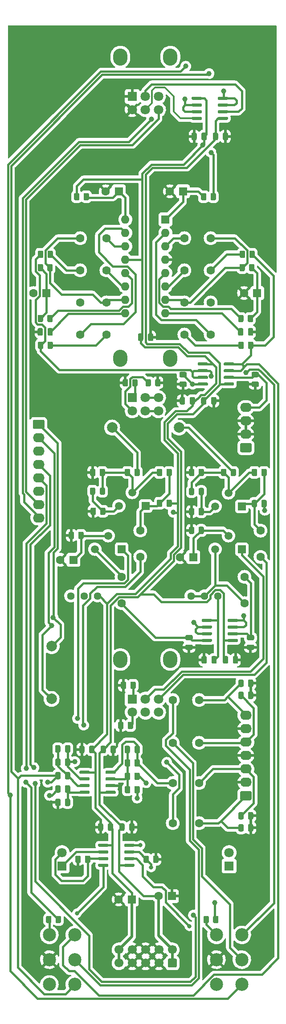
<source format=gbl>
G04 #@! TF.GenerationSoftware,KiCad,Pcbnew,6.0.5+dfsg-1~bpo11+1*
G04 #@! TF.CreationDate,2023-04-15T13:23:45+00:00*
G04 #@! TF.ProjectId,compressor_distortion,636f6d70-7265-4737-936f-725f64697374,0.1*
G04 #@! TF.SameCoordinates,Original*
G04 #@! TF.FileFunction,Copper,L2,Bot*
G04 #@! TF.FilePolarity,Positive*
%FSLAX46Y46*%
G04 Gerber Fmt 4.6, Leading zero omitted, Abs format (unit mm)*
G04 Created by KiCad (PCBNEW 6.0.5+dfsg-1~bpo11+1) date 2023-04-15 13:23:45*
%MOMM*%
%LPD*%
G01*
G04 APERTURE LIST*
G04 #@! TA.AperFunction,ComponentPad*
%ADD10O,2.720000X3.240000*%
G04 #@! TD*
G04 #@! TA.AperFunction,ComponentPad*
%ADD11R,1.800000X1.800000*%
G04 #@! TD*
G04 #@! TA.AperFunction,ComponentPad*
%ADD12C,1.800000*%
G04 #@! TD*
G04 #@! TA.AperFunction,ComponentPad*
%ADD13C,2.500000*%
G04 #@! TD*
G04 #@! TA.AperFunction,ComponentPad*
%ADD14C,2.000000*%
G04 #@! TD*
G04 #@! TA.AperFunction,ComponentPad*
%ADD15R,1.600000X1.600000*%
G04 #@! TD*
G04 #@! TA.AperFunction,ComponentPad*
%ADD16C,1.600000*%
G04 #@! TD*
G04 #@! TA.AperFunction,ComponentPad*
%ADD17R,1.500000X1.500000*%
G04 #@! TD*
G04 #@! TA.AperFunction,ComponentPad*
%ADD18C,1.500000*%
G04 #@! TD*
G04 #@! TA.AperFunction,ComponentPad*
%ADD19O,2.190000X1.740000*%
G04 #@! TD*
G04 #@! TA.AperFunction,ComponentPad*
%ADD20C,1.700000*%
G04 #@! TD*
G04 #@! TA.AperFunction,ComponentPad*
%ADD21C,1.440000*%
G04 #@! TD*
G04 #@! TA.AperFunction,ComponentPad*
%ADD22O,1.600000X1.600000*%
G04 #@! TD*
G04 #@! TA.AperFunction,ViaPad*
%ADD23C,1.000000*%
G04 #@! TD*
G04 #@! TA.AperFunction,ViaPad*
%ADD24C,0.800000*%
G04 #@! TD*
G04 #@! TA.AperFunction,Conductor*
%ADD25C,0.400000*%
G04 #@! TD*
G04 #@! TA.AperFunction,Conductor*
%ADD26C,0.500000*%
G04 #@! TD*
G04 #@! TA.AperFunction,Conductor*
%ADD27C,0.300000*%
G04 #@! TD*
G04 APERTURE END LIST*
D10*
X104430000Y-165300000D03*
X113930000Y-165300000D03*
D11*
X106680000Y-172800000D03*
D12*
X109180000Y-172800000D03*
X111680000Y-172800000D03*
X106680000Y-175300000D03*
X109180000Y-175300000D03*
X111680000Y-175300000D03*
D13*
X127510000Y-217550000D03*
X127510000Y-222250000D03*
X127510000Y-226950000D03*
X122680000Y-217550000D03*
X122680000Y-222250000D03*
X122680000Y-226950000D03*
X95760000Y-217550000D03*
X95760000Y-222250000D03*
X95760000Y-226950000D03*
X90930000Y-217550000D03*
X90930000Y-222250000D03*
X90930000Y-226950000D03*
D10*
X113930000Y-50960000D03*
X104430000Y-50960000D03*
D11*
X106680000Y-58460000D03*
D12*
X109180000Y-58460000D03*
X111680000Y-58460000D03*
X106680000Y-60960000D03*
X109180000Y-60960000D03*
X111680000Y-60960000D03*
D11*
X125095000Y-204475000D03*
D12*
X125095000Y-201935000D03*
D10*
X113930000Y-108110000D03*
X104430000Y-108110000D03*
D11*
X106680000Y-115610000D03*
D12*
X109180000Y-115610000D03*
X111680000Y-115610000D03*
X106680000Y-118110000D03*
X109180000Y-118110000D03*
X111680000Y-118110000D03*
D11*
X93345000Y-204475000D03*
D12*
X93345000Y-201935000D03*
G04 #@! TA.AperFunction,SMDPad,CuDef*
G36*
G01*
X91580000Y-102649000D02*
X91580000Y-103599000D01*
G75*
G02*
X91330000Y-103849000I-250000J0D01*
G01*
X90830000Y-103849000D01*
G75*
G02*
X90580000Y-103599000I0J250000D01*
G01*
X90580000Y-102649000D01*
G75*
G02*
X90830000Y-102399000I250000J0D01*
G01*
X91330000Y-102399000D01*
G75*
G02*
X91580000Y-102649000I0J-250000D01*
G01*
G37*
G04 #@! TD.AperFunction*
G04 #@! TA.AperFunction,SMDPad,CuDef*
G36*
G01*
X89680000Y-102649000D02*
X89680000Y-103599000D01*
G75*
G02*
X89430000Y-103849000I-250000J0D01*
G01*
X88930000Y-103849000D01*
G75*
G02*
X88680000Y-103599000I0J250000D01*
G01*
X88680000Y-102649000D01*
G75*
G02*
X88930000Y-102399000I250000J0D01*
G01*
X89430000Y-102399000D01*
G75*
G02*
X89680000Y-102649000I0J-250000D01*
G01*
G37*
G04 #@! TD.AperFunction*
D14*
X91338400Y-172770800D03*
D15*
X118276380Y-145868000D03*
D16*
X115776380Y-145868000D03*
G04 #@! TA.AperFunction,SMDPad,CuDef*
G36*
G01*
X128709000Y-160627000D02*
X129609000Y-160627000D01*
G75*
G02*
X129859000Y-160877000I0J-250000D01*
G01*
X129859000Y-161402000D01*
G75*
G02*
X129609000Y-161652000I-250000J0D01*
G01*
X128709000Y-161652000D01*
G75*
G02*
X128459000Y-161402000I0J250000D01*
G01*
X128459000Y-160877000D01*
G75*
G02*
X128709000Y-160627000I250000J0D01*
G01*
G37*
G04 #@! TD.AperFunction*
G04 #@! TA.AperFunction,SMDPad,CuDef*
G36*
G01*
X128709000Y-162452000D02*
X129609000Y-162452000D01*
G75*
G02*
X129859000Y-162702000I0J-250000D01*
G01*
X129859000Y-163227000D01*
G75*
G02*
X129609000Y-163477000I-250000J0D01*
G01*
X128709000Y-163477000D01*
G75*
G02*
X128459000Y-163227000I0J250000D01*
G01*
X128459000Y-162702000D01*
G75*
G02*
X128709000Y-162452000I250000J0D01*
G01*
G37*
G04 #@! TD.AperFunction*
X131064000Y-140828000D03*
X131064000Y-145828000D03*
D17*
X104648000Y-144344000D03*
D18*
X102108000Y-141804000D03*
X99568000Y-144344000D03*
G04 #@! TA.AperFunction,SMDPad,CuDef*
G36*
G01*
X111661000Y-202750000D02*
X111661000Y-203650000D01*
G75*
G02*
X111411000Y-203900000I-250000J0D01*
G01*
X110886000Y-203900000D01*
G75*
G02*
X110636000Y-203650000I0J250000D01*
G01*
X110636000Y-202750000D01*
G75*
G02*
X110886000Y-202500000I250000J0D01*
G01*
X111411000Y-202500000D01*
G75*
G02*
X111661000Y-202750000I0J-250000D01*
G01*
G37*
G04 #@! TD.AperFunction*
G04 #@! TA.AperFunction,SMDPad,CuDef*
G36*
G01*
X109836000Y-202750000D02*
X109836000Y-203650000D01*
G75*
G02*
X109586000Y-203900000I-250000J0D01*
G01*
X109061000Y-203900000D01*
G75*
G02*
X108811000Y-203650000I0J250000D01*
G01*
X108811000Y-202750000D01*
G75*
G02*
X109061000Y-202500000I250000J0D01*
G01*
X109586000Y-202500000D01*
G75*
G02*
X109836000Y-202750000I0J-250000D01*
G01*
G37*
G04 #@! TD.AperFunction*
D16*
X101774000Y-91440000D03*
X96774000Y-91440000D03*
G04 #@! TA.AperFunction,ComponentPad*
G36*
G01*
X129115000Y-125965000D02*
X127425000Y-125965000D01*
G75*
G02*
X127175000Y-125715000I0J250000D01*
G01*
X127175000Y-124475000D01*
G75*
G02*
X127425000Y-124225000I250000J0D01*
G01*
X129115000Y-124225000D01*
G75*
G02*
X129365000Y-124475000I0J-250000D01*
G01*
X129365000Y-125715000D01*
G75*
G02*
X129115000Y-125965000I-250000J0D01*
G01*
G37*
G04 #@! TD.AperFunction*
D19*
X128270000Y-122555000D03*
X128270000Y-120015000D03*
X128270000Y-117475000D03*
G04 #@! TA.AperFunction,SMDPad,CuDef*
G36*
G01*
X122674000Y-115730000D02*
X122674000Y-116680000D01*
G75*
G02*
X122424000Y-116930000I-250000J0D01*
G01*
X121924000Y-116930000D01*
G75*
G02*
X121674000Y-116680000I0J250000D01*
G01*
X121674000Y-115730000D01*
G75*
G02*
X121924000Y-115480000I250000J0D01*
G01*
X122424000Y-115480000D01*
G75*
G02*
X122674000Y-115730000I0J-250000D01*
G01*
G37*
G04 #@! TD.AperFunction*
G04 #@! TA.AperFunction,SMDPad,CuDef*
G36*
G01*
X120774000Y-115730000D02*
X120774000Y-116680000D01*
G75*
G02*
X120524000Y-116930000I-250000J0D01*
G01*
X120024000Y-116930000D01*
G75*
G02*
X119774000Y-116680000I0J250000D01*
G01*
X119774000Y-115730000D01*
G75*
G02*
X120024000Y-115480000I250000J0D01*
G01*
X120524000Y-115480000D01*
G75*
G02*
X120774000Y-115730000I0J-250000D01*
G01*
G37*
G04 #@! TD.AperFunction*
G04 #@! TA.AperFunction,SMDPad,CuDef*
G36*
G01*
X107114000Y-196629000D02*
X107114000Y-197579000D01*
G75*
G02*
X106864000Y-197829000I-250000J0D01*
G01*
X106364000Y-197829000D01*
G75*
G02*
X106114000Y-197579000I0J250000D01*
G01*
X106114000Y-196629000D01*
G75*
G02*
X106364000Y-196379000I250000J0D01*
G01*
X106864000Y-196379000D01*
G75*
G02*
X107114000Y-196629000I0J-250000D01*
G01*
G37*
G04 #@! TD.AperFunction*
G04 #@! TA.AperFunction,SMDPad,CuDef*
G36*
G01*
X105214000Y-196629000D02*
X105214000Y-197579000D01*
G75*
G02*
X104964000Y-197829000I-250000J0D01*
G01*
X104464000Y-197829000D01*
G75*
G02*
X104214000Y-197579000I0J250000D01*
G01*
X104214000Y-196629000D01*
G75*
G02*
X104464000Y-196379000I250000J0D01*
G01*
X104964000Y-196379000D01*
G75*
G02*
X105214000Y-196629000I0J-250000D01*
G01*
G37*
G04 #@! TD.AperFunction*
G04 #@! TA.AperFunction,SMDPad,CuDef*
G36*
G01*
X126799000Y-164879000D02*
X126799000Y-165829000D01*
G75*
G02*
X126549000Y-166079000I-250000J0D01*
G01*
X126049000Y-166079000D01*
G75*
G02*
X125799000Y-165829000I0J250000D01*
G01*
X125799000Y-164879000D01*
G75*
G02*
X126049000Y-164629000I250000J0D01*
G01*
X126549000Y-164629000D01*
G75*
G02*
X126799000Y-164879000I0J-250000D01*
G01*
G37*
G04 #@! TD.AperFunction*
G04 #@! TA.AperFunction,SMDPad,CuDef*
G36*
G01*
X124899000Y-164879000D02*
X124899000Y-165829000D01*
G75*
G02*
X124649000Y-166079000I-250000J0D01*
G01*
X124149000Y-166079000D01*
G75*
G02*
X123899000Y-165829000I0J250000D01*
G01*
X123899000Y-164879000D01*
G75*
G02*
X124149000Y-164629000I250000J0D01*
G01*
X124649000Y-164629000D01*
G75*
G02*
X124899000Y-164879000I0J-250000D01*
G01*
G37*
G04 #@! TD.AperFunction*
D16*
X114380000Y-188722000D03*
X119380000Y-188722000D03*
D15*
X114212380Y-210185000D03*
D16*
X111712380Y-210185000D03*
X128016000Y-154606000D03*
X128016000Y-149606000D03*
D15*
X90384000Y-95758000D03*
D16*
X87884000Y-95758000D03*
X116586000Y-85344000D03*
X121586000Y-85344000D03*
G04 #@! TA.AperFunction,ComponentPad*
G36*
G01*
X114900000Y-223735000D02*
X113700000Y-223735000D01*
G75*
G02*
X113450000Y-223485000I0J250000D01*
G01*
X113450000Y-222285000D01*
G75*
G02*
X113700000Y-222035000I250000J0D01*
G01*
X114900000Y-222035000D01*
G75*
G02*
X115150000Y-222285000I0J-250000D01*
G01*
X115150000Y-223485000D01*
G75*
G02*
X114900000Y-223735000I-250000J0D01*
G01*
G37*
G04 #@! TD.AperFunction*
D20*
X114300000Y-220345000D03*
X111760000Y-222885000D03*
X111760000Y-220345000D03*
X109220000Y-222885000D03*
X109220000Y-220345000D03*
X106680000Y-222885000D03*
X106680000Y-220345000D03*
X104140000Y-222885000D03*
X104140000Y-220345000D03*
D16*
X96774000Y-97536000D03*
X101774000Y-97536000D03*
G04 #@! TA.AperFunction,SMDPad,CuDef*
G36*
G01*
X92047000Y-185235000D02*
X92047000Y-184335000D01*
G75*
G02*
X92297000Y-184085000I250000J0D01*
G01*
X92822000Y-184085000D01*
G75*
G02*
X93072000Y-184335000I0J-250000D01*
G01*
X93072000Y-185235000D01*
G75*
G02*
X92822000Y-185485000I-250000J0D01*
G01*
X92297000Y-185485000D01*
G75*
G02*
X92047000Y-185235000I0J250000D01*
G01*
G37*
G04 #@! TD.AperFunction*
G04 #@! TA.AperFunction,SMDPad,CuDef*
G36*
G01*
X93872000Y-185235000D02*
X93872000Y-184335000D01*
G75*
G02*
X94122000Y-184085000I250000J0D01*
G01*
X94647000Y-184085000D01*
G75*
G02*
X94897000Y-184335000I0J-250000D01*
G01*
X94897000Y-185235000D01*
G75*
G02*
X94647000Y-185485000I-250000J0D01*
G01*
X94122000Y-185485000D01*
G75*
G02*
X93872000Y-185235000I0J250000D01*
G01*
G37*
G04 #@! TD.AperFunction*
G04 #@! TA.AperFunction,SMDPad,CuDef*
G36*
G01*
X109215500Y-113226000D02*
X109215500Y-112326000D01*
G75*
G02*
X109465500Y-112076000I250000J0D01*
G01*
X109990500Y-112076000D01*
G75*
G02*
X110240500Y-112326000I0J-250000D01*
G01*
X110240500Y-113226000D01*
G75*
G02*
X109990500Y-113476000I-250000J0D01*
G01*
X109465500Y-113476000D01*
G75*
G02*
X109215500Y-113226000I0J250000D01*
G01*
G37*
G04 #@! TD.AperFunction*
G04 #@! TA.AperFunction,SMDPad,CuDef*
G36*
G01*
X111040500Y-113226000D02*
X111040500Y-112326000D01*
G75*
G02*
X111290500Y-112076000I250000J0D01*
G01*
X111815500Y-112076000D01*
G75*
G02*
X112065500Y-112326000I0J-250000D01*
G01*
X112065500Y-113226000D01*
G75*
G02*
X111815500Y-113476000I-250000J0D01*
G01*
X111290500Y-113476000D01*
G75*
G02*
X111040500Y-113226000I0J250000D01*
G01*
G37*
G04 #@! TD.AperFunction*
G04 #@! TA.AperFunction,SMDPad,CuDef*
G36*
G01*
X101604500Y-136710000D02*
X101604500Y-137610000D01*
G75*
G02*
X101354500Y-137860000I-250000J0D01*
G01*
X100829500Y-137860000D01*
G75*
G02*
X100579500Y-137610000I0J250000D01*
G01*
X100579500Y-136710000D01*
G75*
G02*
X100829500Y-136460000I250000J0D01*
G01*
X101354500Y-136460000D01*
G75*
G02*
X101604500Y-136710000I0J-250000D01*
G01*
G37*
G04 #@! TD.AperFunction*
G04 #@! TA.AperFunction,SMDPad,CuDef*
G36*
G01*
X99779500Y-136710000D02*
X99779500Y-137610000D01*
G75*
G02*
X99529500Y-137860000I-250000J0D01*
G01*
X99004500Y-137860000D01*
G75*
G02*
X98754500Y-137610000I0J250000D01*
G01*
X98754500Y-136710000D01*
G75*
G02*
X99004500Y-136460000I250000J0D01*
G01*
X99529500Y-136460000D01*
G75*
G02*
X99779500Y-136710000I0J-250000D01*
G01*
G37*
G04 #@! TD.AperFunction*
G04 #@! TA.AperFunction,SMDPad,CuDef*
G36*
G01*
X117025000Y-160627000D02*
X117925000Y-160627000D01*
G75*
G02*
X118175000Y-160877000I0J-250000D01*
G01*
X118175000Y-161402000D01*
G75*
G02*
X117925000Y-161652000I-250000J0D01*
G01*
X117025000Y-161652000D01*
G75*
G02*
X116775000Y-161402000I0J250000D01*
G01*
X116775000Y-160877000D01*
G75*
G02*
X117025000Y-160627000I250000J0D01*
G01*
G37*
G04 #@! TD.AperFunction*
G04 #@! TA.AperFunction,SMDPad,CuDef*
G36*
G01*
X117025000Y-162452000D02*
X117925000Y-162452000D01*
G75*
G02*
X118175000Y-162702000I0J-250000D01*
G01*
X118175000Y-163227000D01*
G75*
G02*
X117925000Y-163477000I-250000J0D01*
G01*
X117025000Y-163477000D01*
G75*
G02*
X116775000Y-163227000I0J250000D01*
G01*
X116775000Y-162702000D01*
G75*
G02*
X117025000Y-162452000I250000J0D01*
G01*
G37*
G04 #@! TD.AperFunction*
G04 #@! TA.AperFunction,SMDPad,CuDef*
G36*
G01*
X126845000Y-172535000D02*
X126845000Y-171635000D01*
G75*
G02*
X127095000Y-171385000I250000J0D01*
G01*
X127620000Y-171385000D01*
G75*
G02*
X127870000Y-171635000I0J-250000D01*
G01*
X127870000Y-172535000D01*
G75*
G02*
X127620000Y-172785000I-250000J0D01*
G01*
X127095000Y-172785000D01*
G75*
G02*
X126845000Y-172535000I0J250000D01*
G01*
G37*
G04 #@! TD.AperFunction*
G04 #@! TA.AperFunction,SMDPad,CuDef*
G36*
G01*
X128670000Y-172535000D02*
X128670000Y-171635000D01*
G75*
G02*
X128920000Y-171385000I250000J0D01*
G01*
X129445000Y-171385000D01*
G75*
G02*
X129695000Y-171635000I0J-250000D01*
G01*
X129695000Y-172535000D01*
G75*
G02*
X129445000Y-172785000I-250000J0D01*
G01*
X128920000Y-172785000D01*
G75*
G02*
X128670000Y-172535000I0J250000D01*
G01*
G37*
G04 #@! TD.AperFunction*
G04 #@! TA.AperFunction,SMDPad,CuDef*
G36*
G01*
X101501000Y-132893750D02*
X101501000Y-133806250D01*
G75*
G02*
X101257250Y-134050000I-243750J0D01*
G01*
X100769750Y-134050000D01*
G75*
G02*
X100526000Y-133806250I0J243750D01*
G01*
X100526000Y-132893750D01*
G75*
G02*
X100769750Y-132650000I243750J0D01*
G01*
X101257250Y-132650000D01*
G75*
G02*
X101501000Y-132893750I0J-243750D01*
G01*
G37*
G04 #@! TD.AperFunction*
G04 #@! TA.AperFunction,SMDPad,CuDef*
G36*
G01*
X99626000Y-132893750D02*
X99626000Y-133806250D01*
G75*
G02*
X99382250Y-134050000I-243750J0D01*
G01*
X98894750Y-134050000D01*
G75*
G02*
X98651000Y-133806250I0J243750D01*
G01*
X98651000Y-132893750D01*
G75*
G02*
X98894750Y-132650000I243750J0D01*
G01*
X99382250Y-132650000D01*
G75*
G02*
X99626000Y-132893750I0J-243750D01*
G01*
G37*
G04 #@! TD.AperFunction*
G04 #@! TA.AperFunction,SMDPad,CuDef*
G36*
G01*
X107700500Y-112326000D02*
X107700500Y-113226000D01*
G75*
G02*
X107450500Y-113476000I-250000J0D01*
G01*
X106925500Y-113476000D01*
G75*
G02*
X106675500Y-113226000I0J250000D01*
G01*
X106675500Y-112326000D01*
G75*
G02*
X106925500Y-112076000I250000J0D01*
G01*
X107450500Y-112076000D01*
G75*
G02*
X107700500Y-112326000I0J-250000D01*
G01*
G37*
G04 #@! TD.AperFunction*
G04 #@! TA.AperFunction,SMDPad,CuDef*
G36*
G01*
X105875500Y-112326000D02*
X105875500Y-113226000D01*
G75*
G02*
X105625500Y-113476000I-250000J0D01*
G01*
X105100500Y-113476000D01*
G75*
G02*
X104850500Y-113226000I0J250000D01*
G01*
X104850500Y-112326000D01*
G75*
G02*
X105100500Y-112076000I250000J0D01*
G01*
X105625500Y-112076000D01*
G75*
G02*
X105875500Y-112326000I0J-250000D01*
G01*
G37*
G04 #@! TD.AperFunction*
G04 #@! TA.AperFunction,SMDPad,CuDef*
G36*
G01*
X127099000Y-88842000D02*
X127099000Y-87942000D01*
G75*
G02*
X127349000Y-87692000I250000J0D01*
G01*
X127874000Y-87692000D01*
G75*
G02*
X128124000Y-87942000I0J-250000D01*
G01*
X128124000Y-88842000D01*
G75*
G02*
X127874000Y-89092000I-250000J0D01*
G01*
X127349000Y-89092000D01*
G75*
G02*
X127099000Y-88842000I0J250000D01*
G01*
G37*
G04 #@! TD.AperFunction*
G04 #@! TA.AperFunction,SMDPad,CuDef*
G36*
G01*
X128924000Y-88842000D02*
X128924000Y-87942000D01*
G75*
G02*
X129174000Y-87692000I250000J0D01*
G01*
X129699000Y-87692000D01*
G75*
G02*
X129949000Y-87942000I0J-250000D01*
G01*
X129949000Y-88842000D01*
G75*
G02*
X129699000Y-89092000I-250000J0D01*
G01*
X129174000Y-89092000D01*
G75*
G02*
X128924000Y-88842000I0J250000D01*
G01*
G37*
G04 #@! TD.AperFunction*
G04 #@! TA.AperFunction,SMDPad,CuDef*
G36*
G01*
X103558000Y-181897000D02*
X103558000Y-182847000D01*
G75*
G02*
X103308000Y-183097000I-250000J0D01*
G01*
X102808000Y-183097000D01*
G75*
G02*
X102558000Y-182847000I0J250000D01*
G01*
X102558000Y-181897000D01*
G75*
G02*
X102808000Y-181647000I250000J0D01*
G01*
X103308000Y-181647000D01*
G75*
G02*
X103558000Y-181897000I0J-250000D01*
G01*
G37*
G04 #@! TD.AperFunction*
G04 #@! TA.AperFunction,SMDPad,CuDef*
G36*
G01*
X101658000Y-181897000D02*
X101658000Y-182847000D01*
G75*
G02*
X101408000Y-183097000I-250000J0D01*
G01*
X100908000Y-183097000D01*
G75*
G02*
X100658000Y-182847000I0J250000D01*
G01*
X100658000Y-181897000D01*
G75*
G02*
X100908000Y-181647000I250000J0D01*
G01*
X101408000Y-181647000D01*
G75*
G02*
X101658000Y-181897000I0J-250000D01*
G01*
G37*
G04 #@! TD.AperFunction*
X104648000Y-149606000D03*
X104648000Y-154606000D03*
X108204000Y-140788000D03*
X108204000Y-145788000D03*
X114380000Y-196342000D03*
X119380000Y-196342000D03*
X114380000Y-181102000D03*
X119380000Y-181102000D03*
G04 #@! TA.AperFunction,SMDPad,CuDef*
G36*
G01*
X129655000Y-100134000D02*
X129655000Y-101034000D01*
G75*
G02*
X129405000Y-101284000I-250000J0D01*
G01*
X128880000Y-101284000D01*
G75*
G02*
X128630000Y-101034000I0J250000D01*
G01*
X128630000Y-100134000D01*
G75*
G02*
X128880000Y-99884000I250000J0D01*
G01*
X129405000Y-99884000D01*
G75*
G02*
X129655000Y-100134000I0J-250000D01*
G01*
G37*
G04 #@! TD.AperFunction*
G04 #@! TA.AperFunction,SMDPad,CuDef*
G36*
G01*
X127830000Y-100134000D02*
X127830000Y-101034000D01*
G75*
G02*
X127580000Y-101284000I-250000J0D01*
G01*
X127055000Y-101284000D01*
G75*
G02*
X126805000Y-101034000I0J250000D01*
G01*
X126805000Y-100134000D01*
G75*
G02*
X127055000Y-99884000I250000J0D01*
G01*
X127580000Y-99884000D01*
G75*
G02*
X127830000Y-100134000I0J-250000D01*
G01*
G37*
G04 #@! TD.AperFunction*
G04 #@! TA.AperFunction,ComponentPad*
G36*
G01*
X129115000Y-192005000D02*
X127425000Y-192005000D01*
G75*
G02*
X127175000Y-191755000I0J250000D01*
G01*
X127175000Y-190515000D01*
G75*
G02*
X127425000Y-190265000I250000J0D01*
G01*
X129115000Y-190265000D01*
G75*
G02*
X129365000Y-190515000I0J-250000D01*
G01*
X129365000Y-191755000D01*
G75*
G02*
X129115000Y-192005000I-250000J0D01*
G01*
G37*
G04 #@! TD.AperFunction*
D19*
X128270000Y-188595000D03*
X128270000Y-186055000D03*
X128270000Y-183515000D03*
X128270000Y-180975000D03*
X128270000Y-178435000D03*
X128270000Y-175895000D03*
D16*
X101774000Y-85344000D03*
X96774000Y-85344000D03*
D14*
X91363800Y-162763200D03*
G04 #@! TA.AperFunction,SMDPad,CuDef*
G36*
G01*
X108105000Y-189542000D02*
X108105000Y-190442000D01*
G75*
G02*
X107855000Y-190692000I-250000J0D01*
G01*
X107330000Y-190692000D01*
G75*
G02*
X107080000Y-190442000I0J250000D01*
G01*
X107080000Y-189542000D01*
G75*
G02*
X107330000Y-189292000I250000J0D01*
G01*
X107855000Y-189292000D01*
G75*
G02*
X108105000Y-189542000I0J-250000D01*
G01*
G37*
G04 #@! TD.AperFunction*
G04 #@! TA.AperFunction,SMDPad,CuDef*
G36*
G01*
X106280000Y-189542000D02*
X106280000Y-190442000D01*
G75*
G02*
X106030000Y-190692000I-250000J0D01*
G01*
X105505000Y-190692000D01*
G75*
G02*
X105255000Y-190442000I0J250000D01*
G01*
X105255000Y-189542000D01*
G75*
G02*
X105505000Y-189292000I250000J0D01*
G01*
X106030000Y-189292000D01*
G75*
G02*
X106280000Y-189542000I0J-250000D01*
G01*
G37*
G04 #@! TD.AperFunction*
G04 #@! TA.AperFunction,SMDPad,CuDef*
G36*
G01*
X103050000Y-196629000D02*
X103050000Y-197579000D01*
G75*
G02*
X102800000Y-197829000I-250000J0D01*
G01*
X102300000Y-197829000D01*
G75*
G02*
X102050000Y-197579000I0J250000D01*
G01*
X102050000Y-196629000D01*
G75*
G02*
X102300000Y-196379000I250000J0D01*
G01*
X102800000Y-196379000D01*
G75*
G02*
X103050000Y-196629000I0J-250000D01*
G01*
G37*
G04 #@! TD.AperFunction*
G04 #@! TA.AperFunction,SMDPad,CuDef*
G36*
G01*
X101150000Y-196629000D02*
X101150000Y-197579000D01*
G75*
G02*
X100900000Y-197829000I-250000J0D01*
G01*
X100400000Y-197829000D01*
G75*
G02*
X100150000Y-197579000I0J250000D01*
G01*
X100150000Y-196629000D01*
G75*
G02*
X100400000Y-196379000I250000J0D01*
G01*
X100900000Y-196379000D01*
G75*
G02*
X101150000Y-196629000I0J-250000D01*
G01*
G37*
G04 #@! TD.AperFunction*
G04 #@! TA.AperFunction,SMDPad,CuDef*
G36*
G01*
X93142500Y-214180000D02*
X93142500Y-215080000D01*
G75*
G02*
X92892500Y-215330000I-250000J0D01*
G01*
X92367500Y-215330000D01*
G75*
G02*
X92117500Y-215080000I0J250000D01*
G01*
X92117500Y-214180000D01*
G75*
G02*
X92367500Y-213930000I250000J0D01*
G01*
X92892500Y-213930000D01*
G75*
G02*
X93142500Y-214180000I0J-250000D01*
G01*
G37*
G04 #@! TD.AperFunction*
G04 #@! TA.AperFunction,SMDPad,CuDef*
G36*
G01*
X91317500Y-214180000D02*
X91317500Y-215080000D01*
G75*
G02*
X91067500Y-215330000I-250000J0D01*
G01*
X90542500Y-215330000D01*
G75*
G02*
X90292500Y-215080000I0J250000D01*
G01*
X90292500Y-214180000D01*
G75*
G02*
X90542500Y-213930000I250000J0D01*
G01*
X91067500Y-213930000D01*
G75*
G02*
X91317500Y-214180000I0J-250000D01*
G01*
G37*
G04 #@! TD.AperFunction*
G04 #@! TA.AperFunction,SMDPad,CuDef*
G36*
G01*
X95857000Y-203650000D02*
X95857000Y-202750000D01*
G75*
G02*
X96107000Y-202500000I250000J0D01*
G01*
X96632000Y-202500000D01*
G75*
G02*
X96882000Y-202750000I0J-250000D01*
G01*
X96882000Y-203650000D01*
G75*
G02*
X96632000Y-203900000I-250000J0D01*
G01*
X96107000Y-203900000D01*
G75*
G02*
X95857000Y-203650000I0J250000D01*
G01*
G37*
G04 #@! TD.AperFunction*
G04 #@! TA.AperFunction,SMDPad,CuDef*
G36*
G01*
X97682000Y-203650000D02*
X97682000Y-202750000D01*
G75*
G02*
X97932000Y-202500000I250000J0D01*
G01*
X98457000Y-202500000D01*
G75*
G02*
X98707000Y-202750000I0J-250000D01*
G01*
X98707000Y-203650000D01*
G75*
G02*
X98457000Y-203900000I-250000J0D01*
G01*
X97932000Y-203900000D01*
G75*
G02*
X97682000Y-203650000I0J250000D01*
G01*
G37*
G04 #@! TD.AperFunction*
G04 #@! TA.AperFunction,SMDPad,CuDef*
G36*
G01*
X91595000Y-105214000D02*
X91595000Y-106114000D01*
G75*
G02*
X91345000Y-106364000I-250000J0D01*
G01*
X90820000Y-106364000D01*
G75*
G02*
X90570000Y-106114000I0J250000D01*
G01*
X90570000Y-105214000D01*
G75*
G02*
X90820000Y-104964000I250000J0D01*
G01*
X91345000Y-104964000D01*
G75*
G02*
X91595000Y-105214000I0J-250000D01*
G01*
G37*
G04 #@! TD.AperFunction*
G04 #@! TA.AperFunction,SMDPad,CuDef*
G36*
G01*
X89770000Y-105214000D02*
X89770000Y-106114000D01*
G75*
G02*
X89520000Y-106364000I-250000J0D01*
G01*
X88995000Y-106364000D01*
G75*
G02*
X88745000Y-106114000I0J250000D01*
G01*
X88745000Y-105214000D01*
G75*
G02*
X88995000Y-104964000I250000J0D01*
G01*
X89520000Y-104964000D01*
G75*
G02*
X89770000Y-105214000I0J-250000D01*
G01*
G37*
G04 #@! TD.AperFunction*
G04 #@! TA.AperFunction,SMDPad,CuDef*
G36*
G01*
X126845000Y-197681000D02*
X126845000Y-196781000D01*
G75*
G02*
X127095000Y-196531000I250000J0D01*
G01*
X127620000Y-196531000D01*
G75*
G02*
X127870000Y-196781000I0J-250000D01*
G01*
X127870000Y-197681000D01*
G75*
G02*
X127620000Y-197931000I-250000J0D01*
G01*
X127095000Y-197931000D01*
G75*
G02*
X126845000Y-197681000I0J250000D01*
G01*
G37*
G04 #@! TD.AperFunction*
G04 #@! TA.AperFunction,SMDPad,CuDef*
G36*
G01*
X128670000Y-197681000D02*
X128670000Y-196781000D01*
G75*
G02*
X128920000Y-196531000I250000J0D01*
G01*
X129445000Y-196531000D01*
G75*
G02*
X129695000Y-196781000I0J-250000D01*
G01*
X129695000Y-197681000D01*
G75*
G02*
X129445000Y-197931000I-250000J0D01*
G01*
X128920000Y-197931000D01*
G75*
G02*
X128670000Y-197681000I0J250000D01*
G01*
G37*
G04 #@! TD.AperFunction*
D21*
X117856000Y-153234000D03*
X120396000Y-153234000D03*
X122936000Y-153234000D03*
D16*
X121586000Y-103632000D03*
X116586000Y-103632000D03*
D15*
X116332000Y-76454000D03*
D16*
X113832000Y-76454000D03*
G04 #@! TA.AperFunction,SMDPad,CuDef*
G36*
G01*
X127059000Y-91382000D02*
X127059000Y-90482000D01*
G75*
G02*
X127309000Y-90232000I250000J0D01*
G01*
X127834000Y-90232000D01*
G75*
G02*
X128084000Y-90482000I0J-250000D01*
G01*
X128084000Y-91382000D01*
G75*
G02*
X127834000Y-91632000I-250000J0D01*
G01*
X127309000Y-91632000D01*
G75*
G02*
X127059000Y-91382000I0J250000D01*
G01*
G37*
G04 #@! TD.AperFunction*
G04 #@! TA.AperFunction,SMDPad,CuDef*
G36*
G01*
X128884000Y-91382000D02*
X128884000Y-90482000D01*
G75*
G02*
X129134000Y-90232000I250000J0D01*
G01*
X129659000Y-90232000D01*
G75*
G02*
X129909000Y-90482000I0J-250000D01*
G01*
X129909000Y-91382000D01*
G75*
G02*
X129659000Y-91632000I-250000J0D01*
G01*
X129134000Y-91632000D01*
G75*
G02*
X128884000Y-91382000I0J250000D01*
G01*
G37*
G04 #@! TD.AperFunction*
X116586000Y-91440000D03*
X121586000Y-91440000D03*
G04 #@! TA.AperFunction,SMDPad,CuDef*
G36*
G01*
X92047000Y-190315000D02*
X92047000Y-189415000D01*
G75*
G02*
X92297000Y-189165000I250000J0D01*
G01*
X92822000Y-189165000D01*
G75*
G02*
X93072000Y-189415000I0J-250000D01*
G01*
X93072000Y-190315000D01*
G75*
G02*
X92822000Y-190565000I-250000J0D01*
G01*
X92297000Y-190565000D01*
G75*
G02*
X92047000Y-190315000I0J250000D01*
G01*
G37*
G04 #@! TD.AperFunction*
G04 #@! TA.AperFunction,SMDPad,CuDef*
G36*
G01*
X93872000Y-190315000D02*
X93872000Y-189415000D01*
G75*
G02*
X94122000Y-189165000I250000J0D01*
G01*
X94647000Y-189165000D01*
G75*
G02*
X94897000Y-189415000I0J-250000D01*
G01*
X94897000Y-190315000D01*
G75*
G02*
X94647000Y-190565000I-250000J0D01*
G01*
X94122000Y-190565000D01*
G75*
G02*
X93872000Y-190315000I0J250000D01*
G01*
G37*
G04 #@! TD.AperFunction*
G04 #@! TA.AperFunction,SMDPad,CuDef*
G36*
G01*
X91595000Y-87942000D02*
X91595000Y-88842000D01*
G75*
G02*
X91345000Y-89092000I-250000J0D01*
G01*
X90820000Y-89092000D01*
G75*
G02*
X90570000Y-88842000I0J250000D01*
G01*
X90570000Y-87942000D01*
G75*
G02*
X90820000Y-87692000I250000J0D01*
G01*
X91345000Y-87692000D01*
G75*
G02*
X91595000Y-87942000I0J-250000D01*
G01*
G37*
G04 #@! TD.AperFunction*
G04 #@! TA.AperFunction,SMDPad,CuDef*
G36*
G01*
X89770000Y-87942000D02*
X89770000Y-88842000D01*
G75*
G02*
X89520000Y-89092000I-250000J0D01*
G01*
X88995000Y-89092000D01*
G75*
G02*
X88745000Y-88842000I0J250000D01*
G01*
X88745000Y-87942000D01*
G75*
G02*
X88995000Y-87692000I250000J0D01*
G01*
X89520000Y-87692000D01*
G75*
G02*
X89770000Y-87942000I0J-250000D01*
G01*
G37*
G04 #@! TD.AperFunction*
G04 #@! TA.AperFunction,SMDPad,CuDef*
G36*
G01*
X94897000Y-191955000D02*
X94897000Y-192855000D01*
G75*
G02*
X94647000Y-193105000I-250000J0D01*
G01*
X94122000Y-193105000D01*
G75*
G02*
X93872000Y-192855000I0J250000D01*
G01*
X93872000Y-191955000D01*
G75*
G02*
X94122000Y-191705000I250000J0D01*
G01*
X94647000Y-191705000D01*
G75*
G02*
X94897000Y-191955000I0J-250000D01*
G01*
G37*
G04 #@! TD.AperFunction*
G04 #@! TA.AperFunction,SMDPad,CuDef*
G36*
G01*
X93072000Y-191955000D02*
X93072000Y-192855000D01*
G75*
G02*
X92822000Y-193105000I-250000J0D01*
G01*
X92297000Y-193105000D01*
G75*
G02*
X92047000Y-192855000I0J250000D01*
G01*
X92047000Y-191955000D01*
G75*
G02*
X92297000Y-191705000I250000J0D01*
G01*
X92822000Y-191705000D01*
G75*
G02*
X93072000Y-191955000I0J-250000D01*
G01*
G37*
G04 #@! TD.AperFunction*
D15*
X95504000Y-146384000D03*
D16*
X93004000Y-146384000D03*
X96774000Y-103632000D03*
X101774000Y-103632000D03*
G04 #@! TA.AperFunction,SMDPad,CuDef*
G36*
G01*
X122583620Y-77020000D02*
X122583620Y-77920000D01*
G75*
G02*
X122333620Y-78170000I-250000J0D01*
G01*
X121808620Y-78170000D01*
G75*
G02*
X121558620Y-77920000I0J250000D01*
G01*
X121558620Y-77020000D01*
G75*
G02*
X121808620Y-76770000I250000J0D01*
G01*
X122333620Y-76770000D01*
G75*
G02*
X122583620Y-77020000I0J-250000D01*
G01*
G37*
G04 #@! TD.AperFunction*
G04 #@! TA.AperFunction,SMDPad,CuDef*
G36*
G01*
X120758620Y-77020000D02*
X120758620Y-77920000D01*
G75*
G02*
X120508620Y-78170000I-250000J0D01*
G01*
X119983620Y-78170000D01*
G75*
G02*
X119733620Y-77920000I0J250000D01*
G01*
X119733620Y-77020000D01*
G75*
G02*
X119983620Y-76770000I250000J0D01*
G01*
X120508620Y-76770000D01*
G75*
G02*
X120758620Y-77020000I0J-250000D01*
G01*
G37*
G04 #@! TD.AperFunction*
G04 #@! TA.AperFunction,SMDPad,CuDef*
G36*
G01*
X101501000Y-129344000D02*
X101501000Y-130244000D01*
G75*
G02*
X101251000Y-130494000I-250000J0D01*
G01*
X100726000Y-130494000D01*
G75*
G02*
X100476000Y-130244000I0J250000D01*
G01*
X100476000Y-129344000D01*
G75*
G02*
X100726000Y-129094000I250000J0D01*
G01*
X101251000Y-129094000D01*
G75*
G02*
X101501000Y-129344000I0J-250000D01*
G01*
G37*
G04 #@! TD.AperFunction*
G04 #@! TA.AperFunction,SMDPad,CuDef*
G36*
G01*
X99676000Y-129344000D02*
X99676000Y-130244000D01*
G75*
G02*
X99426000Y-130494000I-250000J0D01*
G01*
X98901000Y-130494000D01*
G75*
G02*
X98651000Y-130244000I0J250000D01*
G01*
X98651000Y-129344000D01*
G75*
G02*
X98901000Y-129094000I250000J0D01*
G01*
X99426000Y-129094000D01*
G75*
G02*
X99676000Y-129344000I0J-250000D01*
G01*
G37*
G04 #@! TD.AperFunction*
G04 #@! TA.AperFunction,SMDPad,CuDef*
G36*
G01*
X97437000Y-141282000D02*
X97437000Y-142182000D01*
G75*
G02*
X97187000Y-142432000I-250000J0D01*
G01*
X96662000Y-142432000D01*
G75*
G02*
X96412000Y-142182000I0J250000D01*
G01*
X96412000Y-141282000D01*
G75*
G02*
X96662000Y-141032000I250000J0D01*
G01*
X97187000Y-141032000D01*
G75*
G02*
X97437000Y-141282000I0J-250000D01*
G01*
G37*
G04 #@! TD.AperFunction*
G04 #@! TA.AperFunction,SMDPad,CuDef*
G36*
G01*
X95612000Y-141282000D02*
X95612000Y-142182000D01*
G75*
G02*
X95362000Y-142432000I-250000J0D01*
G01*
X94837000Y-142432000D01*
G75*
G02*
X94587000Y-142182000I0J250000D01*
G01*
X94587000Y-141282000D01*
G75*
G02*
X94837000Y-141032000I250000J0D01*
G01*
X95362000Y-141032000D01*
G75*
G02*
X95612000Y-141282000I0J-250000D01*
G01*
G37*
G04 #@! TD.AperFunction*
G04 #@! TA.AperFunction,SMDPad,CuDef*
G36*
G01*
X120297000Y-140338000D02*
X120297000Y-141238000D01*
G75*
G02*
X120047000Y-141488000I-250000J0D01*
G01*
X119522000Y-141488000D01*
G75*
G02*
X119272000Y-141238000I0J250000D01*
G01*
X119272000Y-140338000D01*
G75*
G02*
X119522000Y-140088000I250000J0D01*
G01*
X120047000Y-140088000D01*
G75*
G02*
X120297000Y-140338000I0J-250000D01*
G01*
G37*
G04 #@! TD.AperFunction*
G04 #@! TA.AperFunction,SMDPad,CuDef*
G36*
G01*
X118472000Y-140338000D02*
X118472000Y-141238000D01*
G75*
G02*
X118222000Y-141488000I-250000J0D01*
G01*
X117697000Y-141488000D01*
G75*
G02*
X117447000Y-141238000I0J250000D01*
G01*
X117447000Y-140338000D01*
G75*
G02*
X117697000Y-140088000I250000J0D01*
G01*
X118222000Y-140088000D01*
G75*
G02*
X118472000Y-140338000I0J-250000D01*
G01*
G37*
G04 #@! TD.AperFunction*
G04 #@! TA.AperFunction,SMDPad,CuDef*
G36*
G01*
X120830000Y-65565000D02*
X120830000Y-66515000D01*
G75*
G02*
X120580000Y-66765000I-250000J0D01*
G01*
X120080000Y-66765000D01*
G75*
G02*
X119830000Y-66515000I0J250000D01*
G01*
X119830000Y-65565000D01*
G75*
G02*
X120080000Y-65315000I250000J0D01*
G01*
X120580000Y-65315000D01*
G75*
G02*
X120830000Y-65565000I0J-250000D01*
G01*
G37*
G04 #@! TD.AperFunction*
G04 #@! TA.AperFunction,SMDPad,CuDef*
G36*
G01*
X118930000Y-65565000D02*
X118930000Y-66515000D01*
G75*
G02*
X118680000Y-66765000I-250000J0D01*
G01*
X118180000Y-66765000D01*
G75*
G02*
X117930000Y-66515000I0J250000D01*
G01*
X117930000Y-65565000D01*
G75*
G02*
X118180000Y-65315000I250000J0D01*
G01*
X118680000Y-65315000D01*
G75*
G02*
X118930000Y-65565000I0J-250000D01*
G01*
G37*
G04 #@! TD.AperFunction*
G04 #@! TA.AperFunction,SMDPad,CuDef*
G36*
G01*
X129695000Y-169349000D02*
X129695000Y-170249000D01*
G75*
G02*
X129445000Y-170499000I-250000J0D01*
G01*
X128920000Y-170499000D01*
G75*
G02*
X128670000Y-170249000I0J250000D01*
G01*
X128670000Y-169349000D01*
G75*
G02*
X128920000Y-169099000I250000J0D01*
G01*
X129445000Y-169099000D01*
G75*
G02*
X129695000Y-169349000I0J-250000D01*
G01*
G37*
G04 #@! TD.AperFunction*
G04 #@! TA.AperFunction,SMDPad,CuDef*
G36*
G01*
X127870000Y-169349000D02*
X127870000Y-170249000D01*
G75*
G02*
X127620000Y-170499000I-250000J0D01*
G01*
X127095000Y-170499000D01*
G75*
G02*
X126845000Y-170249000I0J250000D01*
G01*
X126845000Y-169349000D01*
G75*
G02*
X127095000Y-169099000I250000J0D01*
G01*
X127620000Y-169099000D01*
G75*
G02*
X127870000Y-169349000I0J-250000D01*
G01*
G37*
G04 #@! TD.AperFunction*
D14*
X102870000Y-121285000D03*
G04 #@! TA.AperFunction,SMDPad,CuDef*
G36*
G01*
X117447000Y-133878250D02*
X117447000Y-132965750D01*
G75*
G02*
X117690750Y-132722000I243750J0D01*
G01*
X118178250Y-132722000D01*
G75*
G02*
X118422000Y-132965750I0J-243750D01*
G01*
X118422000Y-133878250D01*
G75*
G02*
X118178250Y-134122000I-243750J0D01*
G01*
X117690750Y-134122000D01*
G75*
G02*
X117447000Y-133878250I0J243750D01*
G01*
G37*
G04 #@! TD.AperFunction*
G04 #@! TA.AperFunction,SMDPad,CuDef*
G36*
G01*
X119322000Y-133878250D02*
X119322000Y-132965750D01*
G75*
G02*
X119565750Y-132722000I243750J0D01*
G01*
X120053250Y-132722000D01*
G75*
G02*
X120297000Y-132965750I0J-243750D01*
G01*
X120297000Y-133878250D01*
G75*
G02*
X120053250Y-134122000I-243750J0D01*
G01*
X119565750Y-134122000D01*
G75*
G02*
X119322000Y-133878250I0J243750D01*
G01*
G37*
G04 #@! TD.AperFunction*
D17*
X109220000Y-136144000D03*
D18*
X106680000Y-133604000D03*
X104140000Y-136144000D03*
D16*
X114380000Y-172974000D03*
X119380000Y-172974000D03*
G04 #@! TA.AperFunction,SMDPad,CuDef*
G36*
G01*
X124862000Y-58651000D02*
X124862000Y-58951000D01*
G75*
G02*
X124712000Y-59101000I-150000J0D01*
G01*
X123062000Y-59101000D01*
G75*
G02*
X122912000Y-58951000I0J150000D01*
G01*
X122912000Y-58651000D01*
G75*
G02*
X123062000Y-58501000I150000J0D01*
G01*
X124712000Y-58501000D01*
G75*
G02*
X124862000Y-58651000I0J-150000D01*
G01*
G37*
G04 #@! TD.AperFunction*
G04 #@! TA.AperFunction,SMDPad,CuDef*
G36*
G01*
X124862000Y-59921000D02*
X124862000Y-60221000D01*
G75*
G02*
X124712000Y-60371000I-150000J0D01*
G01*
X123062000Y-60371000D01*
G75*
G02*
X122912000Y-60221000I0J150000D01*
G01*
X122912000Y-59921000D01*
G75*
G02*
X123062000Y-59771000I150000J0D01*
G01*
X124712000Y-59771000D01*
G75*
G02*
X124862000Y-59921000I0J-150000D01*
G01*
G37*
G04 #@! TD.AperFunction*
G04 #@! TA.AperFunction,SMDPad,CuDef*
G36*
G01*
X124862000Y-61191000D02*
X124862000Y-61491000D01*
G75*
G02*
X124712000Y-61641000I-150000J0D01*
G01*
X123062000Y-61641000D01*
G75*
G02*
X122912000Y-61491000I0J150000D01*
G01*
X122912000Y-61191000D01*
G75*
G02*
X123062000Y-61041000I150000J0D01*
G01*
X124712000Y-61041000D01*
G75*
G02*
X124862000Y-61191000I0J-150000D01*
G01*
G37*
G04 #@! TD.AperFunction*
G04 #@! TA.AperFunction,SMDPad,CuDef*
G36*
G01*
X124862000Y-62461000D02*
X124862000Y-62761000D01*
G75*
G02*
X124712000Y-62911000I-150000J0D01*
G01*
X123062000Y-62911000D01*
G75*
G02*
X122912000Y-62761000I0J150000D01*
G01*
X122912000Y-62461000D01*
G75*
G02*
X123062000Y-62311000I150000J0D01*
G01*
X124712000Y-62311000D01*
G75*
G02*
X124862000Y-62461000I0J-150000D01*
G01*
G37*
G04 #@! TD.AperFunction*
G04 #@! TA.AperFunction,SMDPad,CuDef*
G36*
G01*
X119912000Y-62461000D02*
X119912000Y-62761000D01*
G75*
G02*
X119762000Y-62911000I-150000J0D01*
G01*
X118112000Y-62911000D01*
G75*
G02*
X117962000Y-62761000I0J150000D01*
G01*
X117962000Y-62461000D01*
G75*
G02*
X118112000Y-62311000I150000J0D01*
G01*
X119762000Y-62311000D01*
G75*
G02*
X119912000Y-62461000I0J-150000D01*
G01*
G37*
G04 #@! TD.AperFunction*
G04 #@! TA.AperFunction,SMDPad,CuDef*
G36*
G01*
X119912000Y-61191000D02*
X119912000Y-61491000D01*
G75*
G02*
X119762000Y-61641000I-150000J0D01*
G01*
X118112000Y-61641000D01*
G75*
G02*
X117962000Y-61491000I0J150000D01*
G01*
X117962000Y-61191000D01*
G75*
G02*
X118112000Y-61041000I150000J0D01*
G01*
X119762000Y-61041000D01*
G75*
G02*
X119912000Y-61191000I0J-150000D01*
G01*
G37*
G04 #@! TD.AperFunction*
G04 #@! TA.AperFunction,SMDPad,CuDef*
G36*
G01*
X119912000Y-59921000D02*
X119912000Y-60221000D01*
G75*
G02*
X119762000Y-60371000I-150000J0D01*
G01*
X118112000Y-60371000D01*
G75*
G02*
X117962000Y-60221000I0J150000D01*
G01*
X117962000Y-59921000D01*
G75*
G02*
X118112000Y-59771000I150000J0D01*
G01*
X119762000Y-59771000D01*
G75*
G02*
X119912000Y-59921000I0J-150000D01*
G01*
G37*
G04 #@! TD.AperFunction*
G04 #@! TA.AperFunction,SMDPad,CuDef*
G36*
G01*
X119912000Y-58651000D02*
X119912000Y-58951000D01*
G75*
G02*
X119762000Y-59101000I-150000J0D01*
G01*
X118112000Y-59101000D01*
G75*
G02*
X117962000Y-58951000I0J150000D01*
G01*
X117962000Y-58651000D01*
G75*
G02*
X118112000Y-58501000I150000J0D01*
G01*
X119762000Y-58501000D01*
G75*
G02*
X119912000Y-58651000I0J-150000D01*
G01*
G37*
G04 #@! TD.AperFunction*
G04 #@! TA.AperFunction,SMDPad,CuDef*
G36*
G01*
X126767000Y-157711000D02*
X126767000Y-158011000D01*
G75*
G02*
X126617000Y-158161000I-150000J0D01*
G01*
X124967000Y-158161000D01*
G75*
G02*
X124817000Y-158011000I0J150000D01*
G01*
X124817000Y-157711000D01*
G75*
G02*
X124967000Y-157561000I150000J0D01*
G01*
X126617000Y-157561000D01*
G75*
G02*
X126767000Y-157711000I0J-150000D01*
G01*
G37*
G04 #@! TD.AperFunction*
G04 #@! TA.AperFunction,SMDPad,CuDef*
G36*
G01*
X126767000Y-158981000D02*
X126767000Y-159281000D01*
G75*
G02*
X126617000Y-159431000I-150000J0D01*
G01*
X124967000Y-159431000D01*
G75*
G02*
X124817000Y-159281000I0J150000D01*
G01*
X124817000Y-158981000D01*
G75*
G02*
X124967000Y-158831000I150000J0D01*
G01*
X126617000Y-158831000D01*
G75*
G02*
X126767000Y-158981000I0J-150000D01*
G01*
G37*
G04 #@! TD.AperFunction*
G04 #@! TA.AperFunction,SMDPad,CuDef*
G36*
G01*
X126767000Y-160251000D02*
X126767000Y-160551000D01*
G75*
G02*
X126617000Y-160701000I-150000J0D01*
G01*
X124967000Y-160701000D01*
G75*
G02*
X124817000Y-160551000I0J150000D01*
G01*
X124817000Y-160251000D01*
G75*
G02*
X124967000Y-160101000I150000J0D01*
G01*
X126617000Y-160101000D01*
G75*
G02*
X126767000Y-160251000I0J-150000D01*
G01*
G37*
G04 #@! TD.AperFunction*
G04 #@! TA.AperFunction,SMDPad,CuDef*
G36*
G01*
X126767000Y-161521000D02*
X126767000Y-161821000D01*
G75*
G02*
X126617000Y-161971000I-150000J0D01*
G01*
X124967000Y-161971000D01*
G75*
G02*
X124817000Y-161821000I0J150000D01*
G01*
X124817000Y-161521000D01*
G75*
G02*
X124967000Y-161371000I150000J0D01*
G01*
X126617000Y-161371000D01*
G75*
G02*
X126767000Y-161521000I0J-150000D01*
G01*
G37*
G04 #@! TD.AperFunction*
G04 #@! TA.AperFunction,SMDPad,CuDef*
G36*
G01*
X121817000Y-161521000D02*
X121817000Y-161821000D01*
G75*
G02*
X121667000Y-161971000I-150000J0D01*
G01*
X120017000Y-161971000D01*
G75*
G02*
X119867000Y-161821000I0J150000D01*
G01*
X119867000Y-161521000D01*
G75*
G02*
X120017000Y-161371000I150000J0D01*
G01*
X121667000Y-161371000D01*
G75*
G02*
X121817000Y-161521000I0J-150000D01*
G01*
G37*
G04 #@! TD.AperFunction*
G04 #@! TA.AperFunction,SMDPad,CuDef*
G36*
G01*
X121817000Y-160251000D02*
X121817000Y-160551000D01*
G75*
G02*
X121667000Y-160701000I-150000J0D01*
G01*
X120017000Y-160701000D01*
G75*
G02*
X119867000Y-160551000I0J150000D01*
G01*
X119867000Y-160251000D01*
G75*
G02*
X120017000Y-160101000I150000J0D01*
G01*
X121667000Y-160101000D01*
G75*
G02*
X121817000Y-160251000I0J-150000D01*
G01*
G37*
G04 #@! TD.AperFunction*
G04 #@! TA.AperFunction,SMDPad,CuDef*
G36*
G01*
X121817000Y-158981000D02*
X121817000Y-159281000D01*
G75*
G02*
X121667000Y-159431000I-150000J0D01*
G01*
X120017000Y-159431000D01*
G75*
G02*
X119867000Y-159281000I0J150000D01*
G01*
X119867000Y-158981000D01*
G75*
G02*
X120017000Y-158831000I150000J0D01*
G01*
X121667000Y-158831000D01*
G75*
G02*
X121817000Y-158981000I0J-150000D01*
G01*
G37*
G04 #@! TD.AperFunction*
G04 #@! TA.AperFunction,SMDPad,CuDef*
G36*
G01*
X121817000Y-157711000D02*
X121817000Y-158011000D01*
G75*
G02*
X121667000Y-158161000I-150000J0D01*
G01*
X120017000Y-158161000D01*
G75*
G02*
X119867000Y-158011000I0J150000D01*
G01*
X119867000Y-157711000D01*
G75*
G02*
X120017000Y-157561000I150000J0D01*
G01*
X121667000Y-157561000D01*
G75*
G02*
X121817000Y-157711000I0J-150000D01*
G01*
G37*
G04 #@! TD.AperFunction*
D17*
X127508000Y-136224000D03*
D18*
X124968000Y-133684000D03*
X122428000Y-136224000D03*
G04 #@! TA.AperFunction,SMDPad,CuDef*
G36*
G01*
X126845000Y-106114000D02*
X126845000Y-105214000D01*
G75*
G02*
X127095000Y-104964000I250000J0D01*
G01*
X127620000Y-104964000D01*
G75*
G02*
X127870000Y-105214000I0J-250000D01*
G01*
X127870000Y-106114000D01*
G75*
G02*
X127620000Y-106364000I-250000J0D01*
G01*
X127095000Y-106364000D01*
G75*
G02*
X126845000Y-106114000I0J250000D01*
G01*
G37*
G04 #@! TD.AperFunction*
G04 #@! TA.AperFunction,SMDPad,CuDef*
G36*
G01*
X128670000Y-106114000D02*
X128670000Y-105214000D01*
G75*
G02*
X128920000Y-104964000I250000J0D01*
G01*
X129445000Y-104964000D01*
G75*
G02*
X129695000Y-105214000I0J-250000D01*
G01*
X129695000Y-106114000D01*
G75*
G02*
X129445000Y-106364000I-250000J0D01*
G01*
X128920000Y-106364000D01*
G75*
G02*
X128670000Y-106114000I0J250000D01*
G01*
G37*
G04 #@! TD.AperFunction*
G04 #@! TA.AperFunction,SMDPad,CuDef*
G36*
G01*
X126780000Y-103599000D02*
X126780000Y-102649000D01*
G75*
G02*
X127030000Y-102399000I250000J0D01*
G01*
X127530000Y-102399000D01*
G75*
G02*
X127780000Y-102649000I0J-250000D01*
G01*
X127780000Y-103599000D01*
G75*
G02*
X127530000Y-103849000I-250000J0D01*
G01*
X127030000Y-103849000D01*
G75*
G02*
X126780000Y-103599000I0J250000D01*
G01*
G37*
G04 #@! TD.AperFunction*
G04 #@! TA.AperFunction,SMDPad,CuDef*
G36*
G01*
X128680000Y-103599000D02*
X128680000Y-102649000D01*
G75*
G02*
X128930000Y-102399000I250000J0D01*
G01*
X129430000Y-102399000D01*
G75*
G02*
X129680000Y-102649000I0J-250000D01*
G01*
X129680000Y-103599000D01*
G75*
G02*
X129430000Y-103849000I-250000J0D01*
G01*
X128930000Y-103849000D01*
G75*
G02*
X128680000Y-103599000I0J250000D01*
G01*
G37*
G04 #@! TD.AperFunction*
G04 #@! TA.AperFunction,SMDPad,CuDef*
G36*
G01*
X88705000Y-101034000D02*
X88705000Y-100134000D01*
G75*
G02*
X88955000Y-99884000I250000J0D01*
G01*
X89480000Y-99884000D01*
G75*
G02*
X89730000Y-100134000I0J-250000D01*
G01*
X89730000Y-101034000D01*
G75*
G02*
X89480000Y-101284000I-250000J0D01*
G01*
X88955000Y-101284000D01*
G75*
G02*
X88705000Y-101034000I0J250000D01*
G01*
G37*
G04 #@! TD.AperFunction*
G04 #@! TA.AperFunction,SMDPad,CuDef*
G36*
G01*
X90530000Y-101034000D02*
X90530000Y-100134000D01*
G75*
G02*
X90780000Y-99884000I250000J0D01*
G01*
X91305000Y-99884000D01*
G75*
G02*
X91555000Y-100134000I0J-250000D01*
G01*
X91555000Y-101034000D01*
G75*
G02*
X91305000Y-101284000I-250000J0D01*
G01*
X90780000Y-101284000D01*
G75*
G02*
X90530000Y-101034000I0J250000D01*
G01*
G37*
G04 #@! TD.AperFunction*
D17*
X127508000Y-144352000D03*
D18*
X124968000Y-141812000D03*
X122428000Y-144352000D03*
G04 #@! TA.AperFunction,SMDPad,CuDef*
G36*
G01*
X92022000Y-182720000D02*
X92022000Y-181770000D01*
G75*
G02*
X92272000Y-181520000I250000J0D01*
G01*
X92772000Y-181520000D01*
G75*
G02*
X93022000Y-181770000I0J-250000D01*
G01*
X93022000Y-182720000D01*
G75*
G02*
X92772000Y-182970000I-250000J0D01*
G01*
X92272000Y-182970000D01*
G75*
G02*
X92022000Y-182720000I0J250000D01*
G01*
G37*
G04 #@! TD.AperFunction*
G04 #@! TA.AperFunction,SMDPad,CuDef*
G36*
G01*
X93922000Y-182720000D02*
X93922000Y-181770000D01*
G75*
G02*
X94172000Y-181520000I250000J0D01*
G01*
X94672000Y-181520000D01*
G75*
G02*
X94922000Y-181770000I0J-250000D01*
G01*
X94922000Y-182720000D01*
G75*
G02*
X94672000Y-182970000I-250000J0D01*
G01*
X94172000Y-182970000D01*
G75*
G02*
X93922000Y-182720000I0J250000D01*
G01*
G37*
G04 #@! TD.AperFunction*
G04 #@! TA.AperFunction,SMDPad,CuDef*
G36*
G01*
X108105000Y-129344000D02*
X108105000Y-130244000D01*
G75*
G02*
X107855000Y-130494000I-250000J0D01*
G01*
X107330000Y-130494000D01*
G75*
G02*
X107080000Y-130244000I0J250000D01*
G01*
X107080000Y-129344000D01*
G75*
G02*
X107330000Y-129094000I250000J0D01*
G01*
X107855000Y-129094000D01*
G75*
G02*
X108105000Y-129344000I0J-250000D01*
G01*
G37*
G04 #@! TD.AperFunction*
G04 #@! TA.AperFunction,SMDPad,CuDef*
G36*
G01*
X106280000Y-129344000D02*
X106280000Y-130244000D01*
G75*
G02*
X106030000Y-130494000I-250000J0D01*
G01*
X105505000Y-130494000D01*
G75*
G02*
X105255000Y-130244000I0J250000D01*
G01*
X105255000Y-129344000D01*
G75*
G02*
X105505000Y-129094000I250000J0D01*
G01*
X106030000Y-129094000D01*
G75*
G02*
X106280000Y-129344000I0J-250000D01*
G01*
G37*
G04 #@! TD.AperFunction*
G04 #@! TA.AperFunction,SMDPad,CuDef*
G36*
G01*
X122735000Y-164879000D02*
X122735000Y-165829000D01*
G75*
G02*
X122485000Y-166079000I-250000J0D01*
G01*
X121985000Y-166079000D01*
G75*
G02*
X121735000Y-165829000I0J250000D01*
G01*
X121735000Y-164879000D01*
G75*
G02*
X121985000Y-164629000I250000J0D01*
G01*
X122485000Y-164629000D01*
G75*
G02*
X122735000Y-164879000I0J-250000D01*
G01*
G37*
G04 #@! TD.AperFunction*
G04 #@! TA.AperFunction,SMDPad,CuDef*
G36*
G01*
X120835000Y-164879000D02*
X120835000Y-165829000D01*
G75*
G02*
X120585000Y-166079000I-250000J0D01*
G01*
X120085000Y-166079000D01*
G75*
G02*
X119835000Y-165829000I0J250000D01*
G01*
X119835000Y-164879000D01*
G75*
G02*
X120085000Y-164629000I250000J0D01*
G01*
X120585000Y-164629000D01*
G75*
G02*
X120835000Y-164879000I0J-250000D01*
G01*
G37*
G04 #@! TD.AperFunction*
G04 #@! TA.AperFunction,ComponentPad*
G36*
G01*
X88055000Y-119780000D02*
X89745000Y-119780000D01*
G75*
G02*
X89995000Y-120030000I0J-250000D01*
G01*
X89995000Y-121270000D01*
G75*
G02*
X89745000Y-121520000I-250000J0D01*
G01*
X88055000Y-121520000D01*
G75*
G02*
X87805000Y-121270000I0J250000D01*
G01*
X87805000Y-120030000D01*
G75*
G02*
X88055000Y-119780000I250000J0D01*
G01*
G37*
G04 #@! TD.AperFunction*
D19*
X88900000Y-123190000D03*
X88900000Y-125730000D03*
X88900000Y-128270000D03*
X88900000Y-130810000D03*
X88900000Y-133350000D03*
X88900000Y-135890000D03*
X88900000Y-138430000D03*
G04 #@! TA.AperFunction,SMDPad,CuDef*
G36*
G01*
X99494000Y-181897000D02*
X99494000Y-182847000D01*
G75*
G02*
X99244000Y-183097000I-250000J0D01*
G01*
X98744000Y-183097000D01*
G75*
G02*
X98494000Y-182847000I0J250000D01*
G01*
X98494000Y-181897000D01*
G75*
G02*
X98744000Y-181647000I250000J0D01*
G01*
X99244000Y-181647000D01*
G75*
G02*
X99494000Y-181897000I0J-250000D01*
G01*
G37*
G04 #@! TD.AperFunction*
G04 #@! TA.AperFunction,SMDPad,CuDef*
G36*
G01*
X97594000Y-181897000D02*
X97594000Y-182847000D01*
G75*
G02*
X97344000Y-183097000I-250000J0D01*
G01*
X96844000Y-183097000D01*
G75*
G02*
X96594000Y-182847000I0J250000D01*
G01*
X96594000Y-181897000D01*
G75*
G02*
X96844000Y-181647000I250000J0D01*
G01*
X97344000Y-181647000D01*
G75*
G02*
X97594000Y-181897000I0J-250000D01*
G01*
G37*
G04 #@! TD.AperFunction*
D15*
X106592380Y-210820000D03*
D16*
X104092380Y-210820000D03*
G04 #@! TA.AperFunction,SMDPad,CuDef*
G36*
G01*
X114201000Y-135186000D02*
X114201000Y-136086000D01*
G75*
G02*
X113951000Y-136336000I-250000J0D01*
G01*
X113426000Y-136336000D01*
G75*
G02*
X113176000Y-136086000I0J250000D01*
G01*
X113176000Y-135186000D01*
G75*
G02*
X113426000Y-134936000I250000J0D01*
G01*
X113951000Y-134936000D01*
G75*
G02*
X114201000Y-135186000I0J-250000D01*
G01*
G37*
G04 #@! TD.AperFunction*
G04 #@! TA.AperFunction,SMDPad,CuDef*
G36*
G01*
X112376000Y-135186000D02*
X112376000Y-136086000D01*
G75*
G02*
X112126000Y-136336000I-250000J0D01*
G01*
X111601000Y-136336000D01*
G75*
G02*
X111351000Y-136086000I0J250000D01*
G01*
X111351000Y-135186000D01*
G75*
G02*
X111601000Y-134936000I250000J0D01*
G01*
X112126000Y-134936000D01*
G75*
G02*
X112376000Y-135186000I0J-250000D01*
G01*
G37*
G04 #@! TD.AperFunction*
G04 #@! TA.AperFunction,SMDPad,CuDef*
G36*
G01*
X126393000Y-129344000D02*
X126393000Y-130244000D01*
G75*
G02*
X126143000Y-130494000I-250000J0D01*
G01*
X125618000Y-130494000D01*
G75*
G02*
X125368000Y-130244000I0J250000D01*
G01*
X125368000Y-129344000D01*
G75*
G02*
X125618000Y-129094000I250000J0D01*
G01*
X126143000Y-129094000D01*
G75*
G02*
X126393000Y-129344000I0J-250000D01*
G01*
G37*
G04 #@! TD.AperFunction*
G04 #@! TA.AperFunction,SMDPad,CuDef*
G36*
G01*
X124568000Y-129344000D02*
X124568000Y-130244000D01*
G75*
G02*
X124318000Y-130494000I-250000J0D01*
G01*
X123793000Y-130494000D01*
G75*
G02*
X123543000Y-130244000I0J250000D01*
G01*
X123543000Y-129344000D01*
G75*
G02*
X123793000Y-129094000I250000J0D01*
G01*
X124318000Y-129094000D01*
G75*
G02*
X124568000Y-129344000I0J-250000D01*
G01*
G37*
G04 #@! TD.AperFunction*
G04 #@! TA.AperFunction,SMDPad,CuDef*
G36*
G01*
X123067500Y-214180000D02*
X123067500Y-215080000D01*
G75*
G02*
X122817500Y-215330000I-250000J0D01*
G01*
X122292500Y-215330000D01*
G75*
G02*
X122042500Y-215080000I0J250000D01*
G01*
X122042500Y-214180000D01*
G75*
G02*
X122292500Y-213930000I250000J0D01*
G01*
X122817500Y-213930000D01*
G75*
G02*
X123067500Y-214180000I0J-250000D01*
G01*
G37*
G04 #@! TD.AperFunction*
G04 #@! TA.AperFunction,SMDPad,CuDef*
G36*
G01*
X121242500Y-214180000D02*
X121242500Y-215080000D01*
G75*
G02*
X120992500Y-215330000I-250000J0D01*
G01*
X120467500Y-215330000D01*
G75*
G02*
X120217500Y-215080000I0J250000D01*
G01*
X120217500Y-214180000D01*
G75*
G02*
X120467500Y-213930000I250000J0D01*
G01*
X120992500Y-213930000D01*
G75*
G02*
X121242500Y-214180000I0J-250000D01*
G01*
G37*
G04 #@! TD.AperFunction*
G04 #@! TA.AperFunction,SMDPad,CuDef*
G36*
G01*
X106835000Y-177350000D02*
X106835000Y-178250000D01*
G75*
G02*
X106585000Y-178500000I-250000J0D01*
G01*
X106060000Y-178500000D01*
G75*
G02*
X105810000Y-178250000I0J250000D01*
G01*
X105810000Y-177350000D01*
G75*
G02*
X106060000Y-177100000I250000J0D01*
G01*
X106585000Y-177100000D01*
G75*
G02*
X106835000Y-177350000I0J-250000D01*
G01*
G37*
G04 #@! TD.AperFunction*
G04 #@! TA.AperFunction,SMDPad,CuDef*
G36*
G01*
X105010000Y-177350000D02*
X105010000Y-178250000D01*
G75*
G02*
X104760000Y-178500000I-250000J0D01*
G01*
X104235000Y-178500000D01*
G75*
G02*
X103985000Y-178250000I0J250000D01*
G01*
X103985000Y-177350000D01*
G75*
G02*
X104235000Y-177100000I250000J0D01*
G01*
X104760000Y-177100000D01*
G75*
G02*
X105010000Y-177350000I0J-250000D01*
G01*
G37*
G04 #@! TD.AperFunction*
G04 #@! TA.AperFunction,SMDPad,CuDef*
G36*
G01*
X107343000Y-169730000D02*
X107343000Y-170630000D01*
G75*
G02*
X107093000Y-170880000I-250000J0D01*
G01*
X106568000Y-170880000D01*
G75*
G02*
X106318000Y-170630000I0J250000D01*
G01*
X106318000Y-169730000D01*
G75*
G02*
X106568000Y-169480000I250000J0D01*
G01*
X107093000Y-169480000D01*
G75*
G02*
X107343000Y-169730000I0J-250000D01*
G01*
G37*
G04 #@! TD.AperFunction*
G04 #@! TA.AperFunction,SMDPad,CuDef*
G36*
G01*
X105518000Y-169730000D02*
X105518000Y-170630000D01*
G75*
G02*
X105268000Y-170880000I-250000J0D01*
G01*
X104743000Y-170880000D01*
G75*
G02*
X104493000Y-170630000I0J250000D01*
G01*
X104493000Y-169730000D01*
G75*
G02*
X104743000Y-169480000I250000J0D01*
G01*
X105268000Y-169480000D01*
G75*
G02*
X105518000Y-169730000I0J-250000D01*
G01*
G37*
G04 #@! TD.AperFunction*
G04 #@! TA.AperFunction,SMDPad,CuDef*
G36*
G01*
X129695000Y-194495000D02*
X129695000Y-195395000D01*
G75*
G02*
X129445000Y-195645000I-250000J0D01*
G01*
X128920000Y-195645000D01*
G75*
G02*
X128670000Y-195395000I0J250000D01*
G01*
X128670000Y-194495000D01*
G75*
G02*
X128920000Y-194245000I250000J0D01*
G01*
X129445000Y-194245000D01*
G75*
G02*
X129695000Y-194495000I0J-250000D01*
G01*
G37*
G04 #@! TD.AperFunction*
G04 #@! TA.AperFunction,SMDPad,CuDef*
G36*
G01*
X127870000Y-194495000D02*
X127870000Y-195395000D01*
G75*
G02*
X127620000Y-195645000I-250000J0D01*
G01*
X127095000Y-195645000D01*
G75*
G02*
X126845000Y-195395000I0J250000D01*
G01*
X126845000Y-194495000D01*
G75*
G02*
X127095000Y-194245000I250000J0D01*
G01*
X127620000Y-194245000D01*
G75*
G02*
X127870000Y-194495000I0J-250000D01*
G01*
G37*
G04 #@! TD.AperFunction*
G04 #@! TA.AperFunction,SMDPad,CuDef*
G36*
G01*
X114201000Y-129344000D02*
X114201000Y-130244000D01*
G75*
G02*
X113951000Y-130494000I-250000J0D01*
G01*
X113426000Y-130494000D01*
G75*
G02*
X113176000Y-130244000I0J250000D01*
G01*
X113176000Y-129344000D01*
G75*
G02*
X113426000Y-129094000I250000J0D01*
G01*
X113951000Y-129094000D01*
G75*
G02*
X114201000Y-129344000I0J-250000D01*
G01*
G37*
G04 #@! TD.AperFunction*
G04 #@! TA.AperFunction,SMDPad,CuDef*
G36*
G01*
X112376000Y-129344000D02*
X112376000Y-130244000D01*
G75*
G02*
X112126000Y-130494000I-250000J0D01*
G01*
X111601000Y-130494000D01*
G75*
G02*
X111351000Y-130244000I0J250000D01*
G01*
X111351000Y-129344000D01*
G75*
G02*
X111601000Y-129094000I250000J0D01*
G01*
X112126000Y-129094000D01*
G75*
G02*
X112376000Y-129344000I0J-250000D01*
G01*
G37*
G04 #@! TD.AperFunction*
G04 #@! TA.AperFunction,SMDPad,CuDef*
G36*
G01*
X120297000Y-129344000D02*
X120297000Y-130244000D01*
G75*
G02*
X120047000Y-130494000I-250000J0D01*
G01*
X119522000Y-130494000D01*
G75*
G02*
X119272000Y-130244000I0J250000D01*
G01*
X119272000Y-129344000D01*
G75*
G02*
X119522000Y-129094000I250000J0D01*
G01*
X120047000Y-129094000D01*
G75*
G02*
X120297000Y-129344000I0J-250000D01*
G01*
G37*
G04 #@! TD.AperFunction*
G04 #@! TA.AperFunction,SMDPad,CuDef*
G36*
G01*
X118472000Y-129344000D02*
X118472000Y-130244000D01*
G75*
G02*
X118222000Y-130494000I-250000J0D01*
G01*
X117697000Y-130494000D01*
G75*
G02*
X117447000Y-130244000I0J250000D01*
G01*
X117447000Y-129344000D01*
G75*
G02*
X117697000Y-129094000I250000J0D01*
G01*
X118222000Y-129094000D01*
G75*
G02*
X118472000Y-129344000I0J-250000D01*
G01*
G37*
G04 #@! TD.AperFunction*
G04 #@! TA.AperFunction,SMDPad,CuDef*
G36*
G01*
X126005000Y-109070000D02*
X126005000Y-109370000D01*
G75*
G02*
X125855000Y-109520000I-150000J0D01*
G01*
X124205000Y-109520000D01*
G75*
G02*
X124055000Y-109370000I0J150000D01*
G01*
X124055000Y-109070000D01*
G75*
G02*
X124205000Y-108920000I150000J0D01*
G01*
X125855000Y-108920000D01*
G75*
G02*
X126005000Y-109070000I0J-150000D01*
G01*
G37*
G04 #@! TD.AperFunction*
G04 #@! TA.AperFunction,SMDPad,CuDef*
G36*
G01*
X126005000Y-110340000D02*
X126005000Y-110640000D01*
G75*
G02*
X125855000Y-110790000I-150000J0D01*
G01*
X124205000Y-110790000D01*
G75*
G02*
X124055000Y-110640000I0J150000D01*
G01*
X124055000Y-110340000D01*
G75*
G02*
X124205000Y-110190000I150000J0D01*
G01*
X125855000Y-110190000D01*
G75*
G02*
X126005000Y-110340000I0J-150000D01*
G01*
G37*
G04 #@! TD.AperFunction*
G04 #@! TA.AperFunction,SMDPad,CuDef*
G36*
G01*
X126005000Y-111610000D02*
X126005000Y-111910000D01*
G75*
G02*
X125855000Y-112060000I-150000J0D01*
G01*
X124205000Y-112060000D01*
G75*
G02*
X124055000Y-111910000I0J150000D01*
G01*
X124055000Y-111610000D01*
G75*
G02*
X124205000Y-111460000I150000J0D01*
G01*
X125855000Y-111460000D01*
G75*
G02*
X126005000Y-111610000I0J-150000D01*
G01*
G37*
G04 #@! TD.AperFunction*
G04 #@! TA.AperFunction,SMDPad,CuDef*
G36*
G01*
X126005000Y-112880000D02*
X126005000Y-113180000D01*
G75*
G02*
X125855000Y-113330000I-150000J0D01*
G01*
X124205000Y-113330000D01*
G75*
G02*
X124055000Y-113180000I0J150000D01*
G01*
X124055000Y-112880000D01*
G75*
G02*
X124205000Y-112730000I150000J0D01*
G01*
X125855000Y-112730000D01*
G75*
G02*
X126005000Y-112880000I0J-150000D01*
G01*
G37*
G04 #@! TD.AperFunction*
G04 #@! TA.AperFunction,SMDPad,CuDef*
G36*
G01*
X121055000Y-112880000D02*
X121055000Y-113180000D01*
G75*
G02*
X120905000Y-113330000I-150000J0D01*
G01*
X119255000Y-113330000D01*
G75*
G02*
X119105000Y-113180000I0J150000D01*
G01*
X119105000Y-112880000D01*
G75*
G02*
X119255000Y-112730000I150000J0D01*
G01*
X120905000Y-112730000D01*
G75*
G02*
X121055000Y-112880000I0J-150000D01*
G01*
G37*
G04 #@! TD.AperFunction*
G04 #@! TA.AperFunction,SMDPad,CuDef*
G36*
G01*
X121055000Y-111610000D02*
X121055000Y-111910000D01*
G75*
G02*
X120905000Y-112060000I-150000J0D01*
G01*
X119255000Y-112060000D01*
G75*
G02*
X119105000Y-111910000I0J150000D01*
G01*
X119105000Y-111610000D01*
G75*
G02*
X119255000Y-111460000I150000J0D01*
G01*
X120905000Y-111460000D01*
G75*
G02*
X121055000Y-111610000I0J-150000D01*
G01*
G37*
G04 #@! TD.AperFunction*
G04 #@! TA.AperFunction,SMDPad,CuDef*
G36*
G01*
X121055000Y-110340000D02*
X121055000Y-110640000D01*
G75*
G02*
X120905000Y-110790000I-150000J0D01*
G01*
X119255000Y-110790000D01*
G75*
G02*
X119105000Y-110640000I0J150000D01*
G01*
X119105000Y-110340000D01*
G75*
G02*
X119255000Y-110190000I150000J0D01*
G01*
X120905000Y-110190000D01*
G75*
G02*
X121055000Y-110340000I0J-150000D01*
G01*
G37*
G04 #@! TD.AperFunction*
G04 #@! TA.AperFunction,SMDPad,CuDef*
G36*
G01*
X121055000Y-109070000D02*
X121055000Y-109370000D01*
G75*
G02*
X120905000Y-109520000I-150000J0D01*
G01*
X119255000Y-109520000D01*
G75*
G02*
X119105000Y-109370000I0J150000D01*
G01*
X119105000Y-109070000D01*
G75*
G02*
X119255000Y-108920000I150000J0D01*
G01*
X120905000Y-108920000D01*
G75*
G02*
X121055000Y-109070000I0J-150000D01*
G01*
G37*
G04 #@! TD.AperFunction*
G04 #@! TA.AperFunction,SMDPad,CuDef*
G36*
G01*
X118610000Y-115730000D02*
X118610000Y-116680000D01*
G75*
G02*
X118360000Y-116930000I-250000J0D01*
G01*
X117860000Y-116930000D01*
G75*
G02*
X117610000Y-116680000I0J250000D01*
G01*
X117610000Y-115730000D01*
G75*
G02*
X117860000Y-115480000I250000J0D01*
G01*
X118360000Y-115480000D01*
G75*
G02*
X118610000Y-115730000I0J-250000D01*
G01*
G37*
G04 #@! TD.AperFunction*
G04 #@! TA.AperFunction,SMDPad,CuDef*
G36*
G01*
X116710000Y-115730000D02*
X116710000Y-116680000D01*
G75*
G02*
X116460000Y-116930000I-250000J0D01*
G01*
X115960000Y-116930000D01*
G75*
G02*
X115710000Y-116680000I0J250000D01*
G01*
X115710000Y-115730000D01*
G75*
G02*
X115960000Y-115480000I250000J0D01*
G01*
X116460000Y-115480000D01*
G75*
G02*
X116710000Y-115730000I0J-250000D01*
G01*
G37*
G04 #@! TD.AperFunction*
G04 #@! TA.AperFunction,SMDPad,CuDef*
G36*
G01*
X103526000Y-186540000D02*
X103526000Y-186840000D01*
G75*
G02*
X103376000Y-186990000I-150000J0D01*
G01*
X101726000Y-186990000D01*
G75*
G02*
X101576000Y-186840000I0J150000D01*
G01*
X101576000Y-186540000D01*
G75*
G02*
X101726000Y-186390000I150000J0D01*
G01*
X103376000Y-186390000D01*
G75*
G02*
X103526000Y-186540000I0J-150000D01*
G01*
G37*
G04 #@! TD.AperFunction*
G04 #@! TA.AperFunction,SMDPad,CuDef*
G36*
G01*
X103526000Y-187810000D02*
X103526000Y-188110000D01*
G75*
G02*
X103376000Y-188260000I-150000J0D01*
G01*
X101726000Y-188260000D01*
G75*
G02*
X101576000Y-188110000I0J150000D01*
G01*
X101576000Y-187810000D01*
G75*
G02*
X101726000Y-187660000I150000J0D01*
G01*
X103376000Y-187660000D01*
G75*
G02*
X103526000Y-187810000I0J-150000D01*
G01*
G37*
G04 #@! TD.AperFunction*
G04 #@! TA.AperFunction,SMDPad,CuDef*
G36*
G01*
X103526000Y-189080000D02*
X103526000Y-189380000D01*
G75*
G02*
X103376000Y-189530000I-150000J0D01*
G01*
X101726000Y-189530000D01*
G75*
G02*
X101576000Y-189380000I0J150000D01*
G01*
X101576000Y-189080000D01*
G75*
G02*
X101726000Y-188930000I150000J0D01*
G01*
X103376000Y-188930000D01*
G75*
G02*
X103526000Y-189080000I0J-150000D01*
G01*
G37*
G04 #@! TD.AperFunction*
G04 #@! TA.AperFunction,SMDPad,CuDef*
G36*
G01*
X103526000Y-190350000D02*
X103526000Y-190650000D01*
G75*
G02*
X103376000Y-190800000I-150000J0D01*
G01*
X101726000Y-190800000D01*
G75*
G02*
X101576000Y-190650000I0J150000D01*
G01*
X101576000Y-190350000D01*
G75*
G02*
X101726000Y-190200000I150000J0D01*
G01*
X103376000Y-190200000D01*
G75*
G02*
X103526000Y-190350000I0J-150000D01*
G01*
G37*
G04 #@! TD.AperFunction*
G04 #@! TA.AperFunction,SMDPad,CuDef*
G36*
G01*
X98576000Y-190350000D02*
X98576000Y-190650000D01*
G75*
G02*
X98426000Y-190800000I-150000J0D01*
G01*
X96776000Y-190800000D01*
G75*
G02*
X96626000Y-190650000I0J150000D01*
G01*
X96626000Y-190350000D01*
G75*
G02*
X96776000Y-190200000I150000J0D01*
G01*
X98426000Y-190200000D01*
G75*
G02*
X98576000Y-190350000I0J-150000D01*
G01*
G37*
G04 #@! TD.AperFunction*
G04 #@! TA.AperFunction,SMDPad,CuDef*
G36*
G01*
X98576000Y-189080000D02*
X98576000Y-189380000D01*
G75*
G02*
X98426000Y-189530000I-150000J0D01*
G01*
X96776000Y-189530000D01*
G75*
G02*
X96626000Y-189380000I0J150000D01*
G01*
X96626000Y-189080000D01*
G75*
G02*
X96776000Y-188930000I150000J0D01*
G01*
X98426000Y-188930000D01*
G75*
G02*
X98576000Y-189080000I0J-150000D01*
G01*
G37*
G04 #@! TD.AperFunction*
G04 #@! TA.AperFunction,SMDPad,CuDef*
G36*
G01*
X98576000Y-187810000D02*
X98576000Y-188110000D01*
G75*
G02*
X98426000Y-188260000I-150000J0D01*
G01*
X96776000Y-188260000D01*
G75*
G02*
X96626000Y-188110000I0J150000D01*
G01*
X96626000Y-187810000D01*
G75*
G02*
X96776000Y-187660000I150000J0D01*
G01*
X98426000Y-187660000D01*
G75*
G02*
X98576000Y-187810000I0J-150000D01*
G01*
G37*
G04 #@! TD.AperFunction*
G04 #@! TA.AperFunction,SMDPad,CuDef*
G36*
G01*
X98576000Y-186540000D02*
X98576000Y-186840000D01*
G75*
G02*
X98426000Y-186990000I-150000J0D01*
G01*
X96776000Y-186990000D01*
G75*
G02*
X96626000Y-186840000I0J150000D01*
G01*
X96626000Y-186540000D01*
G75*
G02*
X96776000Y-186390000I150000J0D01*
G01*
X98426000Y-186390000D01*
G75*
G02*
X98576000Y-186540000I0J-150000D01*
G01*
G37*
G04 #@! TD.AperFunction*
D15*
X130428380Y-95758000D03*
D16*
X127928380Y-95758000D03*
X121586000Y-97536000D03*
X116586000Y-97536000D03*
G04 #@! TA.AperFunction,SMDPad,CuDef*
G36*
G01*
X91555000Y-90482000D02*
X91555000Y-91382000D01*
G75*
G02*
X91305000Y-91632000I-250000J0D01*
G01*
X90780000Y-91632000D01*
G75*
G02*
X90530000Y-91382000I0J250000D01*
G01*
X90530000Y-90482000D01*
G75*
G02*
X90780000Y-90232000I250000J0D01*
G01*
X91305000Y-90232000D01*
G75*
G02*
X91555000Y-90482000I0J-250000D01*
G01*
G37*
G04 #@! TD.AperFunction*
G04 #@! TA.AperFunction,SMDPad,CuDef*
G36*
G01*
X89730000Y-90482000D02*
X89730000Y-91382000D01*
G75*
G02*
X89480000Y-91632000I-250000J0D01*
G01*
X88955000Y-91632000D01*
G75*
G02*
X88705000Y-91382000I0J250000D01*
G01*
X88705000Y-90482000D01*
G75*
G02*
X88955000Y-90232000I250000J0D01*
G01*
X89480000Y-90232000D01*
G75*
G02*
X89730000Y-90482000I0J-250000D01*
G01*
G37*
G04 #@! TD.AperFunction*
G04 #@! TA.AperFunction,SMDPad,CuDef*
G36*
G01*
X132235000Y-135258000D02*
X132235000Y-136158000D01*
G75*
G02*
X131985000Y-136408000I-250000J0D01*
G01*
X131460000Y-136408000D01*
G75*
G02*
X131210000Y-136158000I0J250000D01*
G01*
X131210000Y-135258000D01*
G75*
G02*
X131460000Y-135008000I250000J0D01*
G01*
X131985000Y-135008000D01*
G75*
G02*
X132235000Y-135258000I0J-250000D01*
G01*
G37*
G04 #@! TD.AperFunction*
G04 #@! TA.AperFunction,SMDPad,CuDef*
G36*
G01*
X130410000Y-135258000D02*
X130410000Y-136158000D01*
G75*
G02*
X130160000Y-136408000I-250000J0D01*
G01*
X129635000Y-136408000D01*
G75*
G02*
X129385000Y-136158000I0J250000D01*
G01*
X129385000Y-135258000D01*
G75*
G02*
X129635000Y-135008000I250000J0D01*
G01*
X130160000Y-135008000D01*
G75*
G02*
X130410000Y-135258000I0J-250000D01*
G01*
G37*
G04 #@! TD.AperFunction*
D15*
X104140000Y-76454000D03*
D16*
X101640000Y-76454000D03*
G04 #@! TA.AperFunction,SMDPad,CuDef*
G36*
G01*
X95603620Y-77920000D02*
X95603620Y-77020000D01*
G75*
G02*
X95853620Y-76770000I250000J0D01*
G01*
X96378620Y-76770000D01*
G75*
G02*
X96628620Y-77020000I0J-250000D01*
G01*
X96628620Y-77920000D01*
G75*
G02*
X96378620Y-78170000I-250000J0D01*
G01*
X95853620Y-78170000D01*
G75*
G02*
X95603620Y-77920000I0J250000D01*
G01*
G37*
G04 #@! TD.AperFunction*
G04 #@! TA.AperFunction,SMDPad,CuDef*
G36*
G01*
X97428620Y-77920000D02*
X97428620Y-77020000D01*
G75*
G02*
X97678620Y-76770000I250000J0D01*
G01*
X98203620Y-76770000D01*
G75*
G02*
X98453620Y-77020000I0J-250000D01*
G01*
X98453620Y-77920000D01*
G75*
G02*
X98203620Y-78170000I-250000J0D01*
G01*
X97678620Y-78170000D01*
G75*
G02*
X97428620Y-77920000I0J250000D01*
G01*
G37*
G04 #@! TD.AperFunction*
G04 #@! TA.AperFunction,SMDPad,CuDef*
G36*
G01*
X129598000Y-110716000D02*
X130498000Y-110716000D01*
G75*
G02*
X130748000Y-110966000I0J-250000D01*
G01*
X130748000Y-111491000D01*
G75*
G02*
X130498000Y-111741000I-250000J0D01*
G01*
X129598000Y-111741000D01*
G75*
G02*
X129348000Y-111491000I0J250000D01*
G01*
X129348000Y-110966000D01*
G75*
G02*
X129598000Y-110716000I250000J0D01*
G01*
G37*
G04 #@! TD.AperFunction*
G04 #@! TA.AperFunction,SMDPad,CuDef*
G36*
G01*
X129598000Y-112541000D02*
X130498000Y-112541000D01*
G75*
G02*
X130748000Y-112791000I0J-250000D01*
G01*
X130748000Y-113316000D01*
G75*
G02*
X130498000Y-113566000I-250000J0D01*
G01*
X129598000Y-113566000D01*
G75*
G02*
X129348000Y-113316000I0J250000D01*
G01*
X129348000Y-112791000D01*
G75*
G02*
X129598000Y-112541000I250000J0D01*
G01*
G37*
G04 #@! TD.AperFunction*
G04 #@! TA.AperFunction,SMDPad,CuDef*
G36*
G01*
X92047000Y-187775000D02*
X92047000Y-186875000D01*
G75*
G02*
X92297000Y-186625000I250000J0D01*
G01*
X92822000Y-186625000D01*
G75*
G02*
X93072000Y-186875000I0J-250000D01*
G01*
X93072000Y-187775000D01*
G75*
G02*
X92822000Y-188025000I-250000J0D01*
G01*
X92297000Y-188025000D01*
G75*
G02*
X92047000Y-187775000I0J250000D01*
G01*
G37*
G04 #@! TD.AperFunction*
G04 #@! TA.AperFunction,SMDPad,CuDef*
G36*
G01*
X93872000Y-187775000D02*
X93872000Y-186875000D01*
G75*
G02*
X94122000Y-186625000I250000J0D01*
G01*
X94647000Y-186625000D01*
G75*
G02*
X94897000Y-186875000I0J-250000D01*
G01*
X94897000Y-187775000D01*
G75*
G02*
X94647000Y-188025000I-250000J0D01*
G01*
X94122000Y-188025000D01*
G75*
G02*
X93872000Y-187775000I0J250000D01*
G01*
G37*
G04 #@! TD.AperFunction*
G04 #@! TA.AperFunction,SMDPad,CuDef*
G36*
G01*
X107770000Y-104615000D02*
X107770000Y-103665000D01*
G75*
G02*
X108020000Y-103415000I250000J0D01*
G01*
X108520000Y-103415000D01*
G75*
G02*
X108770000Y-103665000I0J-250000D01*
G01*
X108770000Y-104615000D01*
G75*
G02*
X108520000Y-104865000I-250000J0D01*
G01*
X108020000Y-104865000D01*
G75*
G02*
X107770000Y-104615000I0J250000D01*
G01*
G37*
G04 #@! TD.AperFunction*
G04 #@! TA.AperFunction,SMDPad,CuDef*
G36*
G01*
X109670000Y-104615000D02*
X109670000Y-103665000D01*
G75*
G02*
X109920000Y-103415000I250000J0D01*
G01*
X110420000Y-103415000D01*
G75*
G02*
X110670000Y-103665000I0J-250000D01*
G01*
X110670000Y-104615000D01*
G75*
G02*
X110420000Y-104865000I-250000J0D01*
G01*
X109920000Y-104865000D01*
G75*
G02*
X109670000Y-104615000I0J250000D01*
G01*
G37*
G04 #@! TD.AperFunction*
G04 #@! TA.AperFunction,SMDPad,CuDef*
G36*
G01*
X124894000Y-65565000D02*
X124894000Y-66515000D01*
G75*
G02*
X124644000Y-66765000I-250000J0D01*
G01*
X124144000Y-66765000D01*
G75*
G02*
X123894000Y-66515000I0J250000D01*
G01*
X123894000Y-65565000D01*
G75*
G02*
X124144000Y-65315000I250000J0D01*
G01*
X124644000Y-65315000D01*
G75*
G02*
X124894000Y-65565000I0J-250000D01*
G01*
G37*
G04 #@! TD.AperFunction*
G04 #@! TA.AperFunction,SMDPad,CuDef*
G36*
G01*
X122994000Y-65565000D02*
X122994000Y-66515000D01*
G75*
G02*
X122744000Y-66765000I-250000J0D01*
G01*
X122244000Y-66765000D01*
G75*
G02*
X121994000Y-66515000I0J250000D01*
G01*
X121994000Y-65565000D01*
G75*
G02*
X122244000Y-65315000I250000J0D01*
G01*
X122744000Y-65315000D01*
G75*
G02*
X122994000Y-65565000I0J-250000D01*
G01*
G37*
G04 #@! TD.AperFunction*
D21*
X94996000Y-153234000D03*
X97536000Y-153234000D03*
X100076000Y-153234000D03*
G04 #@! TA.AperFunction,SMDPad,CuDef*
G36*
G01*
X105255000Y-185362000D02*
X105255000Y-184462000D01*
G75*
G02*
X105505000Y-184212000I250000J0D01*
G01*
X106030000Y-184212000D01*
G75*
G02*
X106280000Y-184462000I0J-250000D01*
G01*
X106280000Y-185362000D01*
G75*
G02*
X106030000Y-185612000I-250000J0D01*
G01*
X105505000Y-185612000D01*
G75*
G02*
X105255000Y-185362000I0J250000D01*
G01*
G37*
G04 #@! TD.AperFunction*
G04 #@! TA.AperFunction,SMDPad,CuDef*
G36*
G01*
X107080000Y-185362000D02*
X107080000Y-184462000D01*
G75*
G02*
X107330000Y-184212000I250000J0D01*
G01*
X107855000Y-184212000D01*
G75*
G02*
X108105000Y-184462000I0J-250000D01*
G01*
X108105000Y-185362000D01*
G75*
G02*
X107855000Y-185612000I-250000J0D01*
G01*
X107330000Y-185612000D01*
G75*
G02*
X107080000Y-185362000I0J250000D01*
G01*
G37*
G04 #@! TD.AperFunction*
G04 #@! TA.AperFunction,SMDPad,CuDef*
G36*
G01*
X115882000Y-110716000D02*
X116782000Y-110716000D01*
G75*
G02*
X117032000Y-110966000I0J-250000D01*
G01*
X117032000Y-111491000D01*
G75*
G02*
X116782000Y-111741000I-250000J0D01*
G01*
X115882000Y-111741000D01*
G75*
G02*
X115632000Y-111491000I0J250000D01*
G01*
X115632000Y-110966000D01*
G75*
G02*
X115882000Y-110716000I250000J0D01*
G01*
G37*
G04 #@! TD.AperFunction*
G04 #@! TA.AperFunction,SMDPad,CuDef*
G36*
G01*
X115882000Y-112541000D02*
X116782000Y-112541000D01*
G75*
G02*
X117032000Y-112791000I0J-250000D01*
G01*
X117032000Y-113316000D01*
G75*
G02*
X116782000Y-113566000I-250000J0D01*
G01*
X115882000Y-113566000D01*
G75*
G02*
X115632000Y-113316000I0J250000D01*
G01*
X115632000Y-112791000D01*
G75*
G02*
X115882000Y-112541000I250000J0D01*
G01*
G37*
G04 #@! TD.AperFunction*
G04 #@! TA.AperFunction,SMDPad,CuDef*
G36*
G01*
X107082000Y-200383000D02*
X107082000Y-200683000D01*
G75*
G02*
X106932000Y-200833000I-150000J0D01*
G01*
X105282000Y-200833000D01*
G75*
G02*
X105132000Y-200683000I0J150000D01*
G01*
X105132000Y-200383000D01*
G75*
G02*
X105282000Y-200233000I150000J0D01*
G01*
X106932000Y-200233000D01*
G75*
G02*
X107082000Y-200383000I0J-150000D01*
G01*
G37*
G04 #@! TD.AperFunction*
G04 #@! TA.AperFunction,SMDPad,CuDef*
G36*
G01*
X107082000Y-201653000D02*
X107082000Y-201953000D01*
G75*
G02*
X106932000Y-202103000I-150000J0D01*
G01*
X105282000Y-202103000D01*
G75*
G02*
X105132000Y-201953000I0J150000D01*
G01*
X105132000Y-201653000D01*
G75*
G02*
X105282000Y-201503000I150000J0D01*
G01*
X106932000Y-201503000D01*
G75*
G02*
X107082000Y-201653000I0J-150000D01*
G01*
G37*
G04 #@! TD.AperFunction*
G04 #@! TA.AperFunction,SMDPad,CuDef*
G36*
G01*
X107082000Y-202923000D02*
X107082000Y-203223000D01*
G75*
G02*
X106932000Y-203373000I-150000J0D01*
G01*
X105282000Y-203373000D01*
G75*
G02*
X105132000Y-203223000I0J150000D01*
G01*
X105132000Y-202923000D01*
G75*
G02*
X105282000Y-202773000I150000J0D01*
G01*
X106932000Y-202773000D01*
G75*
G02*
X107082000Y-202923000I0J-150000D01*
G01*
G37*
G04 #@! TD.AperFunction*
G04 #@! TA.AperFunction,SMDPad,CuDef*
G36*
G01*
X107082000Y-204193000D02*
X107082000Y-204493000D01*
G75*
G02*
X106932000Y-204643000I-150000J0D01*
G01*
X105282000Y-204643000D01*
G75*
G02*
X105132000Y-204493000I0J150000D01*
G01*
X105132000Y-204193000D01*
G75*
G02*
X105282000Y-204043000I150000J0D01*
G01*
X106932000Y-204043000D01*
G75*
G02*
X107082000Y-204193000I0J-150000D01*
G01*
G37*
G04 #@! TD.AperFunction*
G04 #@! TA.AperFunction,SMDPad,CuDef*
G36*
G01*
X102132000Y-204193000D02*
X102132000Y-204493000D01*
G75*
G02*
X101982000Y-204643000I-150000J0D01*
G01*
X100332000Y-204643000D01*
G75*
G02*
X100182000Y-204493000I0J150000D01*
G01*
X100182000Y-204193000D01*
G75*
G02*
X100332000Y-204043000I150000J0D01*
G01*
X101982000Y-204043000D01*
G75*
G02*
X102132000Y-204193000I0J-150000D01*
G01*
G37*
G04 #@! TD.AperFunction*
G04 #@! TA.AperFunction,SMDPad,CuDef*
G36*
G01*
X102132000Y-202923000D02*
X102132000Y-203223000D01*
G75*
G02*
X101982000Y-203373000I-150000J0D01*
G01*
X100332000Y-203373000D01*
G75*
G02*
X100182000Y-203223000I0J150000D01*
G01*
X100182000Y-202923000D01*
G75*
G02*
X100332000Y-202773000I150000J0D01*
G01*
X101982000Y-202773000D01*
G75*
G02*
X102132000Y-202923000I0J-150000D01*
G01*
G37*
G04 #@! TD.AperFunction*
G04 #@! TA.AperFunction,SMDPad,CuDef*
G36*
G01*
X102132000Y-201653000D02*
X102132000Y-201953000D01*
G75*
G02*
X101982000Y-202103000I-150000J0D01*
G01*
X100332000Y-202103000D01*
G75*
G02*
X100182000Y-201953000I0J150000D01*
G01*
X100182000Y-201653000D01*
G75*
G02*
X100332000Y-201503000I150000J0D01*
G01*
X101982000Y-201503000D01*
G75*
G02*
X102132000Y-201653000I0J-150000D01*
G01*
G37*
G04 #@! TD.AperFunction*
G04 #@! TA.AperFunction,SMDPad,CuDef*
G36*
G01*
X102132000Y-200383000D02*
X102132000Y-200683000D01*
G75*
G02*
X101982000Y-200833000I-150000J0D01*
G01*
X100332000Y-200833000D01*
G75*
G02*
X100182000Y-200683000I0J150000D01*
G01*
X100182000Y-200383000D01*
G75*
G02*
X100332000Y-200233000I150000J0D01*
G01*
X101982000Y-200233000D01*
G75*
G02*
X102132000Y-200383000I0J-150000D01*
G01*
G37*
G04 #@! TD.AperFunction*
G04 #@! TA.AperFunction,SMDPad,CuDef*
G36*
G01*
X108105000Y-187002000D02*
X108105000Y-187902000D01*
G75*
G02*
X107855000Y-188152000I-250000J0D01*
G01*
X107330000Y-188152000D01*
G75*
G02*
X107080000Y-187902000I0J250000D01*
G01*
X107080000Y-187002000D01*
G75*
G02*
X107330000Y-186752000I250000J0D01*
G01*
X107855000Y-186752000D01*
G75*
G02*
X108105000Y-187002000I0J-250000D01*
G01*
G37*
G04 #@! TD.AperFunction*
G04 #@! TA.AperFunction,SMDPad,CuDef*
G36*
G01*
X106280000Y-187002000D02*
X106280000Y-187902000D01*
G75*
G02*
X106030000Y-188152000I-250000J0D01*
G01*
X105505000Y-188152000D01*
G75*
G02*
X105255000Y-187902000I0J250000D01*
G01*
X105255000Y-187002000D01*
G75*
G02*
X105505000Y-186752000I250000J0D01*
G01*
X106030000Y-186752000D01*
G75*
G02*
X106280000Y-187002000I0J-250000D01*
G01*
G37*
G04 #@! TD.AperFunction*
G04 #@! TA.AperFunction,SMDPad,CuDef*
G36*
G01*
X105230000Y-182847000D02*
X105230000Y-181897000D01*
G75*
G02*
X105480000Y-181647000I250000J0D01*
G01*
X105980000Y-181647000D01*
G75*
G02*
X106230000Y-181897000I0J-250000D01*
G01*
X106230000Y-182847000D01*
G75*
G02*
X105980000Y-183097000I-250000J0D01*
G01*
X105480000Y-183097000D01*
G75*
G02*
X105230000Y-182847000I0J250000D01*
G01*
G37*
G04 #@! TD.AperFunction*
G04 #@! TA.AperFunction,SMDPad,CuDef*
G36*
G01*
X107130000Y-182847000D02*
X107130000Y-181897000D01*
G75*
G02*
X107380000Y-181647000I250000J0D01*
G01*
X107880000Y-181647000D01*
G75*
G02*
X108130000Y-181897000I0J-250000D01*
G01*
X108130000Y-182847000D01*
G75*
G02*
X107880000Y-183097000I-250000J0D01*
G01*
X107380000Y-183097000D01*
G75*
G02*
X107130000Y-182847000I0J250000D01*
G01*
G37*
G04 #@! TD.AperFunction*
D14*
X115570000Y-121285000D03*
G04 #@! TA.AperFunction,SMDPad,CuDef*
G36*
G01*
X120297000Y-136782000D02*
X120297000Y-137682000D01*
G75*
G02*
X120047000Y-137932000I-250000J0D01*
G01*
X119522000Y-137932000D01*
G75*
G02*
X119272000Y-137682000I0J250000D01*
G01*
X119272000Y-136782000D01*
G75*
G02*
X119522000Y-136532000I250000J0D01*
G01*
X120047000Y-136532000D01*
G75*
G02*
X120297000Y-136782000I0J-250000D01*
G01*
G37*
G04 #@! TD.AperFunction*
G04 #@! TA.AperFunction,SMDPad,CuDef*
G36*
G01*
X118472000Y-136782000D02*
X118472000Y-137682000D01*
G75*
G02*
X118222000Y-137932000I-250000J0D01*
G01*
X117697000Y-137932000D01*
G75*
G02*
X117447000Y-137682000I0J250000D01*
G01*
X117447000Y-136782000D01*
G75*
G02*
X117697000Y-136532000I250000J0D01*
G01*
X118222000Y-136532000D01*
G75*
G02*
X118472000Y-136782000I0J-250000D01*
G01*
G37*
G04 #@! TD.AperFunction*
D15*
X112990000Y-81788000D03*
D22*
X112990000Y-84328000D03*
X112990000Y-86868000D03*
X112990000Y-89408000D03*
X112990000Y-91948000D03*
X112990000Y-94488000D03*
X112990000Y-97028000D03*
X112990000Y-99568000D03*
X105370000Y-99568000D03*
X105370000Y-97028000D03*
X105370000Y-94488000D03*
X105370000Y-91948000D03*
X105370000Y-89408000D03*
X105370000Y-86868000D03*
X105370000Y-84328000D03*
X105370000Y-81788000D03*
G04 #@! TA.AperFunction,SMDPad,CuDef*
G36*
G01*
X132235000Y-129344000D02*
X132235000Y-130244000D01*
G75*
G02*
X131985000Y-130494000I-250000J0D01*
G01*
X131460000Y-130494000D01*
G75*
G02*
X131210000Y-130244000I0J250000D01*
G01*
X131210000Y-129344000D01*
G75*
G02*
X131460000Y-129094000I250000J0D01*
G01*
X131985000Y-129094000D01*
G75*
G02*
X132235000Y-129344000I0J-250000D01*
G01*
G37*
G04 #@! TD.AperFunction*
G04 #@! TA.AperFunction,SMDPad,CuDef*
G36*
G01*
X130410000Y-129344000D02*
X130410000Y-130244000D01*
G75*
G02*
X130160000Y-130494000I-250000J0D01*
G01*
X129635000Y-130494000D01*
G75*
G02*
X129385000Y-130244000I0J250000D01*
G01*
X129385000Y-129344000D01*
G75*
G02*
X129635000Y-129094000I250000J0D01*
G01*
X130160000Y-129094000D01*
G75*
G02*
X130410000Y-129344000I0J-250000D01*
G01*
G37*
G04 #@! TD.AperFunction*
D23*
X95758000Y-184658000D03*
X113233200Y-184785000D03*
X111658400Y-102362000D03*
X104165400Y-179933600D03*
X104546400Y-192354200D03*
X117246400Y-138988800D03*
X108686600Y-197104000D03*
X97409000Y-137287000D03*
X104241600Y-172618400D03*
X124104400Y-116230400D03*
X131368800Y-101854000D03*
X117830600Y-126644400D03*
X131191000Y-196011800D03*
X114096800Y-116789200D03*
D24*
X96266000Y-205359000D03*
D23*
X103378000Y-112826800D03*
X92583000Y-194513200D03*
X87884000Y-104419400D03*
X97282000Y-129768600D03*
X98628200Y-197078600D03*
X118338600Y-165354000D03*
X128625600Y-165379400D03*
X95681800Y-180492400D03*
X116586000Y-66040000D03*
X126365000Y-66040000D03*
X131470400Y-170891200D03*
X91363800Y-158851600D03*
X118338600Y-158292800D03*
X121716800Y-111506000D03*
X128320800Y-110871000D03*
X121640600Y-69062600D03*
X131866300Y-136975898D03*
X114452400Y-137337800D03*
X120078501Y-67678301D03*
X127889000Y-157022800D03*
X91645734Y-157297580D03*
X97459800Y-177749200D03*
D24*
X108254800Y-200507600D03*
X110286800Y-204724000D03*
D23*
X118165711Y-113062211D03*
X96280900Y-176479200D03*
D24*
X96164400Y-213461600D03*
X117551200Y-215900000D03*
D23*
X124079000Y-57404000D03*
X121285000Y-54102000D03*
X90627200Y-188595000D03*
X109296200Y-188696600D03*
X90957400Y-191084200D03*
X107594400Y-191592200D03*
X116840000Y-52705000D03*
X83464400Y-190982600D03*
X116713000Y-58928000D03*
X87985600Y-185801000D03*
X88214200Y-188798200D03*
X122326400Y-211404200D03*
X118313200Y-213791800D03*
X86537800Y-185928000D03*
X86461600Y-188569600D03*
X110361957Y-62736957D03*
D25*
X107630000Y-184874500D02*
X107592500Y-184912000D01*
X107592500Y-184912000D02*
X111402500Y-188722000D01*
X104764911Y-185049089D02*
X104764911Y-181493089D01*
X104764911Y-181493089D02*
X105410000Y-180848000D01*
X106934000Y-180848000D02*
X107630000Y-181544000D01*
X111402500Y-188722000D02*
X114380000Y-188722000D01*
X107630000Y-182372000D02*
X107630000Y-184874500D01*
X105410000Y-180848000D02*
X106934000Y-180848000D01*
X103124000Y-186690000D02*
X104764911Y-185049089D01*
X107630000Y-181544000D02*
X107630000Y-182372000D01*
X102551000Y-186690000D02*
X103124000Y-186690000D01*
X113538000Y-94488000D02*
X112990000Y-94488000D01*
X116586000Y-91440000D02*
X113538000Y-94488000D01*
X96774000Y-187960000D02*
X94384500Y-185570500D01*
X114380000Y-190877200D02*
X115579511Y-189677689D01*
X95758000Y-184658000D02*
X94511500Y-184658000D01*
X115579511Y-187131311D02*
X113233200Y-184785000D01*
X94422000Y-184747500D02*
X94384500Y-184785000D01*
X94422000Y-182245000D02*
X94422000Y-184747500D01*
X94384500Y-185570500D02*
X94384500Y-184785000D01*
X115579511Y-189677689D02*
X115579511Y-187131311D01*
X94511500Y-184658000D02*
X94384500Y-184785000D01*
X114380000Y-196342000D02*
X114380000Y-190877200D01*
X97601000Y-187960000D02*
X96774000Y-187960000D01*
X124634000Y-88392000D02*
X121586000Y-91440000D01*
X127611500Y-88392000D02*
X124634000Y-88392000D01*
X111190978Y-86127022D02*
X111190978Y-99862578D01*
X109180000Y-115610000D02*
X111680000Y-115610000D01*
X112990000Y-84328000D02*
X111190978Y-86127022D01*
X118842800Y-100888800D02*
X121586000Y-103632000D01*
X112217200Y-100888800D02*
X118842800Y-100888800D01*
X111190978Y-99862578D02*
X112217200Y-100888800D01*
X127357500Y-105664000D02*
X118618000Y-105664000D01*
X118618000Y-105664000D02*
X116586000Y-103632000D01*
X126194559Y-85344000D02*
X121586000Y-85344000D01*
X117717370Y-97536000D02*
X124321370Y-90932000D01*
X127571500Y-90932000D02*
X128523520Y-89979980D01*
X116078000Y-97028000D02*
X116586000Y-97536000D01*
X124321370Y-90932000D02*
X127571500Y-90932000D01*
X128523520Y-87672961D02*
X126194559Y-85344000D01*
X116586000Y-97536000D02*
X117717370Y-97536000D01*
X128523520Y-89979980D02*
X128523520Y-87672961D01*
X112990000Y-97028000D02*
X116078000Y-97028000D01*
X116586000Y-85344000D02*
X114514000Y-85344000D01*
X114514000Y-85344000D02*
X112990000Y-86868000D01*
X116332000Y-76454000D02*
X116332000Y-78446000D01*
X119230120Y-76454000D02*
X116332000Y-76454000D01*
X116332000Y-78446000D02*
X112990000Y-81788000D01*
X120246120Y-77470000D02*
X119230120Y-76454000D01*
X91082500Y-88392000D02*
X94130500Y-91440000D01*
X94130500Y-91440000D02*
X96774000Y-91440000D01*
X129142500Y-100584000D02*
X130428380Y-99298120D01*
X130428380Y-99298120D02*
X130428380Y-95758000D01*
X129396500Y-90932000D02*
X130428380Y-91963880D01*
X130428380Y-91963880D02*
X130428380Y-95758000D01*
X103759000Y-181671000D02*
X103058000Y-182372000D01*
X103759000Y-180340000D02*
X103759000Y-181671000D01*
X104165400Y-179933600D02*
X103759000Y-180340000D01*
X127280000Y-103124000D02*
X123724000Y-99568000D01*
X123724000Y-99568000D02*
X112990000Y-99568000D01*
X119126000Y-159131000D02*
X120842000Y-159131000D01*
X90746233Y-145092767D02*
X90746233Y-158234033D01*
X91897200Y-126187200D02*
X91897200Y-143941800D01*
X89585800Y-160629600D02*
X89585800Y-171018200D01*
X118745000Y-160020000D02*
X118745000Y-159512000D01*
X88900000Y-123190000D02*
X91897200Y-126187200D01*
X118338600Y-158292800D02*
X119176800Y-159131000D01*
X91897200Y-143941800D02*
X90746233Y-145092767D01*
X120842000Y-160401000D02*
X119126000Y-160401000D01*
X89585800Y-171018200D02*
X91338400Y-172770800D01*
X118745000Y-159512000D02*
X119126000Y-159131000D01*
X119126000Y-160401000D02*
X118745000Y-160020000D01*
X90746233Y-158234033D02*
X91363800Y-158851600D01*
X119176800Y-159131000D02*
X120842000Y-159131000D01*
X91363800Y-158851600D02*
X89585800Y-160629600D01*
X101774000Y-91440000D02*
X104822000Y-94488000D01*
X104822000Y-94488000D02*
X105370000Y-94488000D01*
X130686559Y-110236000D02*
X128955800Y-110236000D01*
X88305480Y-101303039D02*
X88305480Y-97032886D01*
X120080000Y-110490000D02*
X118364000Y-110490000D01*
X88305480Y-89344020D02*
X89257500Y-88392000D01*
X89083511Y-92429070D02*
X88305480Y-91651039D01*
X118364000Y-110490000D02*
X118110000Y-110744000D01*
X131147520Y-110696961D02*
X130686559Y-110236000D01*
X89257500Y-106783500D02*
X89257500Y-105664000D01*
X133578600Y-211481400D02*
X133578600Y-113131600D01*
X121716800Y-111506000D02*
X121716800Y-110794800D01*
X118364000Y-111760000D02*
X120080000Y-111760000D01*
X121716800Y-110794800D02*
X121412000Y-110490000D01*
X117682480Y-110316480D02*
X92790480Y-110316480D01*
X131147520Y-110700520D02*
X131147520Y-110696961D01*
X92790480Y-110316480D02*
X89257500Y-106783500D01*
X118110000Y-111506000D02*
X118364000Y-111760000D01*
X118110000Y-110744000D02*
X118110000Y-111506000D01*
X90079520Y-102271520D02*
X89491520Y-101683520D01*
X127510000Y-217550000D02*
X133578600Y-211481400D01*
X121412000Y-110490000D02*
X120080000Y-110490000D01*
X90079520Y-104841980D02*
X90079520Y-102271520D01*
X89257500Y-105664000D02*
X90079520Y-104841980D01*
X128955800Y-110236000D02*
X128320800Y-110871000D01*
X89083511Y-96254855D02*
X89083511Y-92429070D01*
X88305480Y-91651039D02*
X88305480Y-89344020D01*
X88685961Y-101683520D02*
X88305480Y-101303039D01*
X88305480Y-97032886D02*
X89083511Y-96254855D01*
X89491520Y-101683520D02*
X88685961Y-101683520D01*
X133578600Y-113131600D02*
X131147520Y-110700520D01*
X118110000Y-110744000D02*
X117682480Y-110316480D01*
X105370000Y-86868000D02*
X103298000Y-86868000D01*
X103298000Y-86868000D02*
X101774000Y-85344000D01*
X91042500Y-93836500D02*
X91042500Y-90932000D01*
X92499441Y-85344000D02*
X90170480Y-87672961D01*
X99118630Y-96012000D02*
X93218000Y-96012000D01*
X105370000Y-97028000D02*
X102282000Y-97028000D01*
X100642630Y-97536000D02*
X99118630Y-96012000D01*
X96774000Y-85344000D02*
X92499441Y-85344000D01*
X90170480Y-87672961D02*
X90170480Y-90059980D01*
X102282000Y-97028000D02*
X101774000Y-97536000D01*
X101774000Y-97536000D02*
X100642630Y-97536000D01*
X90170480Y-90059980D02*
X91042500Y-90932000D01*
X93218000Y-96012000D02*
X91042500Y-93836500D01*
X98124631Y-77653511D02*
X102940489Y-77653511D01*
X105370000Y-77684000D02*
X104140000Y-76454000D01*
X97941120Y-77470000D02*
X98124631Y-77653511D01*
X102940489Y-77653511D02*
X104140000Y-76454000D01*
X105370000Y-81788000D02*
X105370000Y-77684000D01*
X90384000Y-99417500D02*
X90384000Y-95758000D01*
X89217500Y-90932000D02*
X90384000Y-92098500D01*
X90384000Y-92098500D02*
X90384000Y-95758000D01*
X89217500Y-100584000D02*
X90384000Y-99417500D01*
X91080000Y-103124000D02*
X94509000Y-99695000D01*
X105243000Y-99695000D02*
X105370000Y-99568000D01*
X94509000Y-99695000D02*
X105243000Y-99695000D01*
X129897500Y-139661500D02*
X129897500Y-135708000D01*
X131722500Y-133883000D02*
X129897500Y-135708000D01*
X131064000Y-140828000D02*
X129897500Y-139661500D01*
X129897500Y-135708000D02*
X128024000Y-135708000D01*
X131722500Y-129794000D02*
X131722500Y-133883000D01*
X128024000Y-135708000D02*
X127508000Y-136224000D01*
X118110000Y-116205000D02*
X118657138Y-116205000D01*
X101904800Y-179461200D02*
X98994000Y-182372000D01*
X120396000Y-58801000D02*
X118937000Y-58801000D01*
X122071120Y-77470000D02*
X122071120Y-69493120D01*
X122047000Y-109220000D02*
X120080000Y-109220000D01*
X118110000Y-117094000D02*
X117058511Y-118145489D01*
X119374480Y-115487658D02*
X119374480Y-115460961D01*
D26*
X104140000Y-220345000D02*
X106592380Y-217892620D01*
D25*
X101904800Y-154533600D02*
X101904800Y-179461200D01*
X114554000Y-137439400D02*
X115316000Y-137439400D01*
X117094000Y-107696000D02*
X115443000Y-106045000D01*
X114452400Y-137337800D02*
X114554000Y-137439400D01*
X99695000Y-183073000D02*
X98994000Y-182372000D01*
X119374480Y-115460961D02*
X119754961Y-115080480D01*
X115443000Y-106045000D02*
X109093000Y-106045000D01*
X102870000Y-200533000D02*
X102870000Y-205867000D01*
X108585000Y-74168000D02*
X108585000Y-73066164D01*
X122616301Y-112892499D02*
X122616301Y-109789301D01*
X105370000Y-89408000D02*
X108585000Y-89408000D01*
X115316000Y-143784178D02*
X113977358Y-145122820D01*
X122936000Y-164653000D02*
X122936000Y-157988000D01*
X120777000Y-59182000D02*
X120396000Y-58801000D01*
X122936000Y-153234000D02*
X122936000Y-157988000D01*
X106592380Y-209589380D02*
X106592380Y-210820000D01*
X96116120Y-77470000D02*
X96116120Y-75460880D01*
X102550000Y-197104000D02*
X102550000Y-196276000D01*
X118110000Y-116205000D02*
X118110000Y-117094000D01*
X118657138Y-116205000D02*
X119374480Y-115487658D01*
X115316000Y-126143978D02*
X115316000Y-135636000D01*
X119754961Y-115080480D02*
X120428320Y-115080480D01*
X101157000Y-200533000D02*
X102870000Y-200533000D01*
X102550000Y-196276000D02*
X99695000Y-193421000D01*
X107289022Y-152806978D02*
X103758422Y-152806978D01*
X99695000Y-193421000D02*
X99695000Y-186817000D01*
X103758422Y-152806978D02*
X101904800Y-154660600D01*
X108585000Y-73066164D02*
X110302564Y-71348600D01*
X117058511Y-118145489D02*
X114940674Y-118145490D01*
X120777000Y-65593000D02*
X120777000Y-59182000D01*
X108270000Y-105222000D02*
X108270000Y-104140000D01*
X113977358Y-145122820D02*
X113977358Y-146118642D01*
X122071120Y-69493120D02*
X121640600Y-69062600D01*
X99695000Y-186817000D02*
X99695000Y-183073000D01*
X108270000Y-104140000D02*
X108585000Y-103825000D01*
X122616301Y-109789301D02*
X122047000Y-109220000D01*
X120428320Y-115080480D02*
X122616301Y-112892499D01*
X115316000Y-137439400D02*
X115316000Y-143784178D01*
X116433600Y-71348600D02*
X120330000Y-67452200D01*
X115316000Y-135636000D02*
X113688500Y-135636000D01*
X101904800Y-154660600D02*
X100478200Y-153234000D01*
D26*
X106592380Y-217892620D02*
X106592380Y-210820000D01*
D25*
X102870000Y-205867000D02*
X106592380Y-209589380D01*
X96116120Y-75460880D02*
X97409000Y-74168000D01*
X97409000Y-74168000D02*
X108585000Y-74168000D01*
X120330000Y-66040000D02*
X120777000Y-65593000D01*
X131722500Y-136832098D02*
X131866300Y-136975898D01*
X131722500Y-135708000D02*
X131722500Y-136832098D01*
X114940674Y-118145490D02*
X112811489Y-120274675D01*
X102870000Y-197424000D02*
X102550000Y-197104000D01*
X112811490Y-123639468D02*
X115316000Y-126143978D01*
X112811489Y-120274675D02*
X112811490Y-123639468D01*
X108585000Y-89408000D02*
X108585000Y-74168000D01*
X120523000Y-107696000D02*
X117094000Y-107696000D01*
X122235000Y-165354000D02*
X122936000Y-164653000D01*
X108585000Y-103825000D02*
X108585000Y-89408000D01*
X102870000Y-200533000D02*
X102870000Y-197424000D01*
X100478200Y-153234000D02*
X100076000Y-153234000D01*
X113977358Y-146118642D02*
X107289022Y-152806978D01*
X97601000Y-186690000D02*
X99568000Y-186690000D01*
X110302564Y-71348600D02*
X116433600Y-71348600D01*
X122936000Y-157861000D02*
X120842000Y-157861000D01*
X115316000Y-135636000D02*
X115316000Y-137439400D01*
D26*
X104140000Y-222885000D02*
X104140000Y-220345000D01*
D25*
X109093000Y-106045000D02*
X108270000Y-105222000D01*
X120330000Y-67452200D02*
X120330000Y-66040000D01*
X122047000Y-109220000D02*
X120523000Y-107696000D01*
X99568000Y-186690000D02*
X99695000Y-186817000D01*
X108204000Y-152908000D02*
X110744000Y-152908000D01*
X122936000Y-62611000D02*
X123887000Y-62611000D01*
X104714000Y-197104000D02*
X104714000Y-197043000D01*
X100457000Y-190373000D02*
X100457000Y-183073000D01*
X110515400Y-71983600D02*
X117045288Y-71983600D01*
D26*
X114300000Y-220319600D02*
X111712380Y-217731980D01*
D25*
X104140000Y-204343000D02*
X104140000Y-197678000D01*
X115189000Y-118745000D02*
X113411000Y-120523000D01*
X100457000Y-192786000D02*
X100457000Y-190373000D01*
X106107000Y-204343000D02*
X104140000Y-204343000D01*
X122301000Y-66233000D02*
X122494000Y-66040000D01*
X123449000Y-113030000D02*
X125030000Y-113030000D01*
X114576869Y-146535131D02*
X108204000Y-152908000D01*
X118237000Y-118745000D02*
X115189000Y-118745000D01*
X100584000Y-190500000D02*
X100457000Y-190373000D01*
X111712380Y-210185000D02*
X108839000Y-210185000D01*
X124055511Y-161647511D02*
X124055511Y-165010511D01*
X113411000Y-123317000D02*
X115915510Y-125821510D01*
X112189511Y-154353511D02*
X120859718Y-154353511D01*
X109220000Y-105121779D02*
X109220000Y-73279000D01*
X120274000Y-116708000D02*
X118237000Y-118745000D01*
D26*
X114300000Y-220345000D02*
X114300000Y-220319600D01*
X111712380Y-217731980D02*
X111712380Y-210185000D01*
D25*
X102551000Y-190500000D02*
X100584000Y-190500000D01*
X117348000Y-107061000D02*
X115697000Y-105410000D01*
X114576869Y-145371145D02*
X114576869Y-146364855D01*
X110744000Y-152908000D02*
X112189511Y-154353511D01*
X124055511Y-152770282D02*
X124055511Y-161647511D01*
X104140000Y-197678000D02*
X104714000Y-197104000D01*
X121285000Y-107061000D02*
X117348000Y-107061000D01*
X108839000Y-210185000D02*
X104140000Y-205486000D01*
X107705511Y-153406489D02*
X104151145Y-153406489D01*
X109508221Y-105410000D02*
X109220000Y-105121779D01*
X117045288Y-71983600D02*
X122301000Y-66727888D01*
X120274000Y-116205000D02*
X123319500Y-113159500D01*
X122472282Y-152114489D02*
X123399718Y-152114489D01*
X123319500Y-109095500D02*
X121285000Y-107061000D01*
X124055511Y-165010511D02*
X124399000Y-165354000D01*
X115915510Y-125821510D02*
X115915511Y-144032503D01*
X102539800Y-180990200D02*
X101158000Y-182372000D01*
X121515511Y-153071260D02*
X122472282Y-152114489D01*
X109220000Y-73279000D02*
X110515400Y-71983600D01*
X123399718Y-152114489D02*
X124055511Y-152770282D01*
X121515511Y-153697718D02*
X121515511Y-153071260D01*
X122494000Y-63053000D02*
X122936000Y-62611000D01*
X123319500Y-113159500D02*
X123319500Y-109095500D01*
X104140000Y-205486000D02*
X104140000Y-204343000D01*
X123319500Y-113159500D02*
X123449000Y-113030000D01*
X108204000Y-152908000D02*
X107705511Y-153406489D01*
X125792000Y-161671000D02*
X124079000Y-161671000D01*
X113411000Y-120523000D02*
X113411000Y-123317000D01*
X122301000Y-66727888D02*
X122301000Y-66233000D01*
X120859718Y-154353511D02*
X121515511Y-153697718D01*
X100457000Y-183073000D02*
X101158000Y-182372000D01*
X122494000Y-66040000D02*
X122494000Y-63053000D01*
X102539800Y-155017834D02*
X102539800Y-180990200D01*
X104714000Y-197043000D02*
X100457000Y-192786000D01*
X115915511Y-144032503D02*
X114576869Y-145371145D01*
X114576869Y-146366967D02*
X114576869Y-146535131D01*
X104151145Y-153406489D02*
X102539800Y-155017834D01*
X124079000Y-161671000D02*
X124055511Y-161647511D01*
X114576869Y-146364855D02*
X114577925Y-146365911D01*
X114577925Y-146365911D02*
X114576869Y-146366967D01*
D26*
X114300000Y-222885000D02*
X114300000Y-220345000D01*
D25*
X115697000Y-105410000D02*
X109508221Y-105410000D01*
X120274000Y-116205000D02*
X120274000Y-116708000D01*
X116342089Y-168137911D02*
X111680000Y-172800000D01*
X131064000Y-145828000D02*
X132166289Y-146930289D01*
X132166289Y-146930289D02*
X132166289Y-165861547D01*
X132166289Y-165861547D02*
X129889925Y-168137911D01*
X129889925Y-168137911D02*
X116342089Y-168137911D01*
X123944000Y-140788000D02*
X124968000Y-141812000D01*
X118276380Y-145868000D02*
X118276380Y-142296120D01*
X119784500Y-140788000D02*
X123944000Y-140788000D01*
X118276380Y-142296120D02*
X119784500Y-140788000D01*
X124612000Y-151202000D02*
X122428000Y-151202000D01*
X117856000Y-153234000D02*
X120396000Y-153234000D01*
X122428000Y-151202000D02*
X120396000Y-153234000D01*
X128016000Y-154606000D02*
X124612000Y-151202000D01*
X122428000Y-144352000D02*
X122428000Y-151202000D01*
X91729900Y-157213414D02*
X91645734Y-157297580D01*
X127889000Y-159131000D02*
X128270000Y-158750000D01*
X93040200Y-158692046D02*
X91645734Y-157297580D01*
X128270000Y-158750000D02*
X128270000Y-158242000D01*
X93040200Y-161086800D02*
X93040200Y-158692046D01*
X127889000Y-157022800D02*
X127889000Y-157861000D01*
X92496710Y-124246710D02*
X92496710Y-144190126D01*
X127889000Y-157861000D02*
X125792000Y-157861000D01*
X91363800Y-162763200D02*
X93040200Y-161086800D01*
X92496710Y-144190126D02*
X91729900Y-144956936D01*
X128270000Y-158242000D02*
X127889000Y-157861000D01*
X91729900Y-144956936D02*
X91729900Y-157213414D01*
X125792000Y-159131000D02*
X127889000Y-159131000D01*
X88900000Y-120650000D02*
X92496710Y-124246710D01*
X130728126Y-109255490D02*
X134406710Y-112934074D01*
X94665800Y-224409000D02*
X93497400Y-223240600D01*
X133527800Y-92483300D02*
X133527800Y-104038400D01*
X100330000Y-229031800D02*
X95707200Y-224409000D01*
X129436500Y-88392000D02*
X133527800Y-92483300D01*
X95707200Y-224409000D02*
X94665800Y-224409000D01*
X133527800Y-104038400D02*
X131902200Y-105664000D01*
X93497400Y-223240600D02*
X93497400Y-219812600D01*
X128412310Y-109255490D02*
X130728126Y-109255490D01*
X131902200Y-105664000D02*
X129182500Y-105664000D01*
X125030000Y-110490000D02*
X127254000Y-110490000D01*
X118265438Y-229031800D02*
X100330000Y-229031800D01*
X127762000Y-109982000D02*
X127762000Y-109905800D01*
X129182500Y-105664000D02*
X129182500Y-107545500D01*
X131292600Y-225069400D02*
X122227838Y-225069400D01*
X127508000Y-109220000D02*
X125030000Y-109220000D01*
X127762000Y-109905800D02*
X128412310Y-109255490D01*
X127762000Y-109905800D02*
X127762000Y-109474000D01*
X129182500Y-107545500D02*
X127508000Y-109220000D01*
X93497400Y-219812600D02*
X95760000Y-217550000D01*
X127254000Y-110490000D02*
X127762000Y-109982000D01*
X127762000Y-109474000D02*
X127508000Y-109220000D01*
X122227838Y-225069400D02*
X118265438Y-229031800D01*
X134406710Y-221955290D02*
X131292600Y-225069400D01*
X134406710Y-112934074D02*
X134406710Y-221955290D01*
X128420500Y-160401000D02*
X129159000Y-161139500D01*
X129215511Y-161082989D02*
X129159000Y-161139500D01*
X128016000Y-149606000D02*
X129215511Y-150805511D01*
X125792000Y-160401000D02*
X128420500Y-160401000D01*
X129215511Y-150805511D02*
X129215511Y-161082989D01*
X113688500Y-129794000D02*
X113688500Y-133811000D01*
X113688500Y-133811000D02*
X111863500Y-135636000D01*
X108204000Y-137160000D02*
X109220000Y-136144000D01*
X109220000Y-136144000D02*
X111355500Y-136144000D01*
X108204000Y-140788000D02*
X108204000Y-137160000D01*
X111355500Y-136144000D02*
X111863500Y-135636000D01*
X97307400Y-155045829D02*
X97307400Y-177596800D01*
X98655511Y-153697718D02*
X97307400Y-155045829D01*
X98655511Y-152770282D02*
X98655511Y-153697718D01*
X108204000Y-148594202D02*
X105338002Y-151460200D01*
X97307400Y-177596800D02*
X97459800Y-177749200D01*
X108204000Y-145788000D02*
X108204000Y-148594202D01*
X105338002Y-151460200D02*
X99965593Y-151460200D01*
X99965593Y-151460200D02*
X98655511Y-152770282D01*
X96924500Y-141732000D02*
X96996500Y-141804000D01*
X95504000Y-146384000D02*
X96924500Y-144963500D01*
X96996500Y-141804000D02*
X102108000Y-141804000D01*
X96924500Y-144963500D02*
X96924500Y-141732000D01*
X104648000Y-149424000D02*
X104648000Y-149606000D01*
X99568000Y-144344000D02*
X104648000Y-149424000D01*
X128858000Y-129794000D02*
X129897500Y-129794000D01*
X119784500Y-129794000D02*
X124055500Y-129794000D01*
X124968000Y-133684000D02*
X128858000Y-129794000D01*
X124968000Y-133684000D02*
X124968000Y-130706500D01*
X124968000Y-130706500D02*
X124055500Y-129794000D01*
X117934500Y-133422000D02*
X117934500Y-131644000D01*
X117934500Y-131644000D02*
X119784500Y-129794000D01*
X119784500Y-137232000D02*
X119784500Y-133447000D01*
X119784500Y-137232000D02*
X121420000Y-137232000D01*
X121420000Y-137232000D02*
X122428000Y-136224000D01*
X119784500Y-133447000D02*
X119809500Y-133422000D01*
X100988500Y-129794000D02*
X105767500Y-129794000D01*
X106680000Y-133604000D02*
X106680000Y-130706500D01*
X101013500Y-133350000D02*
X101013500Y-129819000D01*
X110490000Y-129794000D02*
X106680000Y-133604000D01*
X101013500Y-129819000D02*
X100988500Y-129794000D01*
X106680000Y-130706500D02*
X105767500Y-129794000D01*
X111863500Y-129794000D02*
X110490000Y-129794000D01*
X103124000Y-137160000D02*
X104140000Y-136144000D01*
X99138500Y-133350000D02*
X99138500Y-135206500D01*
X101092000Y-137160000D02*
X103124000Y-137160000D01*
X99138500Y-135206500D02*
X101092000Y-137160000D01*
X96017000Y-201803000D02*
X93345000Y-204475000D01*
X101157000Y-201803000D02*
X96017000Y-201803000D01*
X92045489Y-203234511D02*
X92045489Y-206091489D01*
X92045489Y-206091489D02*
X93218000Y-207264000D01*
X98194500Y-203200000D02*
X98321500Y-203073000D01*
X93218000Y-207264000D02*
X97282000Y-207264000D01*
X97282000Y-207264000D02*
X98194500Y-206351500D01*
X98321500Y-203073000D02*
X101157000Y-203073000D01*
X93345000Y-201935000D02*
X92045489Y-203234511D01*
X98194500Y-206351500D02*
X98194500Y-203200000D01*
X108254800Y-200507600D02*
X106132400Y-200507600D01*
X106132400Y-200507600D02*
X106107000Y-200533000D01*
X110286800Y-204724000D02*
X110286800Y-204163300D01*
X107926500Y-201803000D02*
X109323500Y-203200000D01*
X106107000Y-201803000D02*
X107926500Y-201803000D01*
X110286800Y-204163300D02*
X109323500Y-203200000D01*
X128270000Y-117475000D02*
X130810000Y-117475000D01*
X125030000Y-111760000D02*
X125040501Y-111770501D01*
X125040501Y-111770501D02*
X129505999Y-111770501D01*
X129505999Y-111770501D02*
X130048000Y-111228500D01*
X132207000Y-112776000D02*
X130659500Y-111228500D01*
X132207000Y-116078000D02*
X132207000Y-112776000D01*
X130659500Y-111228500D02*
X130048000Y-111228500D01*
X130810000Y-117475000D02*
X132207000Y-116078000D01*
X118197922Y-113030000D02*
X118165711Y-113062211D01*
X116332000Y-111228500D02*
X118165711Y-113062211D01*
X120080000Y-113030000D02*
X118197922Y-113030000D01*
X109180000Y-172800000D02*
X110987200Y-170992800D01*
X129165128Y-167538400D02*
X131566779Y-165136749D01*
X116078000Y-167538400D02*
X129165128Y-167538400D01*
X131566779Y-149560779D02*
X127508000Y-145502000D01*
X110987200Y-170992800D02*
X112623600Y-170992800D01*
X127508000Y-145502000D02*
X127508000Y-144352000D01*
X131566779Y-165136749D02*
X131566779Y-149560779D01*
X112623600Y-170992800D02*
X116078000Y-167538400D01*
X105144855Y-150805511D02*
X97352489Y-150805511D01*
X105847511Y-145543511D02*
X105847511Y-150102855D01*
X104648000Y-144344000D02*
X105847511Y-145543511D01*
X97352489Y-150805511D02*
X96342200Y-151815800D01*
X105847511Y-150102855D02*
X105144855Y-150805511D01*
X96342200Y-176417900D02*
X96280900Y-176479200D01*
X96342200Y-151815800D02*
X96342200Y-176417900D01*
X101157000Y-208469000D02*
X96164400Y-213461600D01*
X90930000Y-217550000D02*
X90930000Y-214755000D01*
X90930000Y-214755000D02*
X90805000Y-214630000D01*
X101157000Y-204343000D02*
X101157000Y-208469000D01*
X107416600Y-203073000D02*
X108661200Y-204317600D01*
X120730000Y-215600000D02*
X122680000Y-217550000D01*
X117528358Y-215900000D02*
X117551200Y-215900000D01*
X113012869Y-209177269D02*
X113012869Y-211384511D01*
X120730000Y-214630000D02*
X120730000Y-215600000D01*
X108661200Y-204317600D02*
X108661200Y-206451200D01*
X108661200Y-206451200D02*
X110693200Y-208483200D01*
X106107000Y-203073000D02*
X107416600Y-203073000D01*
X110693200Y-208483200D02*
X112318800Y-208483200D01*
X113012869Y-211384511D02*
X117528358Y-215900000D01*
X112318800Y-208483200D02*
X113012869Y-209177269D01*
X107592500Y-126007500D02*
X102870000Y-121285000D01*
X107592500Y-129794000D02*
X107592500Y-126007500D01*
X118006500Y-161671000D02*
X120842000Y-161671000D01*
X104648000Y-154606000D02*
X104648000Y-154686000D01*
X117475000Y-161139500D02*
X118006500Y-161671000D01*
X104648000Y-154686000D02*
X111101500Y-161139500D01*
X111101500Y-161139500D02*
X117475000Y-161139500D01*
X105370000Y-84328000D02*
X104570001Y-83528001D01*
X109180000Y-118110000D02*
X111680000Y-118110000D01*
X105034366Y-101600000D02*
X98806000Y-101600000D01*
X107315000Y-92196634D02*
X107315000Y-99319366D01*
X102997000Y-90678000D02*
X105796366Y-90678000D01*
X98806000Y-101600000D02*
X96774000Y-103632000D01*
X100330000Y-84709000D02*
X100330000Y-88011000D01*
X100330000Y-88011000D02*
X102997000Y-90678000D01*
X104570001Y-83528001D02*
X101510999Y-83528001D01*
X101510999Y-83528001D02*
X100330000Y-84709000D01*
X105796366Y-90678000D02*
X107315000Y-92196634D01*
X107315000Y-99319366D02*
X105034366Y-101600000D01*
X119319110Y-225698726D02*
X117967236Y-227050600D01*
X114380000Y-172974000D02*
X114380000Y-179218600D01*
X113080800Y-180517800D02*
X113080800Y-181660800D01*
X117580979Y-186160979D02*
X117580979Y-199632615D01*
X100560600Y-227050600D02*
X95760000Y-222250000D01*
X113080800Y-181660800D02*
X117580979Y-186160979D01*
X117967236Y-227050600D02*
X100560600Y-227050600D01*
X114380000Y-179218600D02*
X113080800Y-180517800D01*
X119303800Y-213934564D02*
X119319111Y-213949875D01*
X119303800Y-201355436D02*
X119303800Y-213934564D01*
X117580979Y-199632615D02*
X119303800Y-201355436D01*
X119319111Y-213949875D02*
X119319110Y-225698726D01*
X125880500Y-129794000D02*
X117371500Y-121285000D01*
X117371500Y-121285000D02*
X115570000Y-121285000D01*
X127357500Y-169799000D02*
X124829250Y-172327250D01*
X124829250Y-172327250D02*
X128270000Y-175768000D01*
X124182500Y-172974000D02*
X119380000Y-172974000D01*
X124829250Y-172327250D02*
X124182500Y-172974000D01*
X128270000Y-175768000D02*
X128270000Y-175895000D01*
X126492000Y-59690000D02*
X126492000Y-59182000D01*
X84927511Y-223713111D02*
X84927511Y-187797511D01*
X108051600Y-187452000D02*
X109296200Y-188696600D01*
X123887000Y-60071000D02*
X126111000Y-60071000D01*
X126111000Y-58801000D02*
X123887000Y-58801000D01*
X91289500Y-188595000D02*
X92559500Y-187325000D01*
X121066489Y-54320511D02*
X121285000Y-54102000D01*
X85023889Y-187797511D02*
X84927511Y-187797511D01*
X124079000Y-57404000D02*
X124079000Y-58609000D01*
X126111000Y-60071000D02*
X126492000Y-59690000D01*
X126492000Y-59182000D02*
X126111000Y-58801000D01*
X83642200Y-186512200D02*
X83642200Y-71637636D01*
X84927511Y-187797511D02*
X83642200Y-186512200D01*
X95760000Y-226950000D02*
X93957600Y-228752400D01*
X107592500Y-187452000D02*
X108051600Y-187452000D01*
X100959325Y-54320511D02*
X121066489Y-54320511D01*
X93957600Y-228752400D02*
X89966800Y-228752400D01*
X83642200Y-71637636D02*
X100959325Y-54320511D01*
X124079000Y-58609000D02*
X123887000Y-58801000D01*
X92559500Y-187325000D02*
X85496400Y-187325000D01*
X90627200Y-188595000D02*
X91289500Y-188595000D01*
X89966800Y-228752400D02*
X84927511Y-223713111D01*
X85496400Y-187325000D02*
X85023889Y-187797511D01*
X116713000Y-58928000D02*
X116713000Y-60071000D01*
X124828690Y-229631310D02*
X88699410Y-229631310D01*
X127510000Y-226950000D02*
X124828690Y-229631310D01*
X83042690Y-71389310D02*
X100711000Y-53721000D01*
X83464400Y-224396300D02*
X83464400Y-190982600D01*
X100711000Y-53721000D02*
X115824000Y-53721000D01*
X107592500Y-189992000D02*
X107592500Y-191590300D01*
X116713000Y-61341000D02*
X116332000Y-60960000D01*
X91340300Y-191084200D02*
X92559500Y-189865000D01*
X118937000Y-61341000D02*
X116713000Y-61341000D01*
X83464400Y-190982600D02*
X83042690Y-190560890D01*
X116713000Y-60071000D02*
X118937000Y-60071000D01*
X107592500Y-191590300D02*
X107594400Y-191592200D01*
X83042690Y-190560890D02*
X83042690Y-71389310D01*
X116332000Y-60960000D02*
X116332000Y-60452000D01*
X90957400Y-191084200D02*
X91340300Y-191084200D01*
X116332000Y-60452000D02*
X116713000Y-60071000D01*
X115824000Y-53721000D02*
X116840000Y-52705000D01*
X88699410Y-229631310D02*
X83464400Y-224396300D01*
X91082500Y-105664000D02*
X99742000Y-105664000D01*
X99742000Y-105664000D02*
X101774000Y-103632000D01*
X118180489Y-184902489D02*
X114380000Y-181102000D01*
X125222000Y-219962000D02*
X125222000Y-211734400D01*
X118180489Y-199384289D02*
X118180489Y-184902489D01*
X127510000Y-222250000D02*
X125222000Y-219962000D01*
X119903311Y-201107111D02*
X118180489Y-199384289D01*
X119903311Y-206415711D02*
X119903311Y-201107111D01*
X125222000Y-211734400D02*
X119903311Y-206415711D01*
X127508000Y-60706000D02*
X127508000Y-57404000D01*
X123887000Y-61341000D02*
X126873000Y-61341000D01*
X127508000Y-57404000D02*
X126238000Y-56134000D01*
X109180000Y-57317000D02*
X109180000Y-58460000D01*
X110363000Y-56134000D02*
X109180000Y-57317000D01*
X126873000Y-61341000D02*
X127508000Y-60706000D01*
X126238000Y-56134000D02*
X110363000Y-56134000D01*
D27*
X114554000Y-58420000D02*
X114554000Y-61341000D01*
X110998000Y-56769000D02*
X112903000Y-56769000D01*
X110430489Y-57336511D02*
X110998000Y-56769000D01*
X112903000Y-56769000D02*
X114554000Y-58420000D01*
X115824000Y-62611000D02*
X118937000Y-62611000D01*
X110430489Y-59709511D02*
X110430489Y-57336511D01*
X109180000Y-60960000D02*
X110430489Y-59709511D01*
X114554000Y-61341000D02*
X115824000Y-62611000D01*
D25*
X128143000Y-181102000D02*
X128270000Y-180975000D01*
X119380000Y-181102000D02*
X128143000Y-181102000D01*
X129764520Y-179480480D02*
X128270000Y-180975000D01*
X127357500Y-172085000D02*
X129764520Y-174492020D01*
X129764520Y-174492020D02*
X129764520Y-179480480D01*
X128270000Y-186055000D02*
X122047000Y-186055000D01*
X129764520Y-187549520D02*
X129764520Y-192537980D01*
X129764520Y-192537980D02*
X127357500Y-194945000D01*
X128270000Y-186055000D02*
X129764520Y-187549520D01*
X122047000Y-186055000D02*
X119380000Y-188722000D01*
X91008200Y-139776200D02*
X87325200Y-143459200D01*
X100848089Y-226451089D02*
X117718911Y-226451089D01*
X91008200Y-130378200D02*
X91008200Y-139776200D01*
X98475800Y-217652600D02*
X98475800Y-224078800D01*
X118719600Y-214198200D02*
X118313200Y-213791800D01*
X88214200Y-207391000D02*
X98475800Y-217652600D01*
X87325200Y-185140600D02*
X87985600Y-185801000D01*
X122326400Y-211404200D02*
X122326400Y-214401400D01*
X87325200Y-143459200D02*
X87325200Y-185140600D01*
X118719600Y-225450400D02*
X118719600Y-214198200D01*
X98475800Y-224078800D02*
X100848089Y-226451089D01*
X122326400Y-214401400D02*
X122555000Y-214630000D01*
X88214200Y-188798200D02*
X88214200Y-207391000D01*
X117718911Y-226451089D02*
X118719600Y-225450400D01*
X88900000Y-128270000D02*
X91008200Y-130378200D01*
X90394520Y-139424680D02*
X86537800Y-143281400D01*
X88900000Y-130810000D02*
X90394520Y-132304520D01*
X86537800Y-143281400D02*
X86537800Y-185928000D01*
X87452200Y-209452200D02*
X92630000Y-214630000D01*
X86461600Y-188569600D02*
X87452200Y-189560200D01*
X90394520Y-132304520D02*
X90394520Y-139424680D01*
X87452200Y-189560200D02*
X87452200Y-209452200D01*
X86426111Y-133416111D02*
X88900000Y-135890000D01*
X111680000Y-60960000D02*
X111680000Y-62691000D01*
X106715489Y-67655511D02*
X96768325Y-67655511D01*
X111680000Y-62691000D02*
X106715489Y-67655511D01*
X86426111Y-77997725D02*
X86426111Y-133416111D01*
X96768325Y-67655511D02*
X86426111Y-77997725D01*
X88900000Y-138430000D02*
X88900000Y-138205000D01*
X85826600Y-133664436D02*
X85826600Y-77749400D01*
X86084978Y-133922814D02*
X85826600Y-133664436D01*
X86084978Y-135389978D02*
X86084978Y-133922814D01*
X106042914Y-67056000D02*
X110361957Y-62736957D01*
X96520000Y-67056000D02*
X106042914Y-67056000D01*
X88900000Y-138205000D02*
X86084978Y-135389978D01*
X85826600Y-77749400D02*
X96520000Y-67056000D01*
X128270000Y-191135000D02*
X123507500Y-195897500D01*
X124841000Y-197231000D02*
X123507500Y-195897500D01*
X123063000Y-196342000D02*
X119380000Y-196342000D01*
X127357500Y-197231000D02*
X124841000Y-197231000D01*
X123507500Y-195897500D02*
X123063000Y-196342000D01*
X102551000Y-187960000D02*
X105259500Y-187960000D01*
X105767500Y-182409500D02*
X105730000Y-182372000D01*
X105767500Y-189992000D02*
X105767500Y-182409500D01*
X105259500Y-187960000D02*
X105767500Y-187452000D01*
X92559500Y-184785000D02*
X92559500Y-185500000D01*
X92522000Y-184747500D02*
X92559500Y-184785000D01*
X97601000Y-189230000D02*
X96289500Y-189230000D01*
X96289500Y-189230000D02*
X94384500Y-187325000D01*
X92522000Y-182245000D02*
X92522000Y-184747500D01*
X92559500Y-185500000D02*
X94384500Y-187325000D01*
X125469011Y-98735511D02*
X113975511Y-98735511D01*
X112563634Y-98298000D02*
X111790489Y-97524855D01*
X113975511Y-98735511D02*
X113538000Y-98298000D01*
X111790489Y-97524855D02*
X111790489Y-93147511D01*
X113538000Y-98298000D02*
X112563634Y-98298000D01*
X127317500Y-100584000D02*
X125469011Y-98735511D01*
X111790489Y-93147511D02*
X112990000Y-91948000D01*
X107188000Y-112776000D02*
X107188000Y-115102000D01*
X107188000Y-115102000D02*
X106680000Y-115610000D01*
X105918000Y-98298000D02*
X106569511Y-97646489D01*
X104943634Y-98298000D02*
X105918000Y-98298000D01*
X106569511Y-93147511D02*
X105370000Y-91948000D01*
X106569511Y-97646489D02*
X106569511Y-93147511D01*
X91042500Y-100584000D02*
X92566500Y-99060000D01*
X104181634Y-99060000D02*
X104943634Y-98298000D01*
X92566500Y-99060000D02*
X104181634Y-99060000D01*
X105380489Y-116810489D02*
X105380489Y-114389570D01*
X106275980Y-113494079D02*
X106275980Y-112056961D01*
X105380489Y-114389570D02*
X106275980Y-113494079D01*
X106680000Y-118110000D02*
X105380489Y-116810489D01*
X106656461Y-111676480D02*
X108628480Y-111676480D01*
X108628480Y-111676480D02*
X109728000Y-112776000D01*
X106275980Y-112056961D02*
X106656461Y-111676480D01*
X106830500Y-172649500D02*
X106680000Y-172800000D01*
X106830500Y-170180000D02*
X106830500Y-172649500D01*
X106680000Y-175300000D02*
X106680000Y-177442500D01*
X106680000Y-177442500D02*
X106322500Y-177800000D01*
X97601000Y-190500000D02*
X94488000Y-190500000D01*
X94488000Y-190500000D02*
X94384500Y-190603500D01*
X94384500Y-189865000D02*
X94384500Y-190603500D01*
X94384500Y-190603500D02*
X94384500Y-192405000D01*
G04 #@! TA.AperFunction,Conductor*
G36*
X85843673Y-189368054D02*
G01*
X85883250Y-189401736D01*
X86055894Y-189498224D01*
X86243992Y-189559340D01*
X86376920Y-189575191D01*
X86433853Y-189581980D01*
X86499126Y-189609908D01*
X86508029Y-189617999D01*
X86706795Y-189816765D01*
X86740821Y-189879077D01*
X86743700Y-189905860D01*
X86743700Y-209423288D01*
X86743408Y-209431858D01*
X86740365Y-209476500D01*
X86739475Y-209489552D01*
X86745919Y-209526472D01*
X86750461Y-209552499D01*
X86751423Y-209559021D01*
X86759098Y-209622442D01*
X86761781Y-209629543D01*
X86762422Y-209632152D01*
X86766885Y-209648462D01*
X86767650Y-209650998D01*
X86768957Y-209658484D01*
X86772011Y-209665441D01*
X86794642Y-209716995D01*
X86797133Y-209723099D01*
X86819713Y-209782856D01*
X86824017Y-209789119D01*
X86825254Y-209791485D01*
X86833499Y-209806297D01*
X86834832Y-209808551D01*
X86837885Y-209815505D01*
X86842507Y-209821528D01*
X86876779Y-209866191D01*
X86880659Y-209871532D01*
X86912539Y-209917920D01*
X86912544Y-209917925D01*
X86916843Y-209924181D01*
X86922513Y-209929232D01*
X86922514Y-209929234D01*
X86963370Y-209965635D01*
X86968646Y-209970616D01*
X90275337Y-213277307D01*
X90309363Y-213339619D01*
X90304298Y-213410434D01*
X90261751Y-213467270D01*
X90232037Y-213482828D01*
X90232130Y-213483027D01*
X90227629Y-213485136D01*
X90226125Y-213485923D01*
X90225510Y-213486128D01*
X90225500Y-213486132D01*
X90218554Y-213488450D01*
X90068152Y-213581522D01*
X89943195Y-213706697D01*
X89939355Y-213712927D01*
X89939354Y-213712928D01*
X89903234Y-213771526D01*
X89850385Y-213857262D01*
X89848081Y-213864209D01*
X89809457Y-213980658D01*
X89794703Y-214025139D01*
X89784000Y-214129600D01*
X89784000Y-215130400D01*
X89794974Y-215236166D01*
X89850950Y-215403946D01*
X89944022Y-215554348D01*
X90069197Y-215679305D01*
X90075427Y-215683145D01*
X90075428Y-215683146D01*
X90102611Y-215699902D01*
X90155145Y-215732284D01*
X90161616Y-215736273D01*
X90209109Y-215789045D01*
X90221500Y-215843533D01*
X90221500Y-215859506D01*
X90201498Y-215927627D01*
X90148251Y-215973932D01*
X90075072Y-216007668D01*
X90036067Y-216033241D01*
X89860404Y-216148410D01*
X89860399Y-216148414D01*
X89856491Y-216150976D01*
X89661494Y-216325018D01*
X89494363Y-216525970D01*
X89491934Y-216529973D01*
X89363368Y-216741844D01*
X89358771Y-216749419D01*
X89257697Y-216990455D01*
X89193359Y-217243783D01*
X89192891Y-217248434D01*
X89192890Y-217248438D01*
X89182245Y-217354159D01*
X89167173Y-217503839D01*
X89167397Y-217508505D01*
X89167397Y-217508511D01*
X89172165Y-217607771D01*
X89179713Y-217764908D01*
X89230704Y-218021256D01*
X89319026Y-218267252D01*
X89334600Y-218296236D01*
X89414827Y-218445547D01*
X89442737Y-218497491D01*
X89445532Y-218501234D01*
X89445534Y-218501237D01*
X89596330Y-218703177D01*
X89596335Y-218703183D01*
X89599122Y-218706915D01*
X89602431Y-218710195D01*
X89602436Y-218710201D01*
X89724345Y-218831050D01*
X89784743Y-218890923D01*
X89788505Y-218893681D01*
X89788508Y-218893684D01*
X89973438Y-219029280D01*
X89995524Y-219045474D01*
X89999667Y-219047654D01*
X89999669Y-219047655D01*
X90222684Y-219164989D01*
X90222689Y-219164991D01*
X90226834Y-219167172D01*
X90473590Y-219253344D01*
X90478183Y-219254216D01*
X90725785Y-219301224D01*
X90725788Y-219301224D01*
X90730374Y-219302095D01*
X90860958Y-219307226D01*
X90986875Y-219312174D01*
X90986881Y-219312174D01*
X90991543Y-219312357D01*
X91070977Y-219303657D01*
X91246707Y-219284412D01*
X91246712Y-219284411D01*
X91251360Y-219283902D01*
X91364116Y-219254216D01*
X91499594Y-219218548D01*
X91499596Y-219218547D01*
X91504117Y-219217357D01*
X91516917Y-219211858D01*
X91739972Y-219116025D01*
X91744262Y-219114182D01*
X91885720Y-219026646D01*
X91962547Y-218979104D01*
X91962548Y-218979104D01*
X91966519Y-218976646D01*
X91970082Y-218973629D01*
X91970087Y-218973626D01*
X92162439Y-218810787D01*
X92162440Y-218810786D01*
X92166005Y-218807768D01*
X92297288Y-218658069D01*
X92335257Y-218614774D01*
X92335261Y-218614769D01*
X92338339Y-218611259D01*
X92479733Y-218391437D01*
X92587083Y-218153129D01*
X92589150Y-218145799D01*
X92656760Y-217906076D01*
X92656761Y-217906073D01*
X92658030Y-217901572D01*
X92674995Y-217768213D01*
X92690616Y-217645421D01*
X92690616Y-217645417D01*
X92691014Y-217642291D01*
X92693431Y-217550000D01*
X92681378Y-217387804D01*
X92674407Y-217294000D01*
X92674406Y-217293996D01*
X92674061Y-217289348D01*
X92672686Y-217283269D01*
X92617408Y-217038980D01*
X92616377Y-217034423D01*
X92601039Y-216994980D01*
X92523340Y-216795176D01*
X92523339Y-216795173D01*
X92521647Y-216790823D01*
X92509057Y-216768794D01*
X92473626Y-216706804D01*
X92391951Y-216563902D01*
X92230138Y-216358643D01*
X92039763Y-216179557D01*
X91825009Y-216030576D01*
X91708771Y-215973254D01*
X91656523Y-215925185D01*
X91638500Y-215860248D01*
X91638500Y-215727870D01*
X91658502Y-215659749D01*
X91712158Y-215613256D01*
X91782432Y-215603152D01*
X91847012Y-215632646D01*
X91853518Y-215638697D01*
X91894197Y-215679305D01*
X91900427Y-215683145D01*
X91900428Y-215683146D01*
X92037590Y-215767694D01*
X92044762Y-215772115D01*
X92092030Y-215787793D01*
X92206111Y-215825632D01*
X92206113Y-215825632D01*
X92212639Y-215827797D01*
X92219475Y-215828497D01*
X92219478Y-215828498D01*
X92262531Y-215832909D01*
X92317100Y-215838500D01*
X92942900Y-215838500D01*
X92946146Y-215838163D01*
X92946150Y-215838163D01*
X93041808Y-215828238D01*
X93041812Y-215828237D01*
X93048666Y-215827526D01*
X93055202Y-215825345D01*
X93055204Y-215825345D01*
X93187306Y-215781272D01*
X93216446Y-215771550D01*
X93366848Y-215678478D01*
X93491805Y-215553303D01*
X93495646Y-215547072D01*
X93580775Y-215408968D01*
X93580776Y-215408966D01*
X93584615Y-215402738D01*
X93640297Y-215234861D01*
X93651000Y-215130400D01*
X93651000Y-214133960D01*
X93671002Y-214065839D01*
X93724658Y-214019346D01*
X93794932Y-214009242D01*
X93859512Y-214038736D01*
X93866095Y-214044865D01*
X95438739Y-215617509D01*
X95472765Y-215679821D01*
X95467700Y-215750636D01*
X95425153Y-215807472D01*
X95384903Y-215827570D01*
X95142433Y-215898243D01*
X95138180Y-215900203D01*
X95138179Y-215900204D01*
X95101659Y-215917040D01*
X94905072Y-216007668D01*
X94866067Y-216033241D01*
X94690404Y-216148410D01*
X94690399Y-216148414D01*
X94686491Y-216150976D01*
X94491494Y-216325018D01*
X94324363Y-216525970D01*
X94321934Y-216529973D01*
X94193368Y-216741844D01*
X94188771Y-216749419D01*
X94087697Y-216990455D01*
X94023359Y-217243783D01*
X94022891Y-217248434D01*
X94022890Y-217248438D01*
X94012245Y-217354159D01*
X93997173Y-217503839D01*
X93997397Y-217508505D01*
X93997397Y-217508511D01*
X94002165Y-217607771D01*
X94009713Y-217764908D01*
X94060704Y-218021256D01*
X94093434Y-218112417D01*
X94097628Y-218183287D01*
X94063941Y-218244088D01*
X93016872Y-219291158D01*
X93010606Y-219297012D01*
X92972740Y-219330044D01*
X92972737Y-219330047D01*
X92967015Y-219335039D01*
X92962648Y-219341253D01*
X92930272Y-219387319D01*
X92926339Y-219392614D01*
X92886924Y-219442882D01*
X92883801Y-219449798D01*
X92882417Y-219452084D01*
X92874043Y-219466765D01*
X92872778Y-219469125D01*
X92868410Y-219475339D01*
X92865650Y-219482418D01*
X92865649Y-219482420D01*
X92845198Y-219534875D01*
X92842647Y-219540944D01*
X92816355Y-219599173D01*
X92814971Y-219606640D01*
X92814170Y-219609195D01*
X92809541Y-219625448D01*
X92808878Y-219628028D01*
X92806118Y-219635109D01*
X92805127Y-219642640D01*
X92805126Y-219642642D01*
X92797779Y-219698452D01*
X92796748Y-219704959D01*
X92785104Y-219767786D01*
X92785541Y-219775366D01*
X92785541Y-219775367D01*
X92788691Y-219829992D01*
X92788900Y-219837246D01*
X92788900Y-221507788D01*
X92768898Y-221575909D01*
X92715242Y-221622402D01*
X92644968Y-221632506D01*
X92580388Y-221603012D01*
X92545467Y-221553455D01*
X92522888Y-221495392D01*
X92518877Y-221486983D01*
X92393854Y-221268240D01*
X92388643Y-221260514D01*
X92351391Y-221213261D01*
X92339466Y-221204790D01*
X92327934Y-221211276D01*
X91302022Y-222237188D01*
X91294408Y-222251132D01*
X91294539Y-222252965D01*
X91298790Y-222259580D01*
X92329913Y-223290703D01*
X92342293Y-223297463D01*
X92350634Y-223291219D01*
X92476765Y-223095127D01*
X92481212Y-223086936D01*
X92548018Y-222938633D01*
X92594234Y-222884739D01*
X92662250Y-222864386D01*
X92730473Y-222884036D01*
X92777242Y-222937451D01*
X92788900Y-222990384D01*
X92788900Y-223211688D01*
X92788608Y-223220258D01*
X92786102Y-223257022D01*
X92784675Y-223277952D01*
X92785980Y-223285429D01*
X92785980Y-223285430D01*
X92795661Y-223340899D01*
X92796623Y-223347421D01*
X92804298Y-223410842D01*
X92806981Y-223417943D01*
X92807622Y-223420552D01*
X92812085Y-223436862D01*
X92812850Y-223439398D01*
X92814157Y-223446884D01*
X92823236Y-223467565D01*
X92839842Y-223505395D01*
X92842333Y-223511499D01*
X92864913Y-223571256D01*
X92869217Y-223577519D01*
X92870454Y-223579885D01*
X92878699Y-223594697D01*
X92880032Y-223596951D01*
X92883085Y-223603905D01*
X92912949Y-223642823D01*
X92921979Y-223654591D01*
X92925859Y-223659932D01*
X92957739Y-223706320D01*
X92957744Y-223706325D01*
X92962043Y-223712581D01*
X92967713Y-223717632D01*
X92967714Y-223717634D01*
X93008570Y-223754035D01*
X93013846Y-223759016D01*
X94144357Y-224889528D01*
X94150211Y-224895793D01*
X94188239Y-224939385D01*
X94240529Y-224976136D01*
X94245771Y-224980028D01*
X94296082Y-225019476D01*
X94303001Y-225022600D01*
X94305293Y-225023988D01*
X94319965Y-225032357D01*
X94322325Y-225033622D01*
X94328539Y-225037990D01*
X94335618Y-225040750D01*
X94335620Y-225040751D01*
X94388075Y-225061202D01*
X94394144Y-225063753D01*
X94452373Y-225090045D01*
X94459846Y-225091430D01*
X94462412Y-225092234D01*
X94478635Y-225096855D01*
X94481227Y-225097520D01*
X94488309Y-225100282D01*
X94495844Y-225101274D01*
X94551661Y-225108622D01*
X94558177Y-225109654D01*
X94596570Y-225116770D01*
X94620986Y-225121295D01*
X94628566Y-225120858D01*
X94628567Y-225120858D01*
X94683180Y-225117709D01*
X94690433Y-225117500D01*
X94960220Y-225117500D01*
X95028341Y-225137502D01*
X95074834Y-225191158D01*
X95084938Y-225261432D01*
X95055444Y-225326012D01*
X95012972Y-225357926D01*
X94905072Y-225407668D01*
X94866067Y-225433241D01*
X94690404Y-225548410D01*
X94690399Y-225548414D01*
X94686491Y-225550976D01*
X94491494Y-225725018D01*
X94324363Y-225925970D01*
X94321934Y-225929973D01*
X94205822Y-226121320D01*
X94188771Y-226149419D01*
X94087697Y-226390455D01*
X94023359Y-226643783D01*
X93997173Y-226903839D01*
X93997397Y-226908505D01*
X93997397Y-226908511D01*
X94003443Y-227034374D01*
X94009713Y-227164908D01*
X94060704Y-227421256D01*
X94062280Y-227425647D01*
X94062283Y-227425656D01*
X94093433Y-227512416D01*
X94097627Y-227583289D01*
X94063941Y-227644088D01*
X93701035Y-228006995D01*
X93638722Y-228041020D01*
X93611939Y-228043900D01*
X92548204Y-228043900D01*
X92480083Y-228023898D01*
X92433590Y-227970242D01*
X92423486Y-227899968D01*
X92442233Y-227849737D01*
X92477205Y-227795367D01*
X92479733Y-227791437D01*
X92587083Y-227553129D01*
X92605966Y-227486177D01*
X92656760Y-227306076D01*
X92656761Y-227306073D01*
X92658030Y-227301572D01*
X92674832Y-227169496D01*
X92690616Y-227045421D01*
X92690616Y-227045417D01*
X92691014Y-227042291D01*
X92693431Y-226950000D01*
X92674061Y-226689348D01*
X92664805Y-226648440D01*
X92617408Y-226438980D01*
X92616377Y-226434423D01*
X92521647Y-226190823D01*
X92501416Y-226155425D01*
X92441926Y-226051340D01*
X92391951Y-225963902D01*
X92230138Y-225758643D01*
X92039763Y-225579557D01*
X91825009Y-225430576D01*
X91820816Y-225428508D01*
X91594781Y-225317040D01*
X91594778Y-225317039D01*
X91590593Y-225314975D01*
X91544449Y-225300204D01*
X91346123Y-225236720D01*
X91341665Y-225235293D01*
X91083693Y-225193279D01*
X90969942Y-225191790D01*
X90827022Y-225189919D01*
X90827019Y-225189919D01*
X90822345Y-225189858D01*
X90563362Y-225225104D01*
X90312433Y-225298243D01*
X90308180Y-225300203D01*
X90308179Y-225300204D01*
X90271659Y-225317040D01*
X90075072Y-225407668D01*
X90036067Y-225433241D01*
X89860404Y-225548410D01*
X89860399Y-225548414D01*
X89856491Y-225550976D01*
X89661494Y-225725018D01*
X89494363Y-225925970D01*
X89491934Y-225929973D01*
X89375822Y-226121320D01*
X89358771Y-226149419D01*
X89257697Y-226390455D01*
X89193359Y-226643783D01*
X89192890Y-226648438D01*
X89192890Y-226648440D01*
X89189492Y-226682188D01*
X89162767Y-226747963D01*
X89104723Y-226788847D01*
X89033791Y-226791860D01*
X88975031Y-226758661D01*
X85875503Y-223659133D01*
X89885612Y-223659133D01*
X89894325Y-223670653D01*
X89992018Y-223742284D01*
X89999928Y-223747227D01*
X90222890Y-223864533D01*
X90231453Y-223868256D01*
X90469304Y-223951318D01*
X90478313Y-223953732D01*
X90725842Y-224000727D01*
X90735098Y-224001781D01*
X90986857Y-224011673D01*
X90996171Y-224011347D01*
X91246615Y-223983920D01*
X91255792Y-223982219D01*
X91499431Y-223918074D01*
X91508251Y-223915037D01*
X91739736Y-223815583D01*
X91748008Y-223811276D01*
X91962249Y-223678700D01*
X91969188Y-223673658D01*
X91977518Y-223661019D01*
X91971456Y-223650666D01*
X90942812Y-222622022D01*
X90928868Y-222614408D01*
X90927035Y-222614539D01*
X90920420Y-222618790D01*
X89892270Y-223646940D01*
X89885612Y-223659133D01*
X85875503Y-223659133D01*
X85672916Y-223456546D01*
X85638890Y-223394234D01*
X85636011Y-223367451D01*
X85636011Y-222208523D01*
X89167898Y-222208523D01*
X89179987Y-222460175D01*
X89181124Y-222469435D01*
X89230274Y-222716535D01*
X89232768Y-222725528D01*
X89317900Y-222962639D01*
X89321700Y-222971174D01*
X89440946Y-223193101D01*
X89445957Y-223200968D01*
X89509446Y-223285990D01*
X89520704Y-223294439D01*
X89533123Y-223287667D01*
X90557978Y-222262812D01*
X90565592Y-222248868D01*
X90565461Y-222247035D01*
X90561210Y-222240420D01*
X89531321Y-221210531D01*
X89518013Y-221203264D01*
X89507974Y-221210386D01*
X89497761Y-221222666D01*
X89492346Y-221230258D01*
X89361646Y-221445646D01*
X89357408Y-221453963D01*
X89259981Y-221686299D01*
X89257020Y-221695149D01*
X89195006Y-221939331D01*
X89193384Y-221948528D01*
X89168143Y-222199198D01*
X89167898Y-222208523D01*
X85636011Y-222208523D01*
X85636011Y-220838803D01*
X89883216Y-220838803D01*
X89887789Y-220848579D01*
X90917188Y-221877978D01*
X90931132Y-221885592D01*
X90932965Y-221885461D01*
X90939580Y-221881210D01*
X91968419Y-220852371D01*
X91974803Y-220840681D01*
X91965391Y-220828570D01*
X91828593Y-220733670D01*
X91820565Y-220728942D01*
X91594593Y-220617505D01*
X91585960Y-220614017D01*
X91345998Y-220537205D01*
X91336938Y-220535029D01*
X91088260Y-220494529D01*
X91078973Y-220493717D01*
X90827053Y-220490419D01*
X90817742Y-220490989D01*
X90568097Y-220524964D01*
X90558978Y-220526902D01*
X90317098Y-220597404D01*
X90308367Y-220600667D01*
X90079558Y-220706151D01*
X90071406Y-220710670D01*
X89892353Y-220828062D01*
X89883216Y-220838803D01*
X85636011Y-220838803D01*
X85636011Y-189464008D01*
X85656013Y-189395887D01*
X85709669Y-189349394D01*
X85779943Y-189339290D01*
X85843673Y-189368054D01*
G37*
G04 #@! TD.AperFunction*
G04 #@! TA.AperFunction,Conductor*
G36*
X133616243Y-212549895D02*
G01*
X133673078Y-212592442D01*
X133697889Y-212658962D01*
X133698210Y-212667951D01*
X133698210Y-221609629D01*
X133678208Y-221677750D01*
X133661305Y-221698724D01*
X131036035Y-224323995D01*
X130973723Y-224358021D01*
X130946940Y-224360900D01*
X122256765Y-224360900D01*
X122248196Y-224360608D01*
X122198063Y-224357190D01*
X122198059Y-224357190D01*
X122190486Y-224356674D01*
X122127519Y-224367664D01*
X122121007Y-224368624D01*
X122057596Y-224376298D01*
X122050495Y-224378981D01*
X122047886Y-224379622D01*
X122031553Y-224384091D01*
X122029033Y-224384852D01*
X122021555Y-224386157D01*
X122014603Y-224389209D01*
X122014602Y-224389209D01*
X121963042Y-224411841D01*
X121956937Y-224414332D01*
X121904294Y-224434225D01*
X121904290Y-224434227D01*
X121897182Y-224436913D01*
X121890921Y-224441216D01*
X121888555Y-224442453D01*
X121873775Y-224450680D01*
X121871490Y-224452031D01*
X121864533Y-224455085D01*
X121858513Y-224459705D01*
X121858507Y-224459708D01*
X121827380Y-224483594D01*
X121813836Y-224493987D01*
X121808506Y-224497859D01*
X121762118Y-224529739D01*
X121762113Y-224529744D01*
X121755857Y-224534043D01*
X121750806Y-224539713D01*
X121750804Y-224539714D01*
X121714403Y-224580570D01*
X121709422Y-224585846D01*
X120173869Y-226121399D01*
X120111557Y-226155425D01*
X120040742Y-226150360D01*
X119983906Y-226107813D01*
X119959095Y-226041293D01*
X119967382Y-225986532D01*
X119971313Y-225976450D01*
X119973868Y-225970372D01*
X119978445Y-225960234D01*
X120000155Y-225912152D01*
X120001539Y-225904681D01*
X120002340Y-225902127D01*
X120006977Y-225885848D01*
X120007633Y-225883293D01*
X120010392Y-225876217D01*
X120018731Y-225812875D01*
X120019763Y-225806359D01*
X120030022Y-225751006D01*
X120031406Y-225743539D01*
X120027819Y-225681328D01*
X120027610Y-225674075D01*
X120027610Y-223659133D01*
X121635612Y-223659133D01*
X121644325Y-223670653D01*
X121742018Y-223742284D01*
X121749928Y-223747227D01*
X121972890Y-223864533D01*
X121981453Y-223868256D01*
X122219304Y-223951318D01*
X122228313Y-223953732D01*
X122475842Y-224000727D01*
X122485098Y-224001781D01*
X122736857Y-224011673D01*
X122746171Y-224011347D01*
X122996615Y-223983920D01*
X123005792Y-223982219D01*
X123249431Y-223918074D01*
X123258251Y-223915037D01*
X123489736Y-223815583D01*
X123498008Y-223811276D01*
X123712249Y-223678700D01*
X123719188Y-223673658D01*
X123727518Y-223661019D01*
X123721456Y-223650666D01*
X122692812Y-222622022D01*
X122678868Y-222614408D01*
X122677035Y-222614539D01*
X122670420Y-222618790D01*
X121642270Y-223646940D01*
X121635612Y-223659133D01*
X120027610Y-223659133D01*
X120027610Y-222208523D01*
X120917898Y-222208523D01*
X120929987Y-222460175D01*
X120931124Y-222469435D01*
X120980274Y-222716535D01*
X120982768Y-222725528D01*
X121067900Y-222962639D01*
X121071700Y-222971174D01*
X121190946Y-223193101D01*
X121195957Y-223200968D01*
X121259446Y-223285990D01*
X121270704Y-223294439D01*
X121283123Y-223287667D01*
X122307978Y-222262812D01*
X122314356Y-222251132D01*
X123044408Y-222251132D01*
X123044539Y-222252965D01*
X123048790Y-222259580D01*
X124079913Y-223290703D01*
X124092293Y-223297463D01*
X124100634Y-223291219D01*
X124226765Y-223095127D01*
X124231212Y-223086936D01*
X124334691Y-222857222D01*
X124337882Y-222848455D01*
X124406269Y-222605976D01*
X124408129Y-222596834D01*
X124440116Y-222345396D01*
X124440597Y-222339108D01*
X124442847Y-222253160D01*
X124442696Y-222246851D01*
X124423912Y-221994074D01*
X124422536Y-221984868D01*
X124366929Y-221739126D01*
X124364205Y-221730215D01*
X124272888Y-221495392D01*
X124268877Y-221486983D01*
X124143854Y-221268240D01*
X124138643Y-221260514D01*
X124101391Y-221213261D01*
X124089466Y-221204790D01*
X124077934Y-221211276D01*
X123052022Y-222237188D01*
X123044408Y-222251132D01*
X122314356Y-222251132D01*
X122315592Y-222248868D01*
X122315461Y-222247035D01*
X122311210Y-222240420D01*
X121281321Y-221210531D01*
X121268013Y-221203264D01*
X121257974Y-221210386D01*
X121247761Y-221222666D01*
X121242346Y-221230258D01*
X121111646Y-221445646D01*
X121107408Y-221453963D01*
X121009981Y-221686299D01*
X121007020Y-221695149D01*
X120945006Y-221939331D01*
X120943384Y-221948528D01*
X120918143Y-222199198D01*
X120917898Y-222208523D01*
X120027610Y-222208523D01*
X120027610Y-220838803D01*
X121633216Y-220838803D01*
X121637789Y-220848579D01*
X122667188Y-221877978D01*
X122681132Y-221885592D01*
X122682965Y-221885461D01*
X122689580Y-221881210D01*
X123718419Y-220852371D01*
X123724803Y-220840681D01*
X123715391Y-220828570D01*
X123578593Y-220733670D01*
X123570565Y-220728942D01*
X123344593Y-220617505D01*
X123335960Y-220614017D01*
X123095998Y-220537205D01*
X123086938Y-220535029D01*
X122838260Y-220494529D01*
X122828973Y-220493717D01*
X122577053Y-220490419D01*
X122567742Y-220490989D01*
X122318097Y-220524964D01*
X122308978Y-220526902D01*
X122067098Y-220597404D01*
X122058367Y-220600667D01*
X121829558Y-220706151D01*
X121821406Y-220710670D01*
X121642353Y-220828062D01*
X121633216Y-220838803D01*
X120027610Y-220838803D01*
X120027611Y-216204179D01*
X120047613Y-216136058D01*
X120101269Y-216089565D01*
X120171543Y-216079462D01*
X120237427Y-216110100D01*
X120241158Y-216113424D01*
X120246438Y-216118408D01*
X120980615Y-216852586D01*
X121014640Y-216914898D01*
X121008896Y-216981008D01*
X121010988Y-216981708D01*
X121009501Y-216986153D01*
X121007697Y-216990455D01*
X120943359Y-217243783D01*
X120942891Y-217248434D01*
X120942890Y-217248438D01*
X120932245Y-217354159D01*
X120917173Y-217503839D01*
X120917397Y-217508505D01*
X120917397Y-217508511D01*
X120922165Y-217607771D01*
X120929713Y-217764908D01*
X120980704Y-218021256D01*
X121069026Y-218267252D01*
X121084600Y-218296236D01*
X121164827Y-218445547D01*
X121192737Y-218497491D01*
X121195532Y-218501234D01*
X121195534Y-218501237D01*
X121346330Y-218703177D01*
X121346335Y-218703183D01*
X121349122Y-218706915D01*
X121352431Y-218710195D01*
X121352436Y-218710201D01*
X121474345Y-218831050D01*
X121534743Y-218890923D01*
X121538505Y-218893681D01*
X121538508Y-218893684D01*
X121723438Y-219029280D01*
X121745524Y-219045474D01*
X121749667Y-219047654D01*
X121749669Y-219047655D01*
X121972684Y-219164989D01*
X121972689Y-219164991D01*
X121976834Y-219167172D01*
X122223590Y-219253344D01*
X122228183Y-219254216D01*
X122475785Y-219301224D01*
X122475788Y-219301224D01*
X122480374Y-219302095D01*
X122610958Y-219307226D01*
X122736875Y-219312174D01*
X122736881Y-219312174D01*
X122741543Y-219312357D01*
X122820977Y-219303657D01*
X122996707Y-219284412D01*
X122996712Y-219284411D01*
X123001360Y-219283902D01*
X123114116Y-219254216D01*
X123249594Y-219218548D01*
X123249596Y-219218547D01*
X123254117Y-219217357D01*
X123266917Y-219211858D01*
X123489972Y-219116025D01*
X123494262Y-219114182D01*
X123635720Y-219026646D01*
X123712547Y-218979104D01*
X123712548Y-218979104D01*
X123716519Y-218976646D01*
X123720082Y-218973629D01*
X123720087Y-218973626D01*
X123912439Y-218810787D01*
X123912440Y-218810786D01*
X123916005Y-218807768D01*
X124047288Y-218658069D01*
X124085257Y-218614774D01*
X124085261Y-218614769D01*
X124088339Y-218611259D01*
X124229733Y-218391437D01*
X124272618Y-218296236D01*
X124318834Y-218242342D01*
X124386850Y-218221989D01*
X124455073Y-218241639D01*
X124501842Y-218295054D01*
X124513500Y-218347987D01*
X124513500Y-219933088D01*
X124513208Y-219941658D01*
X124510563Y-219980461D01*
X124509275Y-219999352D01*
X124510580Y-220006829D01*
X124510580Y-220006830D01*
X124520261Y-220062299D01*
X124521223Y-220068821D01*
X124528898Y-220132242D01*
X124531581Y-220139343D01*
X124532222Y-220141952D01*
X124536684Y-220158260D01*
X124537451Y-220160800D01*
X124538757Y-220168284D01*
X124541811Y-220175241D01*
X124564442Y-220226795D01*
X124566933Y-220232899D01*
X124589513Y-220292656D01*
X124593817Y-220298919D01*
X124595054Y-220301285D01*
X124603299Y-220316097D01*
X124604632Y-220318351D01*
X124607685Y-220325305D01*
X124623667Y-220346132D01*
X124646579Y-220375991D01*
X124650459Y-220381332D01*
X124682339Y-220427720D01*
X124682344Y-220427725D01*
X124686643Y-220433981D01*
X124692313Y-220439032D01*
X124692314Y-220439034D01*
X124733170Y-220475435D01*
X124738446Y-220480416D01*
X125810615Y-221552585D01*
X125844641Y-221614897D01*
X125838897Y-221681011D01*
X125840988Y-221681711D01*
X125839504Y-221686145D01*
X125837697Y-221690455D01*
X125773359Y-221943783D01*
X125772891Y-221948434D01*
X125772890Y-221948438D01*
X125771620Y-221961054D01*
X125747173Y-222203839D01*
X125747397Y-222208505D01*
X125747397Y-222208511D01*
X125750530Y-222273735D01*
X125759713Y-222464908D01*
X125810704Y-222721256D01*
X125899026Y-222967252D01*
X125901242Y-222971376D01*
X126009615Y-223173069D01*
X126022737Y-223197491D01*
X126025532Y-223201234D01*
X126025534Y-223201237D01*
X126176330Y-223403177D01*
X126176335Y-223403183D01*
X126179122Y-223406915D01*
X126182431Y-223410195D01*
X126182436Y-223410201D01*
X126353608Y-223579885D01*
X126364743Y-223590923D01*
X126368505Y-223593681D01*
X126368508Y-223593684D01*
X126571173Y-223742284D01*
X126575524Y-223745474D01*
X126579667Y-223747654D01*
X126579669Y-223747655D01*
X126802684Y-223864989D01*
X126802689Y-223864991D01*
X126806834Y-223867172D01*
X127053590Y-223953344D01*
X127058183Y-223954216D01*
X127305785Y-224001224D01*
X127305788Y-224001224D01*
X127310374Y-224002095D01*
X127440959Y-224007226D01*
X127566875Y-224012174D01*
X127566881Y-224012174D01*
X127571543Y-224012357D01*
X127650977Y-224003657D01*
X127826707Y-223984412D01*
X127826712Y-223984411D01*
X127831360Y-223983902D01*
X127904975Y-223964521D01*
X128079594Y-223918548D01*
X128079596Y-223918547D01*
X128084117Y-223917357D01*
X128147960Y-223889928D01*
X128319972Y-223816025D01*
X128324262Y-223814182D01*
X128334676Y-223807738D01*
X128542547Y-223679104D01*
X128542548Y-223679104D01*
X128546519Y-223676646D01*
X128550082Y-223673629D01*
X128550087Y-223673626D01*
X128742439Y-223510787D01*
X128742440Y-223510786D01*
X128746005Y-223507768D01*
X128815615Y-223428393D01*
X128915257Y-223314774D01*
X128915261Y-223314769D01*
X128918339Y-223311259D01*
X128927238Y-223297425D01*
X129057205Y-223095367D01*
X129059733Y-223091437D01*
X129167083Y-222853129D01*
X129231539Y-222624588D01*
X129236760Y-222606076D01*
X129236761Y-222606073D01*
X129238030Y-222601572D01*
X129254840Y-222469435D01*
X129270616Y-222345421D01*
X129270616Y-222345417D01*
X129271014Y-222342291D01*
X129271098Y-222339108D01*
X129273348Y-222253160D01*
X129273431Y-222250000D01*
X129272045Y-222231350D01*
X129254407Y-221994000D01*
X129254406Y-221993996D01*
X129254061Y-221989348D01*
X129246523Y-221956032D01*
X129197408Y-221738980D01*
X129196377Y-221734423D01*
X129181040Y-221694983D01*
X129103340Y-221495176D01*
X129103339Y-221495173D01*
X129101647Y-221490823D01*
X129093694Y-221476907D01*
X129005294Y-221322240D01*
X128971951Y-221263902D01*
X128810138Y-221058643D01*
X128619763Y-220879557D01*
X128467437Y-220773884D01*
X128408851Y-220733241D01*
X128408848Y-220733239D01*
X128405009Y-220730576D01*
X128400816Y-220728508D01*
X128174781Y-220617040D01*
X128174778Y-220617039D01*
X128170593Y-220614975D01*
X128124449Y-220600204D01*
X127926123Y-220536720D01*
X127921665Y-220535293D01*
X127663693Y-220493279D01*
X127549942Y-220491790D01*
X127407022Y-220489919D01*
X127407019Y-220489919D01*
X127402345Y-220489858D01*
X127143362Y-220525104D01*
X127138876Y-220526412D01*
X127138874Y-220526412D01*
X126939094Y-220584642D01*
X126868098Y-220584501D01*
X126814741Y-220552771D01*
X125967405Y-219705435D01*
X125933379Y-219643123D01*
X125930500Y-219616340D01*
X125930500Y-218753293D01*
X125950502Y-218685172D01*
X126004158Y-218638679D01*
X126074432Y-218628575D01*
X126139012Y-218658069D01*
X126157457Y-218677903D01*
X126176328Y-218703174D01*
X126179122Y-218706915D01*
X126182431Y-218710195D01*
X126182436Y-218710201D01*
X126304345Y-218831050D01*
X126364743Y-218890923D01*
X126368505Y-218893681D01*
X126368508Y-218893684D01*
X126553438Y-219029280D01*
X126575524Y-219045474D01*
X126579667Y-219047654D01*
X126579669Y-219047655D01*
X126802684Y-219164989D01*
X126802689Y-219164991D01*
X126806834Y-219167172D01*
X127053590Y-219253344D01*
X127058183Y-219254216D01*
X127305785Y-219301224D01*
X127305788Y-219301224D01*
X127310374Y-219302095D01*
X127440958Y-219307226D01*
X127566875Y-219312174D01*
X127566881Y-219312174D01*
X127571543Y-219312357D01*
X127650977Y-219303657D01*
X127826707Y-219284412D01*
X127826712Y-219284411D01*
X127831360Y-219283902D01*
X127944116Y-219254216D01*
X128079594Y-219218548D01*
X128079596Y-219218547D01*
X128084117Y-219217357D01*
X128096917Y-219211858D01*
X128319972Y-219116025D01*
X128324262Y-219114182D01*
X128465720Y-219026646D01*
X128542547Y-218979104D01*
X128542548Y-218979104D01*
X128546519Y-218976646D01*
X128550082Y-218973629D01*
X128550087Y-218973626D01*
X128742439Y-218810787D01*
X128742440Y-218810786D01*
X128746005Y-218807768D01*
X128877288Y-218658069D01*
X128915257Y-218614774D01*
X128915261Y-218614769D01*
X128918339Y-218611259D01*
X129059733Y-218391437D01*
X129167083Y-218153129D01*
X129169150Y-218145799D01*
X129236760Y-217906076D01*
X129236761Y-217906073D01*
X129238030Y-217901572D01*
X129254995Y-217768213D01*
X129270616Y-217645421D01*
X129270616Y-217645417D01*
X129271014Y-217642291D01*
X129273431Y-217550000D01*
X129261378Y-217387804D01*
X129254407Y-217294000D01*
X129254406Y-217293996D01*
X129254061Y-217289348D01*
X129252686Y-217283269D01*
X129197408Y-217038980D01*
X129196377Y-217034423D01*
X129181038Y-216994977D01*
X129178904Y-216989489D01*
X129172857Y-216918750D01*
X129207242Y-216854728D01*
X133483115Y-212578856D01*
X133545427Y-212544830D01*
X133616243Y-212549895D01*
G37*
G04 #@! TD.AperFunction*
G04 #@! TA.AperFunction,Conductor*
G36*
X102103621Y-205171502D02*
G01*
X102150114Y-205225158D01*
X102161500Y-205277500D01*
X102161500Y-205838088D01*
X102161208Y-205846658D01*
X102158675Y-205883821D01*
X102157275Y-205904352D01*
X102158580Y-205911829D01*
X102158580Y-205911830D01*
X102168261Y-205967299D01*
X102169223Y-205973821D01*
X102176898Y-206037242D01*
X102179581Y-206044343D01*
X102180222Y-206046952D01*
X102184685Y-206063262D01*
X102185450Y-206065798D01*
X102186757Y-206073284D01*
X102207820Y-206121265D01*
X102212442Y-206131795D01*
X102214933Y-206137899D01*
X102237513Y-206197656D01*
X102241817Y-206203919D01*
X102243054Y-206206285D01*
X102251299Y-206221097D01*
X102252632Y-206223351D01*
X102255685Y-206230305D01*
X102293268Y-206279282D01*
X102294579Y-206280991D01*
X102298459Y-206286332D01*
X102330339Y-206332720D01*
X102330344Y-206332725D01*
X102334643Y-206338981D01*
X102340313Y-206344032D01*
X102340314Y-206344034D01*
X102381170Y-206380435D01*
X102386446Y-206385416D01*
X105457053Y-209456023D01*
X105491079Y-209518335D01*
X105486014Y-209589150D01*
X105443523Y-209645944D01*
X105429119Y-209656739D01*
X105341765Y-209773295D01*
X105290635Y-209909684D01*
X105283880Y-209971866D01*
X105283880Y-209975185D01*
X105260227Y-210042110D01*
X105214224Y-210077804D01*
X105215239Y-210079734D01*
X105204380Y-210085442D01*
X105204135Y-210085632D01*
X105203977Y-210085653D01*
X105165946Y-210105644D01*
X104464402Y-210807188D01*
X104456788Y-210821132D01*
X104456919Y-210822965D01*
X104461170Y-210829580D01*
X105166667Y-211535077D01*
X105208409Y-211557871D01*
X105218409Y-211560047D01*
X105268607Y-211610253D01*
X105283831Y-211663814D01*
X105283880Y-211664717D01*
X105283880Y-211668134D01*
X105290635Y-211730316D01*
X105341765Y-211866705D01*
X105429119Y-211983261D01*
X105545675Y-212070615D01*
X105682064Y-212121745D01*
X105709294Y-212124703D01*
X105721488Y-212126028D01*
X105787050Y-212153270D01*
X105827476Y-212211634D01*
X105833880Y-212251291D01*
X105833880Y-217526249D01*
X105813878Y-217594370D01*
X105796975Y-217615344D01*
X104447296Y-218965023D01*
X104384984Y-218999049D01*
X104336105Y-218999975D01*
X104268284Y-218987894D01*
X104194452Y-218986992D01*
X104050081Y-218985228D01*
X104050079Y-218985228D01*
X104044911Y-218985165D01*
X103824091Y-219018955D01*
X103611756Y-219088357D01*
X103566865Y-219111726D01*
X103464548Y-219164989D01*
X103413607Y-219191507D01*
X103409474Y-219194610D01*
X103409471Y-219194612D01*
X103239100Y-219322530D01*
X103234965Y-219325635D01*
X103231393Y-219329373D01*
X103085138Y-219482420D01*
X103080629Y-219487138D01*
X102954743Y-219671680D01*
X102860688Y-219874305D01*
X102800989Y-220089570D01*
X102777251Y-220311695D01*
X102777548Y-220316848D01*
X102777548Y-220316851D01*
X102789812Y-220529547D01*
X102790110Y-220534715D01*
X102791247Y-220539761D01*
X102791248Y-220539767D01*
X102808663Y-220617040D01*
X102839222Y-220752639D01*
X102923266Y-220959616D01*
X102961435Y-221021903D01*
X103037288Y-221145683D01*
X103039987Y-221150088D01*
X103186250Y-221318938D01*
X103327292Y-221436033D01*
X103335985Y-221443250D01*
X103375620Y-221502152D01*
X103381500Y-221540194D01*
X103381500Y-221692655D01*
X103361498Y-221760776D01*
X103331153Y-221793415D01*
X103298505Y-221817928D01*
X103234965Y-221865635D01*
X103231393Y-221869373D01*
X103148580Y-221956032D01*
X103080629Y-222027138D01*
X102954743Y-222211680D01*
X102925938Y-222273735D01*
X102878824Y-222375235D01*
X102860688Y-222414305D01*
X102800989Y-222629570D01*
X102777251Y-222851695D01*
X102777548Y-222856848D01*
X102777548Y-222856851D01*
X102786912Y-223019259D01*
X102790110Y-223074715D01*
X102791247Y-223079761D01*
X102791248Y-223079767D01*
X102794710Y-223095127D01*
X102839222Y-223292639D01*
X102884157Y-223403302D01*
X102910252Y-223467565D01*
X102923266Y-223499616D01*
X102960072Y-223559678D01*
X103031750Y-223676646D01*
X103039987Y-223690088D01*
X103186250Y-223858938D01*
X103358126Y-224001632D01*
X103551000Y-224114338D01*
X103555825Y-224116180D01*
X103555826Y-224116181D01*
X103628612Y-224143975D01*
X103759692Y-224194030D01*
X103764760Y-224195061D01*
X103764763Y-224195062D01*
X103869604Y-224216392D01*
X103978597Y-224238567D01*
X103983772Y-224238757D01*
X103983774Y-224238757D01*
X104196673Y-224246564D01*
X104196677Y-224246564D01*
X104201837Y-224246753D01*
X104206957Y-224246097D01*
X104206959Y-224246097D01*
X104418288Y-224219025D01*
X104418289Y-224219025D01*
X104423416Y-224218368D01*
X104428366Y-224216883D01*
X104632429Y-224155661D01*
X104632434Y-224155659D01*
X104637384Y-224154174D01*
X104837994Y-224055896D01*
X104902544Y-224009853D01*
X105919977Y-224009853D01*
X105925258Y-224016907D01*
X106086756Y-224111279D01*
X106096042Y-224115729D01*
X106295001Y-224191703D01*
X106304899Y-224194579D01*
X106513595Y-224237038D01*
X106523823Y-224238257D01*
X106736650Y-224246062D01*
X106746936Y-224245595D01*
X106958185Y-224218534D01*
X106968262Y-224216392D01*
X107172255Y-224155191D01*
X107181842Y-224151433D01*
X107373098Y-224057738D01*
X107381944Y-224052465D01*
X107429247Y-224018723D01*
X107436211Y-224009853D01*
X108459977Y-224009853D01*
X108465258Y-224016907D01*
X108626756Y-224111279D01*
X108636042Y-224115729D01*
X108835001Y-224191703D01*
X108844899Y-224194579D01*
X109053595Y-224237038D01*
X109063823Y-224238257D01*
X109276650Y-224246062D01*
X109286936Y-224245595D01*
X109498185Y-224218534D01*
X109508262Y-224216392D01*
X109712255Y-224155191D01*
X109721842Y-224151433D01*
X109913098Y-224057738D01*
X109921944Y-224052465D01*
X109969247Y-224018723D01*
X109976211Y-224009853D01*
X110999977Y-224009853D01*
X111005258Y-224016907D01*
X111166756Y-224111279D01*
X111176042Y-224115729D01*
X111375001Y-224191703D01*
X111384899Y-224194579D01*
X111593595Y-224237038D01*
X111603823Y-224238257D01*
X111816650Y-224246062D01*
X111826936Y-224245595D01*
X112038185Y-224218534D01*
X112048262Y-224216392D01*
X112252255Y-224155191D01*
X112261842Y-224151433D01*
X112453098Y-224057738D01*
X112461944Y-224052465D01*
X112509247Y-224018723D01*
X112517648Y-224008023D01*
X112510660Y-223994870D01*
X111772812Y-223257022D01*
X111758868Y-223249408D01*
X111757035Y-223249539D01*
X111750420Y-223253790D01*
X111006737Y-223997473D01*
X110999977Y-224009853D01*
X109976211Y-224009853D01*
X109977648Y-224008023D01*
X109970660Y-223994870D01*
X109232812Y-223257022D01*
X109218868Y-223249408D01*
X109217035Y-223249539D01*
X109210420Y-223253790D01*
X108466737Y-223997473D01*
X108459977Y-224009853D01*
X107436211Y-224009853D01*
X107437648Y-224008023D01*
X107430660Y-223994870D01*
X106692812Y-223257022D01*
X106678868Y-223249408D01*
X106677035Y-223249539D01*
X106670420Y-223253790D01*
X105926737Y-223997473D01*
X105919977Y-224009853D01*
X104902544Y-224009853D01*
X105019860Y-223926173D01*
X105027988Y-223918074D01*
X105130837Y-223815583D01*
X105178096Y-223768489D01*
X105204430Y-223731842D01*
X105308453Y-223587077D01*
X105309640Y-223587930D01*
X105356960Y-223544362D01*
X105426897Y-223532145D01*
X105492338Y-223559678D01*
X105520166Y-223591512D01*
X105546459Y-223634419D01*
X105556916Y-223643880D01*
X105565694Y-223640096D01*
X106307978Y-222897812D01*
X106314356Y-222886132D01*
X107044408Y-222886132D01*
X107044539Y-222887965D01*
X107048790Y-222894580D01*
X107790474Y-223636264D01*
X107802484Y-223642823D01*
X107814223Y-223633855D01*
X107848022Y-223586819D01*
X107849149Y-223587629D01*
X107896659Y-223543881D01*
X107966596Y-223531661D01*
X108032038Y-223559191D01*
X108059870Y-223591029D01*
X108086459Y-223634419D01*
X108096916Y-223643880D01*
X108105694Y-223640096D01*
X108847978Y-222897812D01*
X108854356Y-222886132D01*
X109584408Y-222886132D01*
X109584539Y-222887965D01*
X109588790Y-222894580D01*
X110330474Y-223636264D01*
X110342484Y-223642823D01*
X110354223Y-223633855D01*
X110388022Y-223586819D01*
X110389149Y-223587629D01*
X110436659Y-223543881D01*
X110506596Y-223531661D01*
X110572038Y-223559191D01*
X110599870Y-223591029D01*
X110626459Y-223634419D01*
X110636916Y-223643880D01*
X110645694Y-223640096D01*
X111387978Y-222897812D01*
X111395592Y-222883868D01*
X111395461Y-222882035D01*
X111391210Y-222875420D01*
X110649849Y-222134059D01*
X110638313Y-222127759D01*
X110626028Y-222137384D01*
X110593192Y-222185520D01*
X110538281Y-222230523D01*
X110467756Y-222238694D01*
X110404009Y-222207440D01*
X110383311Y-222182955D01*
X110353062Y-222136197D01*
X110342377Y-222126995D01*
X110332812Y-222131398D01*
X109592022Y-222872188D01*
X109584408Y-222886132D01*
X108854356Y-222886132D01*
X108855592Y-222883868D01*
X108855461Y-222882035D01*
X108851210Y-222875420D01*
X108109849Y-222134059D01*
X108098313Y-222127759D01*
X108086028Y-222137384D01*
X108053192Y-222185520D01*
X107998281Y-222230523D01*
X107927756Y-222238694D01*
X107864009Y-222207440D01*
X107843311Y-222182955D01*
X107813062Y-222136197D01*
X107802377Y-222126995D01*
X107792812Y-222131398D01*
X107052022Y-222872188D01*
X107044408Y-222886132D01*
X106314356Y-222886132D01*
X106315592Y-222883868D01*
X106315461Y-222882035D01*
X106311210Y-222875420D01*
X105569849Y-222134059D01*
X105558313Y-222127759D01*
X105546031Y-222137382D01*
X105513499Y-222185072D01*
X105458587Y-222230075D01*
X105388063Y-222238246D01*
X105324316Y-222206992D01*
X105303618Y-222182508D01*
X105222822Y-222057617D01*
X105222820Y-222057614D01*
X105220014Y-222053277D01*
X105069670Y-221888051D01*
X105056916Y-221877978D01*
X104946407Y-221790703D01*
X104905345Y-221732785D01*
X104898500Y-221691821D01*
X104898500Y-221537632D01*
X104918402Y-221469853D01*
X105919977Y-221469853D01*
X105925258Y-221476907D01*
X105972479Y-221504501D01*
X106021203Y-221556139D01*
X106034274Y-221625922D01*
X106007543Y-221691694D01*
X105967087Y-221725053D01*
X105958466Y-221729541D01*
X105949734Y-221735039D01*
X105929677Y-221750099D01*
X105921223Y-221761427D01*
X105927968Y-221773758D01*
X106667188Y-222512978D01*
X106681132Y-222520592D01*
X106682965Y-222520461D01*
X106689580Y-222516210D01*
X107433389Y-221772401D01*
X107440410Y-221759544D01*
X107433611Y-221750213D01*
X107429559Y-221747521D01*
X107392116Y-221726852D01*
X107342145Y-221676420D01*
X107327373Y-221606977D01*
X107352489Y-221540572D01*
X107379840Y-221513965D01*
X107429247Y-221478723D01*
X107436211Y-221469853D01*
X108459977Y-221469853D01*
X108465258Y-221476907D01*
X108512479Y-221504501D01*
X108561203Y-221556139D01*
X108574274Y-221625922D01*
X108547543Y-221691694D01*
X108507087Y-221725053D01*
X108498466Y-221729541D01*
X108489734Y-221735039D01*
X108469677Y-221750099D01*
X108461223Y-221761427D01*
X108467968Y-221773758D01*
X109207188Y-222512978D01*
X109221132Y-222520592D01*
X109222965Y-222520461D01*
X109229580Y-222516210D01*
X109973389Y-221772401D01*
X109980410Y-221759544D01*
X109973611Y-221750213D01*
X109969559Y-221747521D01*
X109932116Y-221726852D01*
X109882145Y-221676420D01*
X109867373Y-221606977D01*
X109892489Y-221540572D01*
X109919840Y-221513965D01*
X109969247Y-221478723D01*
X109976211Y-221469853D01*
X110999977Y-221469853D01*
X111005258Y-221476907D01*
X111052479Y-221504501D01*
X111101203Y-221556139D01*
X111114274Y-221625922D01*
X111087543Y-221691694D01*
X111047087Y-221725053D01*
X111038466Y-221729541D01*
X111029734Y-221735039D01*
X111009677Y-221750099D01*
X111001223Y-221761427D01*
X111007968Y-221773758D01*
X111747188Y-222512978D01*
X111761132Y-222520592D01*
X111762965Y-222520461D01*
X111769580Y-222516210D01*
X112513389Y-221772401D01*
X112520410Y-221759544D01*
X112513611Y-221750213D01*
X112509559Y-221747521D01*
X112472116Y-221726852D01*
X112422145Y-221676420D01*
X112407373Y-221606977D01*
X112432489Y-221540572D01*
X112459840Y-221513965D01*
X112509247Y-221478723D01*
X112517648Y-221468023D01*
X112510660Y-221454870D01*
X111772812Y-220717022D01*
X111758868Y-220709408D01*
X111757035Y-220709539D01*
X111750420Y-220713790D01*
X111006737Y-221457473D01*
X110999977Y-221469853D01*
X109976211Y-221469853D01*
X109977648Y-221468023D01*
X109970660Y-221454870D01*
X109232812Y-220717022D01*
X109218868Y-220709408D01*
X109217035Y-220709539D01*
X109210420Y-220713790D01*
X108466737Y-221457473D01*
X108459977Y-221469853D01*
X107436211Y-221469853D01*
X107437648Y-221468023D01*
X107430660Y-221454870D01*
X106692812Y-220717022D01*
X106678868Y-220709408D01*
X106677035Y-220709539D01*
X106670420Y-220713790D01*
X105926737Y-221457473D01*
X105919977Y-221469853D01*
X104918402Y-221469853D01*
X104918502Y-221469511D01*
X104951331Y-221435054D01*
X105019860Y-221386173D01*
X105178096Y-221228489D01*
X105189039Y-221213261D01*
X105308453Y-221047077D01*
X105309640Y-221047930D01*
X105356960Y-221004362D01*
X105426897Y-220992145D01*
X105492338Y-221019678D01*
X105520166Y-221051512D01*
X105546459Y-221094419D01*
X105556916Y-221103880D01*
X105565694Y-221100096D01*
X106319658Y-220346132D01*
X107044408Y-220346132D01*
X107044539Y-220347965D01*
X107048790Y-220354580D01*
X107790474Y-221096264D01*
X107802484Y-221102823D01*
X107814223Y-221093855D01*
X107848022Y-221046819D01*
X107849149Y-221047629D01*
X107896659Y-221003881D01*
X107966596Y-220991661D01*
X108032038Y-221019191D01*
X108059870Y-221051029D01*
X108086459Y-221094419D01*
X108096916Y-221103880D01*
X108105694Y-221100096D01*
X108847978Y-220357812D01*
X108854356Y-220346132D01*
X109584408Y-220346132D01*
X109584539Y-220347965D01*
X109588790Y-220354580D01*
X110330474Y-221096264D01*
X110342484Y-221102823D01*
X110354223Y-221093855D01*
X110388022Y-221046819D01*
X110389149Y-221047629D01*
X110436659Y-221003881D01*
X110506596Y-220991661D01*
X110572038Y-221019191D01*
X110599870Y-221051029D01*
X110626459Y-221094419D01*
X110636916Y-221103880D01*
X110645694Y-221100096D01*
X111387978Y-220357812D01*
X111395592Y-220343868D01*
X111395461Y-220342035D01*
X111391210Y-220335420D01*
X110649849Y-219594059D01*
X110638313Y-219587759D01*
X110626028Y-219597384D01*
X110593192Y-219645520D01*
X110538281Y-219690523D01*
X110467756Y-219698694D01*
X110404009Y-219667440D01*
X110383311Y-219642955D01*
X110353062Y-219596197D01*
X110342377Y-219586995D01*
X110332812Y-219591398D01*
X109592022Y-220332188D01*
X109584408Y-220346132D01*
X108854356Y-220346132D01*
X108855592Y-220343868D01*
X108855461Y-220342035D01*
X108851210Y-220335420D01*
X108109849Y-219594059D01*
X108098313Y-219587759D01*
X108086028Y-219597384D01*
X108053192Y-219645520D01*
X107998281Y-219690523D01*
X107927756Y-219698694D01*
X107864009Y-219667440D01*
X107843311Y-219642955D01*
X107813062Y-219596197D01*
X107802377Y-219586995D01*
X107792812Y-219591398D01*
X107052022Y-220332188D01*
X107044408Y-220346132D01*
X106319658Y-220346132D01*
X107433389Y-219232401D01*
X107439382Y-219221427D01*
X108461223Y-219221427D01*
X108467968Y-219233758D01*
X109207188Y-219972978D01*
X109221132Y-219980592D01*
X109222965Y-219980461D01*
X109229580Y-219976210D01*
X109973389Y-219232401D01*
X109980410Y-219219544D01*
X109973611Y-219210213D01*
X109969554Y-219207518D01*
X109783117Y-219104599D01*
X109773705Y-219100369D01*
X109572959Y-219029280D01*
X109562989Y-219026646D01*
X109353327Y-218989301D01*
X109343073Y-218988331D01*
X109130116Y-218985728D01*
X109119832Y-218986448D01*
X108909321Y-219018661D01*
X108899293Y-219021050D01*
X108696868Y-219087212D01*
X108687359Y-219091209D01*
X108498466Y-219189540D01*
X108489734Y-219195039D01*
X108469677Y-219210099D01*
X108461223Y-219221427D01*
X107439382Y-219221427D01*
X107440410Y-219219544D01*
X107433611Y-219210213D01*
X107429554Y-219207518D01*
X107243117Y-219104599D01*
X107233705Y-219100369D01*
X107032959Y-219029280D01*
X107022989Y-219026646D01*
X106843200Y-218994622D01*
X106779643Y-218962985D01*
X106743280Y-218902007D01*
X106745656Y-218831050D01*
X106776201Y-218781480D01*
X107081291Y-218476390D01*
X107095703Y-218464004D01*
X107107298Y-218455471D01*
X107107303Y-218455466D01*
X107113198Y-218451128D01*
X107117937Y-218445550D01*
X107117940Y-218445547D01*
X107147415Y-218410852D01*
X107154345Y-218403336D01*
X107160040Y-218397641D01*
X107164948Y-218391437D01*
X107177661Y-218375369D01*
X107180452Y-218371965D01*
X107222971Y-218321917D01*
X107222972Y-218321915D01*
X107227713Y-218316335D01*
X107231041Y-218309819D01*
X107234408Y-218304770D01*
X107237575Y-218299641D01*
X107242114Y-218293904D01*
X107273035Y-218227745D01*
X107274941Y-218223845D01*
X107282272Y-218209488D01*
X107308149Y-218158812D01*
X107309888Y-218151704D01*
X107311987Y-218146061D01*
X107313904Y-218140298D01*
X107317002Y-218133670D01*
X107331867Y-218062203D01*
X107332837Y-218057919D01*
X107348853Y-217992465D01*
X107350188Y-217987010D01*
X107350880Y-217975856D01*
X107350916Y-217975858D01*
X107351155Y-217971865D01*
X107351529Y-217967673D01*
X107353020Y-217960505D01*
X107350926Y-217883099D01*
X107350880Y-217879692D01*
X107350880Y-212251291D01*
X107370882Y-212183170D01*
X107424538Y-212136677D01*
X107463272Y-212126028D01*
X107475466Y-212124703D01*
X107502696Y-212121745D01*
X107639085Y-212070615D01*
X107755641Y-211983261D01*
X107842995Y-211866705D01*
X107894125Y-211730316D01*
X107900880Y-211668134D01*
X107900880Y-210553040D01*
X107920882Y-210484919D01*
X107974538Y-210438426D01*
X108044812Y-210428322D01*
X108109392Y-210457816D01*
X108115975Y-210463945D01*
X108317550Y-210665520D01*
X108323404Y-210671785D01*
X108361439Y-210715385D01*
X108367657Y-210719755D01*
X108413697Y-210752112D01*
X108418993Y-210756045D01*
X108469282Y-210795477D01*
X108476204Y-210798602D01*
X108478452Y-210799964D01*
X108493185Y-210808368D01*
X108495524Y-210809622D01*
X108501739Y-210813990D01*
X108508815Y-210816749D01*
X108508819Y-210816751D01*
X108561274Y-210837202D01*
X108567352Y-210839757D01*
X108625574Y-210866045D01*
X108633045Y-210867429D01*
X108635599Y-210868230D01*
X108651878Y-210872867D01*
X108654433Y-210873523D01*
X108661509Y-210876282D01*
X108689962Y-210880028D01*
X108724851Y-210884621D01*
X108731367Y-210885653D01*
X108773706Y-210893500D01*
X108794187Y-210897296D01*
X108801767Y-210896859D01*
X108801768Y-210896859D01*
X108856398Y-210893709D01*
X108863651Y-210893500D01*
X110545502Y-210893500D01*
X110613623Y-210913502D01*
X110648715Y-210947229D01*
X110685380Y-210999592D01*
X110706182Y-211029300D01*
X110868080Y-211191198D01*
X110900151Y-211213655D01*
X110944479Y-211269110D01*
X110953880Y-211316867D01*
X110953880Y-217664910D01*
X110952447Y-217683860D01*
X110951012Y-217693296D01*
X110949181Y-217705329D01*
X110949774Y-217712621D01*
X110949774Y-217712624D01*
X110953465Y-217757998D01*
X110953880Y-217768213D01*
X110953880Y-217776273D01*
X110954305Y-217779917D01*
X110957169Y-217804487D01*
X110957602Y-217808862D01*
X110960492Y-217844386D01*
X110963520Y-217881617D01*
X110965776Y-217888581D01*
X110966967Y-217894540D01*
X110968351Y-217900395D01*
X110969198Y-217907661D01*
X110994115Y-217976307D01*
X110995532Y-217980435D01*
X111007273Y-218016676D01*
X111018029Y-218049879D01*
X111021825Y-218056134D01*
X111024331Y-218061608D01*
X111027050Y-218067038D01*
X111029547Y-218073917D01*
X111033560Y-218080037D01*
X111033560Y-218080038D01*
X111069566Y-218134956D01*
X111071903Y-218138660D01*
X111109785Y-218201087D01*
X111113501Y-218205295D01*
X111113502Y-218205296D01*
X111117183Y-218209464D01*
X111117156Y-218209488D01*
X111119809Y-218212480D01*
X111122512Y-218215713D01*
X111126524Y-218221832D01*
X111131836Y-218226864D01*
X111182763Y-218275108D01*
X111185205Y-218277486D01*
X111687071Y-218779352D01*
X111721097Y-218841664D01*
X111716032Y-218912479D01*
X111673485Y-218969315D01*
X111617035Y-218992997D01*
X111449320Y-219018661D01*
X111439293Y-219021050D01*
X111236868Y-219087212D01*
X111227359Y-219091209D01*
X111038466Y-219189540D01*
X111029734Y-219195039D01*
X111009677Y-219210099D01*
X111001223Y-219221427D01*
X111007968Y-219233758D01*
X112870474Y-221096264D01*
X112882484Y-221102823D01*
X112894223Y-221093855D01*
X112928022Y-221046819D01*
X112929277Y-221047721D01*
X112976391Y-221004355D01*
X113046330Y-220992148D01*
X113111767Y-221019691D01*
X113139580Y-221051513D01*
X113197287Y-221145683D01*
X113197291Y-221145688D01*
X113199987Y-221150088D01*
X113346250Y-221318938D01*
X113416344Y-221377131D01*
X113455979Y-221436033D01*
X113457477Y-221507014D01*
X113420363Y-221567537D01*
X113389312Y-221588175D01*
X113382996Y-221591134D01*
X113376054Y-221593450D01*
X113225652Y-221686522D01*
X113100695Y-221811697D01*
X113096855Y-221817927D01*
X113096854Y-221817928D01*
X113019276Y-221943783D01*
X113007885Y-221962262D01*
X112987606Y-222023401D01*
X112983236Y-222036577D01*
X112942806Y-222094937D01*
X112916330Y-222111366D01*
X112872811Y-222131399D01*
X112132022Y-222872188D01*
X112124408Y-222886132D01*
X112124539Y-222887965D01*
X112128790Y-222894580D01*
X112870474Y-223636264D01*
X112910998Y-223658393D01*
X112923589Y-223661132D01*
X112973791Y-223711335D01*
X112982726Y-223731842D01*
X113008450Y-223808946D01*
X113101522Y-223959348D01*
X113226697Y-224084305D01*
X113232927Y-224088145D01*
X113232928Y-224088146D01*
X113370090Y-224172694D01*
X113377262Y-224177115D01*
X113429915Y-224194579D01*
X113538611Y-224230632D01*
X113538613Y-224230632D01*
X113545139Y-224232797D01*
X113551975Y-224233497D01*
X113551978Y-224233498D01*
X113586531Y-224237038D01*
X113649600Y-224243500D01*
X114950400Y-224243500D01*
X114953646Y-224243163D01*
X114953650Y-224243163D01*
X115049308Y-224233238D01*
X115049312Y-224233237D01*
X115056166Y-224232526D01*
X115062702Y-224230345D01*
X115062704Y-224230345D01*
X115198343Y-224185092D01*
X115223946Y-224176550D01*
X115374348Y-224083478D01*
X115499305Y-223958303D01*
X115521357Y-223922529D01*
X115588275Y-223813968D01*
X115588276Y-223813966D01*
X115592115Y-223807738D01*
X115642042Y-223657211D01*
X115645632Y-223646389D01*
X115645632Y-223646387D01*
X115647797Y-223639861D01*
X115652425Y-223594697D01*
X115654826Y-223571256D01*
X115658500Y-223535400D01*
X115658500Y-222234600D01*
X115658077Y-222230523D01*
X115648238Y-222135692D01*
X115648237Y-222135688D01*
X115647526Y-222128834D01*
X115613598Y-222027138D01*
X115593868Y-221968002D01*
X115591550Y-221961054D01*
X115498478Y-221810652D01*
X115373303Y-221685695D01*
X115222738Y-221592885D01*
X115215785Y-221590579D01*
X115214904Y-221590168D01*
X115161618Y-221543252D01*
X115142156Y-221474975D01*
X115162696Y-221407015D01*
X115180529Y-221386844D01*
X115179860Y-221386173D01*
X115334435Y-221232137D01*
X115338096Y-221228489D01*
X115349039Y-221213261D01*
X115465435Y-221051277D01*
X115468453Y-221047077D01*
X115471798Y-221040310D01*
X115565136Y-220851453D01*
X115565137Y-220851451D01*
X115567430Y-220846811D01*
X115632370Y-220633069D01*
X115661529Y-220411590D01*
X115663156Y-220345000D01*
X115644852Y-220122361D01*
X115590431Y-219905702D01*
X115501354Y-219700840D01*
X115452581Y-219625448D01*
X115382822Y-219517617D01*
X115382820Y-219517614D01*
X115380014Y-219513277D01*
X115229670Y-219348051D01*
X115225619Y-219344852D01*
X115225615Y-219344848D01*
X115058414Y-219212800D01*
X115058410Y-219212798D01*
X115054359Y-219209598D01*
X115018749Y-219189940D01*
X114977504Y-219167172D01*
X114858789Y-219101638D01*
X114853920Y-219099914D01*
X114853916Y-219099912D01*
X114653087Y-219028795D01*
X114653083Y-219028794D01*
X114648212Y-219027069D01*
X114643119Y-219026162D01*
X114643116Y-219026161D01*
X114433373Y-218988800D01*
X114433367Y-218988799D01*
X114428284Y-218987894D01*
X114354452Y-218986992D01*
X114210081Y-218985228D01*
X114210079Y-218985228D01*
X114204911Y-218985165D01*
X114199802Y-218985947D01*
X114199799Y-218985947D01*
X114172556Y-218990116D01*
X114123415Y-218997636D01*
X114053054Y-218988169D01*
X114015262Y-218962181D01*
X112507785Y-217454704D01*
X112473759Y-217392392D01*
X112470880Y-217365609D01*
X112470880Y-212148682D01*
X112490882Y-212080561D01*
X112544538Y-212034068D01*
X112614812Y-212023964D01*
X112679392Y-212053458D01*
X112685975Y-212059587D01*
X116619218Y-215992830D01*
X116653244Y-216055142D01*
X116655433Y-216068756D01*
X116657658Y-216089928D01*
X116716673Y-216271556D01*
X116812160Y-216436944D01*
X116816578Y-216441851D01*
X116816579Y-216441852D01*
X116923171Y-216560234D01*
X116939947Y-216578866D01*
X117094448Y-216691118D01*
X117100476Y-216693802D01*
X117100478Y-216693803D01*
X117258297Y-216764068D01*
X117268912Y-216768794D01*
X117353463Y-216786766D01*
X117449256Y-216807128D01*
X117449261Y-216807128D01*
X117455713Y-216808500D01*
X117646687Y-216808500D01*
X117653139Y-216807128D01*
X117653144Y-216807128D01*
X117748937Y-216786766D01*
X117833488Y-216768794D01*
X117839520Y-216766108D01*
X117845800Y-216764068D01*
X117846728Y-216766925D01*
X117904109Y-216759181D01*
X117968432Y-216789231D01*
X118006298Y-216849287D01*
X118011100Y-216883739D01*
X118011100Y-225104740D01*
X117991098Y-225172861D01*
X117974195Y-225193835D01*
X117462346Y-225705684D01*
X117400034Y-225739710D01*
X117373251Y-225742589D01*
X101193749Y-225742589D01*
X101125628Y-225722587D01*
X101104654Y-225705684D01*
X99221205Y-223822235D01*
X99187179Y-223759923D01*
X99184300Y-223733140D01*
X99184300Y-217681527D01*
X99184592Y-217672958D01*
X99188010Y-217622825D01*
X99188010Y-217622821D01*
X99188526Y-217615248D01*
X99177536Y-217552281D01*
X99176575Y-217545765D01*
X99169814Y-217489898D01*
X99168902Y-217482358D01*
X99166219Y-217475257D01*
X99165578Y-217472648D01*
X99161109Y-217456315D01*
X99160348Y-217453795D01*
X99159043Y-217446317D01*
X99146525Y-217417799D01*
X99133359Y-217387804D01*
X99130868Y-217381699D01*
X99110975Y-217329056D01*
X99110973Y-217329052D01*
X99108287Y-217321944D01*
X99103984Y-217315683D01*
X99102747Y-217313317D01*
X99094520Y-217298537D01*
X99093169Y-217296252D01*
X99090115Y-217289295D01*
X99085495Y-217283275D01*
X99085492Y-217283269D01*
X99058764Y-217248438D01*
X99051213Y-217238598D01*
X99047341Y-217233268D01*
X99015461Y-217186880D01*
X99015456Y-217186875D01*
X99011157Y-217180619D01*
X98964629Y-217139164D01*
X98959354Y-217134184D01*
X96370690Y-214545520D01*
X96336664Y-214483208D01*
X96341729Y-214412393D01*
X96384276Y-214355557D01*
X96433591Y-214333178D01*
X96446688Y-214330394D01*
X96452719Y-214327709D01*
X96615122Y-214255403D01*
X96615124Y-214255402D01*
X96621152Y-214252718D01*
X96775653Y-214140466D01*
X96788363Y-214126350D01*
X96899021Y-214003452D01*
X96899022Y-214003451D01*
X96903440Y-213998544D01*
X96998927Y-213833156D01*
X97040356Y-213705652D01*
X97055902Y-213657807D01*
X97055902Y-213657805D01*
X97057942Y-213651528D01*
X97062850Y-213604830D01*
X97089863Y-213539173D01*
X97099065Y-213528905D01*
X98721908Y-211906062D01*
X103370873Y-211906062D01*
X103380169Y-211918077D01*
X103431374Y-211953931D01*
X103440869Y-211959414D01*
X103638327Y-212051490D01*
X103648619Y-212055236D01*
X103859068Y-212111625D01*
X103869861Y-212113528D01*
X104086905Y-212132517D01*
X104097855Y-212132517D01*
X104314899Y-212113528D01*
X104325692Y-212111625D01*
X104536141Y-212055236D01*
X104546433Y-212051490D01*
X104743891Y-211959414D01*
X104753386Y-211953931D01*
X104805428Y-211917491D01*
X104813804Y-211907012D01*
X104806736Y-211893566D01*
X104105192Y-211192022D01*
X104091248Y-211184408D01*
X104089415Y-211184539D01*
X104082800Y-211188790D01*
X103377303Y-211894287D01*
X103370873Y-211906062D01*
X98721908Y-211906062D01*
X99802495Y-210825475D01*
X102779863Y-210825475D01*
X102798852Y-211042519D01*
X102800755Y-211053312D01*
X102857144Y-211263761D01*
X102860890Y-211274053D01*
X102952966Y-211471511D01*
X102958449Y-211481006D01*
X102994889Y-211533048D01*
X103005368Y-211541424D01*
X103018814Y-211534356D01*
X103720358Y-210832812D01*
X103727972Y-210818868D01*
X103727841Y-210817035D01*
X103723590Y-210810420D01*
X103018093Y-210104923D01*
X103006318Y-210098493D01*
X102994303Y-210107789D01*
X102958449Y-210158994D01*
X102952966Y-210168489D01*
X102860890Y-210365947D01*
X102857144Y-210376239D01*
X102800755Y-210586688D01*
X102798852Y-210597481D01*
X102779863Y-210814525D01*
X102779863Y-210825475D01*
X99802495Y-210825475D01*
X100894982Y-209732988D01*
X103370956Y-209732988D01*
X103378024Y-209746434D01*
X104079568Y-210447978D01*
X104093512Y-210455592D01*
X104095345Y-210455461D01*
X104101960Y-210451210D01*
X104807457Y-209745713D01*
X104813887Y-209733938D01*
X104804591Y-209721923D01*
X104753386Y-209686069D01*
X104743891Y-209680586D01*
X104546433Y-209588510D01*
X104536141Y-209584764D01*
X104325692Y-209528375D01*
X104314899Y-209526472D01*
X104097855Y-209507483D01*
X104086905Y-209507483D01*
X103869861Y-209526472D01*
X103859068Y-209528375D01*
X103648619Y-209584764D01*
X103638327Y-209588510D01*
X103440869Y-209680586D01*
X103431374Y-209686069D01*
X103379332Y-209722509D01*
X103370956Y-209732988D01*
X100894982Y-209732988D01*
X101637520Y-208990450D01*
X101643785Y-208984596D01*
X101681660Y-208951555D01*
X101687385Y-208946561D01*
X101724114Y-208894300D01*
X101728046Y-208889005D01*
X101732837Y-208882895D01*
X101767477Y-208838718D01*
X101770602Y-208831796D01*
X101771964Y-208829548D01*
X101780368Y-208814815D01*
X101781622Y-208812476D01*
X101785990Y-208806261D01*
X101788749Y-208799185D01*
X101788751Y-208799181D01*
X101809202Y-208746726D01*
X101811758Y-208740646D01*
X101838045Y-208682426D01*
X101839429Y-208674955D01*
X101840230Y-208672401D01*
X101844867Y-208656122D01*
X101845523Y-208653567D01*
X101848282Y-208646491D01*
X101856621Y-208583149D01*
X101857653Y-208576633D01*
X101867912Y-208521280D01*
X101869296Y-208513813D01*
X101865709Y-208451602D01*
X101865500Y-208444349D01*
X101865500Y-205277500D01*
X101885502Y-205209379D01*
X101939158Y-205162886D01*
X101991500Y-205151500D01*
X102035500Y-205151500D01*
X102103621Y-205171502D01*
G37*
G04 #@! TD.AperFunction*
G04 #@! TA.AperFunction,Conductor*
G36*
X132796059Y-166350154D02*
G01*
X132849870Y-166396467D01*
X132870100Y-166464942D01*
X132870100Y-211135740D01*
X132850098Y-211203861D01*
X132833195Y-211224835D01*
X128204063Y-215853967D01*
X128141751Y-215887993D01*
X128076556Y-215884874D01*
X127921665Y-215835293D01*
X127663693Y-215793279D01*
X127549942Y-215791790D01*
X127407022Y-215789919D01*
X127407019Y-215789919D01*
X127402345Y-215789858D01*
X127143362Y-215825104D01*
X127138876Y-215826412D01*
X127138874Y-215826412D01*
X127097402Y-215838500D01*
X126892433Y-215898243D01*
X126888180Y-215900203D01*
X126888179Y-215900204D01*
X126851659Y-215917040D01*
X126655072Y-216007668D01*
X126616067Y-216033241D01*
X126440404Y-216148410D01*
X126440399Y-216148414D01*
X126436491Y-216150976D01*
X126241494Y-216325018D01*
X126238506Y-216328611D01*
X126153374Y-216430970D01*
X126094436Y-216470553D01*
X126023454Y-216471989D01*
X125962964Y-216434821D01*
X125932171Y-216370850D01*
X125930500Y-216350400D01*
X125930500Y-211763312D01*
X125930792Y-211754742D01*
X125934209Y-211704624D01*
X125934209Y-211704620D01*
X125934725Y-211697048D01*
X125923738Y-211634097D01*
X125922776Y-211627575D01*
X125916014Y-211571698D01*
X125915102Y-211564158D01*
X125912419Y-211557057D01*
X125911778Y-211554448D01*
X125907315Y-211538138D01*
X125906550Y-211535602D01*
X125905243Y-211528116D01*
X125879556Y-211469600D01*
X125877065Y-211463496D01*
X125857173Y-211410852D01*
X125857172Y-211410851D01*
X125854487Y-211403744D01*
X125850183Y-211397481D01*
X125848946Y-211395115D01*
X125840701Y-211380303D01*
X125839368Y-211378049D01*
X125836315Y-211371095D01*
X125797413Y-211320398D01*
X125793541Y-211315068D01*
X125761661Y-211268680D01*
X125761656Y-211268675D01*
X125757357Y-211262419D01*
X125744851Y-211251276D01*
X125710830Y-211220965D01*
X125705554Y-211215984D01*
X120648716Y-206159146D01*
X120614690Y-206096834D01*
X120611811Y-206070051D01*
X120611811Y-201900469D01*
X123682095Y-201900469D01*
X123682392Y-201905622D01*
X123682392Y-201905625D01*
X123695129Y-202126529D01*
X123695427Y-202131697D01*
X123696564Y-202136743D01*
X123696565Y-202136749D01*
X123726040Y-202267538D01*
X123746346Y-202357642D01*
X123748288Y-202362424D01*
X123748289Y-202362428D01*
X123808821Y-202511500D01*
X123833484Y-202572237D01*
X123954501Y-202769719D01*
X123991058Y-202811922D01*
X124066304Y-202898788D01*
X124095786Y-202963373D01*
X124085671Y-203033646D01*
X124039170Y-203087294D01*
X124015296Y-203099267D01*
X123959515Y-203120179D01*
X123948295Y-203124385D01*
X123831739Y-203211739D01*
X123744385Y-203328295D01*
X123693255Y-203464684D01*
X123686500Y-203526866D01*
X123686500Y-205423134D01*
X123693255Y-205485316D01*
X123744385Y-205621705D01*
X123831739Y-205738261D01*
X123948295Y-205825615D01*
X124084684Y-205876745D01*
X124146866Y-205883500D01*
X126043134Y-205883500D01*
X126105316Y-205876745D01*
X126241705Y-205825615D01*
X126358261Y-205738261D01*
X126445615Y-205621705D01*
X126496745Y-205485316D01*
X126503500Y-205423134D01*
X126503500Y-203526866D01*
X126496745Y-203464684D01*
X126445615Y-203328295D01*
X126358261Y-203211739D01*
X126241705Y-203124385D01*
X126233296Y-203121233D01*
X126233295Y-203121232D01*
X126174804Y-203099305D01*
X126118039Y-203056664D01*
X126093339Y-202990103D01*
X126108546Y-202920754D01*
X126130093Y-202892073D01*
X126167636Y-202854660D01*
X126167640Y-202854655D01*
X126171303Y-202851005D01*
X126306458Y-202662917D01*
X126353641Y-202567450D01*
X126406784Y-202459922D01*
X126406785Y-202459920D01*
X126409078Y-202455280D01*
X126476408Y-202233671D01*
X126506640Y-202004041D01*
X126506864Y-201994877D01*
X126508245Y-201938365D01*
X126508245Y-201938361D01*
X126508327Y-201935000D01*
X126495508Y-201779079D01*
X126489773Y-201709318D01*
X126489772Y-201709312D01*
X126489349Y-201704167D01*
X126432925Y-201479533D01*
X126422070Y-201454568D01*
X126342630Y-201271868D01*
X126342628Y-201271865D01*
X126340570Y-201267131D01*
X126214764Y-201072665D01*
X126205316Y-201062281D01*
X126152597Y-201004344D01*
X126058887Y-200901358D01*
X126054836Y-200898159D01*
X126054832Y-200898155D01*
X125881177Y-200761011D01*
X125881172Y-200761008D01*
X125877123Y-200757810D01*
X125872607Y-200755317D01*
X125872604Y-200755315D01*
X125678879Y-200648373D01*
X125678875Y-200648371D01*
X125674355Y-200645876D01*
X125669486Y-200644152D01*
X125669482Y-200644150D01*
X125460903Y-200570288D01*
X125460899Y-200570287D01*
X125456028Y-200568562D01*
X125450935Y-200567655D01*
X125450932Y-200567654D01*
X125233095Y-200528851D01*
X125233089Y-200528850D01*
X125228006Y-200527945D01*
X125155096Y-200527054D01*
X125001581Y-200525179D01*
X125001579Y-200525179D01*
X124996411Y-200525116D01*
X124767464Y-200560150D01*
X124547314Y-200632106D01*
X124542726Y-200634494D01*
X124542722Y-200634496D01*
X124421639Y-200697528D01*
X124341872Y-200739052D01*
X124337739Y-200742155D01*
X124337736Y-200742157D01*
X124204328Y-200842323D01*
X124156655Y-200878117D01*
X124153083Y-200881855D01*
X124033665Y-201006819D01*
X123996639Y-201045564D01*
X123993725Y-201049836D01*
X123993724Y-201049837D01*
X123963456Y-201094208D01*
X123866119Y-201236899D01*
X123768602Y-201446981D01*
X123706707Y-201670169D01*
X123682095Y-201900469D01*
X120611811Y-201900469D01*
X120611811Y-201136023D01*
X120612103Y-201127453D01*
X120615520Y-201077335D01*
X120615520Y-201077331D01*
X120616036Y-201069759D01*
X120605050Y-201006814D01*
X120604088Y-201000293D01*
X120597326Y-200944415D01*
X120596413Y-200936869D01*
X120593727Y-200929761D01*
X120593090Y-200927167D01*
X120588629Y-200910861D01*
X120587859Y-200908310D01*
X120586553Y-200900827D01*
X120583501Y-200893874D01*
X120560872Y-200842323D01*
X120558380Y-200836216D01*
X120538484Y-200783563D01*
X120538484Y-200783562D01*
X120535798Y-200776455D01*
X120531495Y-200770194D01*
X120530258Y-200767828D01*
X120522031Y-200753048D01*
X120520680Y-200750763D01*
X120517626Y-200743806D01*
X120513006Y-200737786D01*
X120513003Y-200737780D01*
X120478732Y-200693120D01*
X120474852Y-200687779D01*
X120442972Y-200641391D01*
X120442967Y-200641386D01*
X120438668Y-200635130D01*
X120392140Y-200593675D01*
X120386865Y-200588695D01*
X118925894Y-199127724D01*
X118891868Y-199065412D01*
X118888989Y-199038629D01*
X118888989Y-197729299D01*
X118908991Y-197661178D01*
X118962647Y-197614685D01*
X119032921Y-197604581D01*
X119047593Y-197607590D01*
X119151913Y-197635543D01*
X119380000Y-197655498D01*
X119608087Y-197635543D01*
X119613400Y-197634119D01*
X119613402Y-197634119D01*
X119823933Y-197577707D01*
X119823935Y-197577706D01*
X119829243Y-197576284D01*
X119871012Y-197556807D01*
X120031762Y-197481849D01*
X120031767Y-197481846D01*
X120036749Y-197479523D01*
X120190953Y-197371548D01*
X120219789Y-197351357D01*
X120219792Y-197351355D01*
X120224300Y-197348198D01*
X120386198Y-197186300D01*
X120389357Y-197181789D01*
X120443665Y-197104229D01*
X120499122Y-197059901D01*
X120546878Y-197050500D01*
X123034088Y-197050500D01*
X123042658Y-197050792D01*
X123092776Y-197054209D01*
X123092780Y-197054209D01*
X123100352Y-197054725D01*
X123107829Y-197053420D01*
X123107830Y-197053420D01*
X123134308Y-197048799D01*
X123163303Y-197043738D01*
X123169821Y-197042777D01*
X123233242Y-197035102D01*
X123240343Y-197032419D01*
X123242952Y-197031778D01*
X123259262Y-197027315D01*
X123261798Y-197026550D01*
X123269284Y-197025243D01*
X123327800Y-196999556D01*
X123333904Y-196997065D01*
X123342646Y-196993762D01*
X123393656Y-196974487D01*
X123399919Y-196970183D01*
X123402285Y-196968946D01*
X123417096Y-196960702D01*
X123419354Y-196959367D01*
X123426305Y-196956315D01*
X123429648Y-196953750D01*
X123497067Y-196936642D01*
X123564399Y-196959156D01*
X123581490Y-196973460D01*
X124319550Y-197711520D01*
X124325404Y-197717785D01*
X124363439Y-197761385D01*
X124369657Y-197765755D01*
X124415697Y-197798112D01*
X124420993Y-197802045D01*
X124471282Y-197841477D01*
X124478204Y-197844602D01*
X124480452Y-197845964D01*
X124495185Y-197854368D01*
X124497524Y-197855622D01*
X124503739Y-197859990D01*
X124510815Y-197862749D01*
X124510819Y-197862751D01*
X124563269Y-197883200D01*
X124569334Y-197885749D01*
X124627573Y-197912045D01*
X124635038Y-197913429D01*
X124637582Y-197914226D01*
X124653848Y-197918859D01*
X124656428Y-197919521D01*
X124663509Y-197922282D01*
X124671042Y-197923274D01*
X124671043Y-197923274D01*
X124703699Y-197927573D01*
X124726857Y-197930622D01*
X124733355Y-197931650D01*
X124796187Y-197943296D01*
X124803767Y-197942859D01*
X124803768Y-197942859D01*
X124858393Y-197939709D01*
X124865647Y-197939500D01*
X126293613Y-197939500D01*
X126361734Y-197959502D01*
X126402184Y-198005730D01*
X126403450Y-198004946D01*
X126496522Y-198155348D01*
X126621697Y-198280305D01*
X126627927Y-198284145D01*
X126627928Y-198284146D01*
X126765288Y-198368816D01*
X126772262Y-198373115D01*
X126839386Y-198395379D01*
X126933611Y-198426632D01*
X126933613Y-198426632D01*
X126940139Y-198428797D01*
X126946975Y-198429497D01*
X126946978Y-198429498D01*
X126990031Y-198433909D01*
X127044600Y-198439500D01*
X127670400Y-198439500D01*
X127673646Y-198439163D01*
X127673650Y-198439163D01*
X127769308Y-198429238D01*
X127769312Y-198429237D01*
X127776166Y-198428526D01*
X127782702Y-198426345D01*
X127782704Y-198426345D01*
X127914806Y-198382272D01*
X127943946Y-198372550D01*
X128094348Y-198279478D01*
X128100852Y-198272963D01*
X128181138Y-198192537D01*
X128243421Y-198158458D01*
X128314241Y-198163461D01*
X128359329Y-198192382D01*
X128441829Y-198274739D01*
X128453240Y-198283751D01*
X128591243Y-198368816D01*
X128604424Y-198374963D01*
X128758710Y-198426138D01*
X128772086Y-198429005D01*
X128866438Y-198438672D01*
X128872854Y-198439000D01*
X128910385Y-198439000D01*
X128925624Y-198434525D01*
X128926829Y-198433135D01*
X128928500Y-198425452D01*
X128928500Y-198420884D01*
X129436500Y-198420884D01*
X129440975Y-198436123D01*
X129442365Y-198437328D01*
X129450048Y-198438999D01*
X129492095Y-198438999D01*
X129498614Y-198438662D01*
X129594206Y-198428743D01*
X129607600Y-198425851D01*
X129761784Y-198374412D01*
X129774962Y-198368239D01*
X129912807Y-198282937D01*
X129924208Y-198273901D01*
X130038739Y-198159171D01*
X130047751Y-198147760D01*
X130132816Y-198009757D01*
X130138963Y-197996576D01*
X130190138Y-197842290D01*
X130193005Y-197828914D01*
X130202672Y-197734562D01*
X130203000Y-197728146D01*
X130203000Y-197503115D01*
X130198525Y-197487876D01*
X130197135Y-197486671D01*
X130189452Y-197485000D01*
X129454615Y-197485000D01*
X129439376Y-197489475D01*
X129438171Y-197490865D01*
X129436500Y-197498548D01*
X129436500Y-198420884D01*
X128928500Y-198420884D01*
X128928500Y-196958885D01*
X129436500Y-196958885D01*
X129440975Y-196974124D01*
X129442365Y-196975329D01*
X129450048Y-196977000D01*
X130184884Y-196977000D01*
X130200123Y-196972525D01*
X130201328Y-196971135D01*
X130202999Y-196963452D01*
X130202999Y-196733905D01*
X130202662Y-196727386D01*
X130192743Y-196631794D01*
X130189851Y-196618400D01*
X130138412Y-196464216D01*
X130132239Y-196451038D01*
X130046937Y-196313193D01*
X130037901Y-196301792D01*
X129923173Y-196187263D01*
X129922683Y-196186876D01*
X129922435Y-196186526D01*
X129917991Y-196182090D01*
X129918750Y-196181329D01*
X129881620Y-196128959D01*
X129878387Y-196058036D01*
X129914011Y-195996624D01*
X129922510Y-195989247D01*
X129924207Y-195987902D01*
X130038739Y-195873171D01*
X130047751Y-195861760D01*
X130132816Y-195723757D01*
X130138963Y-195710576D01*
X130190138Y-195556290D01*
X130193005Y-195542914D01*
X130202672Y-195448562D01*
X130203000Y-195442146D01*
X130203000Y-195217115D01*
X130198525Y-195201876D01*
X130197135Y-195200671D01*
X130189452Y-195199000D01*
X129454615Y-195199000D01*
X129439376Y-195203475D01*
X129438171Y-195204865D01*
X129436500Y-195212548D01*
X129436500Y-196958885D01*
X128928500Y-196958885D01*
X128928500Y-194817000D01*
X128948502Y-194748879D01*
X129002158Y-194702386D01*
X129054500Y-194691000D01*
X130184884Y-194691000D01*
X130200123Y-194686525D01*
X130201328Y-194685135D01*
X130202999Y-194677452D01*
X130202999Y-194447905D01*
X130202662Y-194441386D01*
X130192743Y-194345794D01*
X130189851Y-194332400D01*
X130138412Y-194178216D01*
X130132239Y-194165038D01*
X130046937Y-194027193D01*
X130037901Y-194015792D01*
X129923171Y-193901261D01*
X129911760Y-193892249D01*
X129773757Y-193807184D01*
X129753943Y-193797944D01*
X129754565Y-193796611D01*
X129702941Y-193760840D01*
X129675710Y-193695274D01*
X129688249Y-193625393D01*
X129711878Y-193592593D01*
X130245056Y-193059415D01*
X130251321Y-193053562D01*
X130289184Y-193020532D01*
X130289185Y-193020531D01*
X130294905Y-193015541D01*
X130331656Y-192963251D01*
X130335548Y-192958009D01*
X130374996Y-192907698D01*
X130378120Y-192900779D01*
X130379508Y-192898487D01*
X130387877Y-192883815D01*
X130389142Y-192881455D01*
X130393510Y-192875241D01*
X130416723Y-192815703D01*
X130419279Y-192809622D01*
X130442438Y-192758332D01*
X130445565Y-192751407D01*
X130446950Y-192743934D01*
X130447754Y-192741368D01*
X130452375Y-192725145D01*
X130453040Y-192722553D01*
X130455802Y-192715471D01*
X130464142Y-192652119D01*
X130465174Y-192645603D01*
X130475431Y-192590261D01*
X130476815Y-192582794D01*
X130474175Y-192536998D01*
X130473229Y-192520600D01*
X130473020Y-192513347D01*
X130473020Y-187578431D01*
X130473312Y-187569862D01*
X130476729Y-187519743D01*
X130476729Y-187519739D01*
X130477245Y-187512167D01*
X130466256Y-187449205D01*
X130465297Y-187442702D01*
X130464184Y-187433500D01*
X130457622Y-187379278D01*
X130454936Y-187372169D01*
X130454304Y-187369598D01*
X130449844Y-187353292D01*
X130449069Y-187350724D01*
X130447762Y-187343236D01*
X130422081Y-187284732D01*
X130419589Y-187278625D01*
X130399693Y-187225972D01*
X130399693Y-187225971D01*
X130397007Y-187218864D01*
X130392704Y-187212603D01*
X130391467Y-187210237D01*
X130383240Y-187195457D01*
X130381889Y-187193172D01*
X130378835Y-187186215D01*
X130374215Y-187180195D01*
X130374212Y-187180189D01*
X130339941Y-187135529D01*
X130336061Y-187130188D01*
X130304181Y-187083800D01*
X130304176Y-187083795D01*
X130299877Y-187077539D01*
X130265415Y-187046834D01*
X130253350Y-187036085D01*
X130248074Y-187031104D01*
X129834341Y-186617371D01*
X129800315Y-186555059D01*
X129803103Y-186490912D01*
X129806536Y-186479857D01*
X129846210Y-186352083D01*
X129856736Y-186272668D01*
X129876248Y-186125455D01*
X129876248Y-186125451D01*
X129876948Y-186120171D01*
X129868172Y-185886396D01*
X129832109Y-185714521D01*
X129821229Y-185662668D01*
X129821228Y-185662665D01*
X129820132Y-185657441D01*
X129734203Y-185439854D01*
X129686345Y-185360986D01*
X129615609Y-185244417D01*
X129615607Y-185244414D01*
X129612841Y-185239856D01*
X129459517Y-185063166D01*
X129278614Y-184914835D01*
X129273978Y-184912196D01*
X129273975Y-184912194D01*
X129240999Y-184893423D01*
X129191693Y-184842341D01*
X129177831Y-184772711D01*
X129203814Y-184706640D01*
X129232964Y-184679401D01*
X129357155Y-184595790D01*
X129365441Y-184589129D01*
X129526930Y-184435076D01*
X129533979Y-184427108D01*
X129667203Y-184248048D01*
X129672802Y-184239018D01*
X129773953Y-184040069D01*
X129777956Y-184030208D01*
X129844138Y-183817071D01*
X129846420Y-183806691D01*
X129849036Y-183786957D01*
X129846840Y-183772793D01*
X129833655Y-183769000D01*
X126708373Y-183769000D01*
X126694842Y-183772973D01*
X126693317Y-183783580D01*
X126719252Y-183907188D01*
X126722312Y-183917384D01*
X126804284Y-184124952D01*
X126809018Y-184134489D01*
X126924796Y-184325285D01*
X126931062Y-184333878D01*
X127077333Y-184502441D01*
X127084964Y-184509861D01*
X127257542Y-184651368D01*
X127266309Y-184657393D01*
X127298978Y-184675989D01*
X127348285Y-184727071D01*
X127362146Y-184796702D01*
X127336163Y-184862773D01*
X127307013Y-184890011D01*
X127246086Y-184931030D01*
X127178104Y-184976798D01*
X127008832Y-185138276D01*
X127005649Y-185142554D01*
X126891695Y-185295713D01*
X126834985Y-185338426D01*
X126790606Y-185346500D01*
X122075927Y-185346500D01*
X122067358Y-185346208D01*
X122017225Y-185342790D01*
X122017221Y-185342790D01*
X122009648Y-185342274D01*
X121946681Y-185353264D01*
X121940169Y-185354224D01*
X121876758Y-185361898D01*
X121869657Y-185364581D01*
X121867048Y-185365222D01*
X121850728Y-185369687D01*
X121848195Y-185370452D01*
X121840717Y-185371757D01*
X121782190Y-185397448D01*
X121776108Y-185399930D01*
X121755753Y-185407622D01*
X121723449Y-185419828D01*
X121723447Y-185419829D01*
X121716344Y-185422513D01*
X121710085Y-185426814D01*
X121707720Y-185428051D01*
X121692948Y-185436273D01*
X121690656Y-185437628D01*
X121683695Y-185440684D01*
X121677668Y-185445309D01*
X121677664Y-185445311D01*
X121632987Y-185479593D01*
X121627662Y-185483462D01*
X121575019Y-185519643D01*
X121569967Y-185525313D01*
X121569966Y-185525314D01*
X121533573Y-185566161D01*
X121528592Y-185571437D01*
X120597394Y-186502636D01*
X119708012Y-187392018D01*
X119645700Y-187426043D01*
X119607937Y-187428444D01*
X119380000Y-187408502D01*
X119151913Y-187428457D01*
X119047599Y-187456408D01*
X118976624Y-187454718D01*
X118917828Y-187414924D01*
X118889880Y-187349660D01*
X118888989Y-187334701D01*
X118888989Y-184931401D01*
X118889281Y-184922831D01*
X118892698Y-184872713D01*
X118892698Y-184872709D01*
X118893214Y-184865137D01*
X118882227Y-184802186D01*
X118881265Y-184795664D01*
X118880885Y-184792523D01*
X118873591Y-184732247D01*
X118870908Y-184725146D01*
X118870267Y-184722537D01*
X118865804Y-184706227D01*
X118865039Y-184703691D01*
X118863732Y-184696205D01*
X118838045Y-184637689D01*
X118835554Y-184631585D01*
X118815662Y-184578941D01*
X118815661Y-184578940D01*
X118812976Y-184571833D01*
X118808672Y-184565570D01*
X118807435Y-184563204D01*
X118799190Y-184548392D01*
X118797857Y-184546138D01*
X118794804Y-184539184D01*
X118755902Y-184488487D01*
X118752030Y-184483157D01*
X118720150Y-184436769D01*
X118720145Y-184436764D01*
X118715846Y-184430508D01*
X118690977Y-184408350D01*
X118669319Y-184389054D01*
X118664043Y-184384073D01*
X115709982Y-181430012D01*
X115675956Y-181367700D01*
X115673556Y-181329935D01*
X115673773Y-181327461D01*
X115693498Y-181102000D01*
X115673543Y-180873913D01*
X115614284Y-180652757D01*
X115564681Y-180546382D01*
X115519849Y-180450238D01*
X115519846Y-180450233D01*
X115517523Y-180445251D01*
X115414030Y-180297448D01*
X115389357Y-180262211D01*
X115389355Y-180262208D01*
X115386198Y-180257700D01*
X115224300Y-180095802D01*
X115219792Y-180092645D01*
X115219789Y-180092643D01*
X115137819Y-180035247D01*
X115036749Y-179964477D01*
X115031767Y-179962154D01*
X115031762Y-179962151D01*
X114929476Y-179914455D01*
X114876191Y-179867538D01*
X114856730Y-179799261D01*
X114877272Y-179731301D01*
X114899897Y-179705310D01*
X114910385Y-179696161D01*
X114947136Y-179643871D01*
X114951028Y-179638629D01*
X114990476Y-179588318D01*
X114993600Y-179581399D01*
X114994988Y-179579107D01*
X115003357Y-179564435D01*
X115004622Y-179562075D01*
X115008990Y-179555861D01*
X115032203Y-179496323D01*
X115034759Y-179490242D01*
X115047015Y-179463100D01*
X115061045Y-179432027D01*
X115062430Y-179424554D01*
X115063234Y-179421988D01*
X115067855Y-179405765D01*
X115068520Y-179403173D01*
X115071282Y-179396091D01*
X115079622Y-179332739D01*
X115080654Y-179326223D01*
X115090911Y-179270881D01*
X115092295Y-179263414D01*
X115088709Y-179201220D01*
X115088500Y-179193967D01*
X115088500Y-174140878D01*
X115108502Y-174072757D01*
X115142229Y-174037665D01*
X115219789Y-173983357D01*
X115219792Y-173983355D01*
X115224300Y-173980198D01*
X115386198Y-173818300D01*
X115391789Y-173810316D01*
X115444098Y-173735611D01*
X115517523Y-173630749D01*
X115519846Y-173625767D01*
X115519849Y-173625762D01*
X115611961Y-173428225D01*
X115611961Y-173428224D01*
X115614284Y-173423243D01*
X115626537Y-173377517D01*
X115672119Y-173207402D01*
X115672119Y-173207400D01*
X115673543Y-173202087D01*
X115693498Y-172974000D01*
X115673543Y-172745913D01*
X115671689Y-172738993D01*
X115615707Y-172530067D01*
X115615706Y-172530065D01*
X115614284Y-172524757D01*
X115527665Y-172339000D01*
X115519849Y-172322238D01*
X115519846Y-172322233D01*
X115517523Y-172317251D01*
X115386198Y-172129700D01*
X115224300Y-171967802D01*
X115219792Y-171964645D01*
X115219789Y-171964643D01*
X115108460Y-171886690D01*
X115036749Y-171836477D01*
X115031767Y-171834154D01*
X115031762Y-171834151D01*
X114834225Y-171742039D01*
X114834224Y-171742039D01*
X114829243Y-171739716D01*
X114823935Y-171738294D01*
X114823933Y-171738293D01*
X114613402Y-171681881D01*
X114613400Y-171681881D01*
X114608087Y-171680457D01*
X114380000Y-171660502D01*
X114151913Y-171680457D01*
X114146600Y-171681881D01*
X114146598Y-171681881D01*
X114127472Y-171687006D01*
X114056496Y-171685316D01*
X113997700Y-171645522D01*
X113969752Y-171580258D01*
X113981525Y-171510244D01*
X114005766Y-171476204D01*
X114904214Y-170577757D01*
X116598655Y-168883316D01*
X116660967Y-168849290D01*
X116687750Y-168846411D01*
X126289906Y-168846411D01*
X126358027Y-168866413D01*
X126404520Y-168920069D01*
X126414624Y-168990343D01*
X126404892Y-169023007D01*
X126402885Y-169026262D01*
X126347203Y-169194139D01*
X126336500Y-169298600D01*
X126336500Y-169765840D01*
X126316498Y-169833961D01*
X126299595Y-169854935D01*
X124361295Y-171793235D01*
X124361291Y-171793238D01*
X124334604Y-171819925D01*
X124334137Y-171820391D01*
X124273049Y-171880842D01*
X124273045Y-171880847D01*
X124269925Y-171883934D01*
X124269111Y-171885263D01*
X124267839Y-171886690D01*
X123925935Y-172228595D01*
X123863622Y-172262620D01*
X123836839Y-172265500D01*
X120546878Y-172265500D01*
X120478757Y-172245498D01*
X120443665Y-172211771D01*
X120389357Y-172134211D01*
X120389355Y-172134208D01*
X120386198Y-172129700D01*
X120224300Y-171967802D01*
X120219792Y-171964645D01*
X120219789Y-171964643D01*
X120108460Y-171886690D01*
X120036749Y-171836477D01*
X120031767Y-171834154D01*
X120031762Y-171834151D01*
X119834225Y-171742039D01*
X119834224Y-171742039D01*
X119829243Y-171739716D01*
X119823935Y-171738294D01*
X119823933Y-171738293D01*
X119613402Y-171681881D01*
X119613400Y-171681881D01*
X119608087Y-171680457D01*
X119380000Y-171660502D01*
X119151913Y-171680457D01*
X119146600Y-171681881D01*
X119146598Y-171681881D01*
X118936067Y-171738293D01*
X118936065Y-171738294D01*
X118930757Y-171739716D01*
X118925776Y-171742039D01*
X118925775Y-171742039D01*
X118728238Y-171834151D01*
X118728233Y-171834154D01*
X118723251Y-171836477D01*
X118651540Y-171886690D01*
X118540211Y-171964643D01*
X118540208Y-171964645D01*
X118535700Y-171967802D01*
X118373802Y-172129700D01*
X118242477Y-172317251D01*
X118240154Y-172322233D01*
X118240151Y-172322238D01*
X118232335Y-172339000D01*
X118145716Y-172524757D01*
X118144294Y-172530065D01*
X118144293Y-172530067D01*
X118088311Y-172738993D01*
X118086457Y-172745913D01*
X118066502Y-172974000D01*
X118086457Y-173202087D01*
X118087881Y-173207400D01*
X118087881Y-173207402D01*
X118133464Y-173377517D01*
X118145716Y-173423243D01*
X118148039Y-173428224D01*
X118148039Y-173428225D01*
X118240151Y-173625762D01*
X118240154Y-173625767D01*
X118242477Y-173630749D01*
X118315902Y-173735611D01*
X118368212Y-173810316D01*
X118373802Y-173818300D01*
X118535700Y-173980198D01*
X118540208Y-173983355D01*
X118540211Y-173983357D01*
X118552219Y-173991765D01*
X118723251Y-174111523D01*
X118728233Y-174113846D01*
X118728238Y-174113849D01*
X118845379Y-174168472D01*
X118930757Y-174208284D01*
X118936065Y-174209706D01*
X118936067Y-174209707D01*
X119146598Y-174266119D01*
X119146600Y-174266119D01*
X119151913Y-174267543D01*
X119380000Y-174287498D01*
X119608087Y-174267543D01*
X119613400Y-174266119D01*
X119613402Y-174266119D01*
X119823933Y-174209707D01*
X119823935Y-174209706D01*
X119829243Y-174208284D01*
X119914621Y-174168472D01*
X120031762Y-174113849D01*
X120031767Y-174113846D01*
X120036749Y-174111523D01*
X120207781Y-173991765D01*
X120219789Y-173983357D01*
X120219792Y-173983355D01*
X120224300Y-173980198D01*
X120386198Y-173818300D01*
X120389849Y-173813086D01*
X120443665Y-173736229D01*
X120499122Y-173691901D01*
X120546878Y-173682500D01*
X124153588Y-173682500D01*
X124162158Y-173682792D01*
X124212276Y-173686209D01*
X124212280Y-173686209D01*
X124219852Y-173686725D01*
X124227329Y-173685420D01*
X124227330Y-173685420D01*
X124253808Y-173680799D01*
X124282803Y-173675738D01*
X124289321Y-173674777D01*
X124352742Y-173667102D01*
X124359843Y-173664419D01*
X124362452Y-173663778D01*
X124378762Y-173659315D01*
X124381298Y-173658550D01*
X124388784Y-173657243D01*
X124447300Y-173631556D01*
X124453404Y-173629065D01*
X124457324Y-173627584D01*
X124513156Y-173606487D01*
X124519419Y-173602183D01*
X124521785Y-173600946D01*
X124536597Y-173592701D01*
X124538851Y-173591368D01*
X124545805Y-173588315D01*
X124596502Y-173549413D01*
X124601832Y-173545541D01*
X124648220Y-173513661D01*
X124648225Y-173513656D01*
X124654481Y-173509357D01*
X124695936Y-173462829D01*
X124700916Y-173457554D01*
X124740155Y-173418315D01*
X124802467Y-173384289D01*
X124873282Y-173389354D01*
X124918345Y-173418315D01*
X125829353Y-174329324D01*
X126736587Y-175236558D01*
X126770613Y-175298870D01*
X126764303Y-175372256D01*
X126763162Y-175374500D01*
X126693790Y-175597917D01*
X126693089Y-175603204D01*
X126693089Y-175603205D01*
X126664318Y-175820280D01*
X126663052Y-175829829D01*
X126671828Y-176063604D01*
X126689450Y-176147589D01*
X126702925Y-176211808D01*
X126719868Y-176292559D01*
X126805797Y-176510146D01*
X126832603Y-176554321D01*
X126923058Y-176703385D01*
X126927159Y-176710144D01*
X127080483Y-176886834D01*
X127261386Y-177035165D01*
X127266022Y-177037804D01*
X127266025Y-177037806D01*
X127299001Y-177056577D01*
X127348307Y-177107659D01*
X127362169Y-177177289D01*
X127336186Y-177243360D01*
X127307036Y-177270599D01*
X127182845Y-177354210D01*
X127174559Y-177360871D01*
X127013070Y-177514924D01*
X127006021Y-177522892D01*
X126872797Y-177701952D01*
X126867198Y-177710982D01*
X126766047Y-177909931D01*
X126762044Y-177919792D01*
X126695862Y-178132929D01*
X126693580Y-178143309D01*
X126690964Y-178163043D01*
X126693160Y-178177207D01*
X126706345Y-178181000D01*
X128398000Y-178181000D01*
X128466121Y-178201002D01*
X128512614Y-178254658D01*
X128524000Y-178307000D01*
X128524000Y-178563000D01*
X128503998Y-178631121D01*
X128450342Y-178677614D01*
X128398000Y-178689000D01*
X126708373Y-178689000D01*
X126694842Y-178692973D01*
X126693317Y-178703580D01*
X126719252Y-178827188D01*
X126722312Y-178837384D01*
X126804284Y-179044952D01*
X126809018Y-179054489D01*
X126924796Y-179245285D01*
X126931062Y-179253878D01*
X127077333Y-179422441D01*
X127084964Y-179429861D01*
X127257542Y-179571368D01*
X127266309Y-179577393D01*
X127298978Y-179595989D01*
X127348285Y-179647071D01*
X127362146Y-179716702D01*
X127336163Y-179782773D01*
X127307013Y-179810011D01*
X127261003Y-179840987D01*
X127178104Y-179896798D01*
X127174247Y-179900477D01*
X127174245Y-179900479D01*
X127120414Y-179951832D01*
X127008832Y-180058276D01*
X126869187Y-180245965D01*
X126866771Y-180250716D01*
X126866769Y-180250720D01*
X126829204Y-180324605D01*
X126780500Y-180376263D01*
X126716887Y-180393500D01*
X120546878Y-180393500D01*
X120478757Y-180373498D01*
X120443665Y-180339771D01*
X120389357Y-180262211D01*
X120389355Y-180262208D01*
X120386198Y-180257700D01*
X120224300Y-180095802D01*
X120219792Y-180092645D01*
X120219789Y-180092643D01*
X120137819Y-180035247D01*
X120036749Y-179964477D01*
X120031767Y-179962154D01*
X120031762Y-179962151D01*
X119834225Y-179870039D01*
X119834224Y-179870039D01*
X119829243Y-179867716D01*
X119823935Y-179866294D01*
X119823933Y-179866293D01*
X119613402Y-179809881D01*
X119613400Y-179809881D01*
X119608087Y-179808457D01*
X119380000Y-179788502D01*
X119151913Y-179808457D01*
X119146600Y-179809881D01*
X119146598Y-179809881D01*
X118936067Y-179866293D01*
X118936065Y-179866294D01*
X118930757Y-179867716D01*
X118925776Y-179870039D01*
X118925775Y-179870039D01*
X118728238Y-179962151D01*
X118728233Y-179962154D01*
X118723251Y-179964477D01*
X118622181Y-180035247D01*
X118540211Y-180092643D01*
X118540208Y-180092645D01*
X118535700Y-180095802D01*
X118373802Y-180257700D01*
X118370645Y-180262208D01*
X118370643Y-180262211D01*
X118345970Y-180297448D01*
X118242477Y-180445251D01*
X118240154Y-180450233D01*
X118240151Y-180450238D01*
X118195319Y-180546382D01*
X118145716Y-180652757D01*
X118086457Y-180873913D01*
X118066502Y-181102000D01*
X118086457Y-181330087D01*
X118087881Y-181335400D01*
X118087881Y-181335402D01*
X118130780Y-181495500D01*
X118145716Y-181551243D01*
X118148039Y-181556224D01*
X118148039Y-181556225D01*
X118240151Y-181753762D01*
X118240154Y-181753767D01*
X118242477Y-181758749D01*
X118301777Y-181843438D01*
X118363582Y-181931704D01*
X118373802Y-181946300D01*
X118535700Y-182108198D01*
X118540208Y-182111355D01*
X118540211Y-182111357D01*
X118570808Y-182132781D01*
X118723251Y-182239523D01*
X118728233Y-182241846D01*
X118728238Y-182241849D01*
X118903041Y-182323360D01*
X118930757Y-182336284D01*
X118936065Y-182337706D01*
X118936067Y-182337707D01*
X119146598Y-182394119D01*
X119146600Y-182394119D01*
X119151913Y-182395543D01*
X119380000Y-182415498D01*
X119608087Y-182395543D01*
X119613400Y-182394119D01*
X119613402Y-182394119D01*
X119823933Y-182337707D01*
X119823935Y-182337706D01*
X119829243Y-182336284D01*
X119856959Y-182323360D01*
X120031762Y-182241849D01*
X120031767Y-182241846D01*
X120036749Y-182239523D01*
X120189192Y-182132781D01*
X120219789Y-182111357D01*
X120219792Y-182111355D01*
X120224300Y-182108198D01*
X120386198Y-181946300D01*
X120389357Y-181941789D01*
X120443665Y-181864229D01*
X120499122Y-181819901D01*
X120546878Y-181810500D01*
X126887335Y-181810500D01*
X126955456Y-181830502D01*
X126982500Y-181853919D01*
X127049999Y-181931704D01*
X127080483Y-181966834D01*
X127084609Y-181970217D01*
X127084613Y-181970221D01*
X127218660Y-182080132D01*
X127261386Y-182115165D01*
X127266022Y-182117804D01*
X127266025Y-182117806D01*
X127299001Y-182136577D01*
X127348307Y-182187659D01*
X127362169Y-182257289D01*
X127336186Y-182323360D01*
X127307036Y-182350599D01*
X127182845Y-182434210D01*
X127174559Y-182440871D01*
X127013070Y-182594924D01*
X127006021Y-182602892D01*
X126872797Y-182781952D01*
X126867198Y-182790982D01*
X126766047Y-182989931D01*
X126762044Y-182999792D01*
X126695862Y-183212929D01*
X126693580Y-183223309D01*
X126690964Y-183243043D01*
X126693160Y-183257207D01*
X126706345Y-183261000D01*
X129831627Y-183261000D01*
X129845158Y-183257027D01*
X129846683Y-183246420D01*
X129820748Y-183122812D01*
X129817688Y-183112616D01*
X129735716Y-182905048D01*
X129730982Y-182895511D01*
X129615204Y-182704715D01*
X129608938Y-182696122D01*
X129462667Y-182527559D01*
X129455036Y-182520139D01*
X129282458Y-182378632D01*
X129273691Y-182372607D01*
X129241022Y-182354011D01*
X129191715Y-182302929D01*
X129177854Y-182233298D01*
X129203837Y-182167227D01*
X129232987Y-182139989D01*
X129325937Y-182077411D01*
X129361896Y-182053202D01*
X129392398Y-182024105D01*
X129473958Y-181946300D01*
X129531168Y-181891724D01*
X129563259Y-181848593D01*
X129628356Y-181761099D01*
X129670813Y-181704035D01*
X129673805Y-181698152D01*
X129774420Y-181500256D01*
X129774420Y-181500255D01*
X129776838Y-181495500D01*
X129846210Y-181272083D01*
X129852641Y-181223565D01*
X129876248Y-181045455D01*
X129876248Y-181045451D01*
X129876948Y-181040171D01*
X129876274Y-181022203D01*
X129868372Y-180811727D01*
X129868172Y-180806396D01*
X129820132Y-180577441D01*
X129807866Y-180546381D01*
X129801449Y-180475676D01*
X129835964Y-180411007D01*
X130245048Y-180001923D01*
X130251313Y-179996069D01*
X130289184Y-179963032D01*
X130289185Y-179963031D01*
X130294905Y-179958041D01*
X130331656Y-179905751D01*
X130335548Y-179900509D01*
X130374996Y-179850198D01*
X130378120Y-179843279D01*
X130379508Y-179840987D01*
X130387877Y-179826315D01*
X130389142Y-179823955D01*
X130393510Y-179817741D01*
X130396575Y-179809881D01*
X130416722Y-179758205D01*
X130419279Y-179752122D01*
X130428681Y-179731301D01*
X130445565Y-179693907D01*
X130446950Y-179686434D01*
X130447754Y-179683868D01*
X130452375Y-179667645D01*
X130453040Y-179665053D01*
X130455802Y-179657971D01*
X130464142Y-179594619D01*
X130465174Y-179588103D01*
X130475431Y-179532761D01*
X130476815Y-179525294D01*
X130473229Y-179463100D01*
X130473020Y-179455847D01*
X130473020Y-174520932D01*
X130473312Y-174512362D01*
X130476729Y-174462244D01*
X130476729Y-174462240D01*
X130477245Y-174454668D01*
X130474278Y-174437665D01*
X130466260Y-174391728D01*
X130465297Y-174385202D01*
X130458535Y-174329324D01*
X130457622Y-174321778D01*
X130454936Y-174314670D01*
X130454299Y-174312076D01*
X130449838Y-174295770D01*
X130449068Y-174293219D01*
X130447762Y-174285736D01*
X130444710Y-174278783D01*
X130422081Y-174227232D01*
X130419589Y-174221125D01*
X130399693Y-174168472D01*
X130399693Y-174168471D01*
X130397007Y-174161364D01*
X130392704Y-174155103D01*
X130391467Y-174152737D01*
X130383240Y-174137957D01*
X130381889Y-174135672D01*
X130378835Y-174128715D01*
X130374215Y-174122695D01*
X130374212Y-174122689D01*
X130339941Y-174078029D01*
X130336061Y-174072688D01*
X130304181Y-174026300D01*
X130304176Y-174026295D01*
X130299877Y-174020039D01*
X130253349Y-173978584D01*
X130248074Y-173973604D01*
X129711767Y-173437297D01*
X129677741Y-173374985D01*
X129682806Y-173304170D01*
X129725353Y-173247334D01*
X129755237Y-173231689D01*
X129755156Y-173231517D01*
X129759047Y-173229694D01*
X129760990Y-173228677D01*
X129761783Y-173228412D01*
X129774962Y-173222239D01*
X129912807Y-173136937D01*
X129924208Y-173127901D01*
X130038739Y-173013171D01*
X130047751Y-173001760D01*
X130132816Y-172863757D01*
X130138963Y-172850576D01*
X130190138Y-172696290D01*
X130193005Y-172682914D01*
X130202672Y-172588562D01*
X130203000Y-172582146D01*
X130203000Y-172357115D01*
X130198525Y-172341876D01*
X130197135Y-172340671D01*
X130189452Y-172339000D01*
X129054500Y-172339000D01*
X128986379Y-172318998D01*
X128939886Y-172265342D01*
X128928500Y-172213000D01*
X128928500Y-171812885D01*
X129436500Y-171812885D01*
X129440975Y-171828124D01*
X129442365Y-171829329D01*
X129450048Y-171831000D01*
X130184884Y-171831000D01*
X130200123Y-171826525D01*
X130201328Y-171825135D01*
X130202999Y-171817452D01*
X130202999Y-171587905D01*
X130202662Y-171581386D01*
X130192743Y-171485794D01*
X130189851Y-171472400D01*
X130138412Y-171318216D01*
X130132239Y-171305038D01*
X130046937Y-171167193D01*
X130037901Y-171155792D01*
X129923173Y-171041263D01*
X129922683Y-171040876D01*
X129922435Y-171040526D01*
X129917991Y-171036090D01*
X129918750Y-171035329D01*
X129881620Y-170982959D01*
X129878387Y-170912036D01*
X129914011Y-170850624D01*
X129922510Y-170843247D01*
X129924207Y-170841902D01*
X130038739Y-170727171D01*
X130047751Y-170715760D01*
X130132816Y-170577757D01*
X130138963Y-170564576D01*
X130190138Y-170410290D01*
X130193005Y-170396914D01*
X130202672Y-170302562D01*
X130203000Y-170296146D01*
X130203000Y-170071115D01*
X130198525Y-170055876D01*
X130197135Y-170054671D01*
X130189452Y-170053000D01*
X129454615Y-170053000D01*
X129439376Y-170057475D01*
X129438171Y-170058865D01*
X129436500Y-170066548D01*
X129436500Y-171812885D01*
X128928500Y-171812885D01*
X128928500Y-169671000D01*
X128948502Y-169602879D01*
X129002158Y-169556386D01*
X129054500Y-169545000D01*
X130184884Y-169545000D01*
X130200123Y-169540525D01*
X130201328Y-169539135D01*
X130202999Y-169531452D01*
X130202999Y-169301905D01*
X130202662Y-169295386D01*
X130192743Y-169199794D01*
X130189851Y-169186400D01*
X130138412Y-169032216D01*
X130132238Y-169019038D01*
X130104781Y-168974667D01*
X130085943Y-168906215D01*
X130107104Y-168838446D01*
X130167387Y-168790498D01*
X130213476Y-168773083D01*
X130213478Y-168773082D01*
X130220581Y-168770398D01*
X130226843Y-168766094D01*
X130229210Y-168764857D01*
X130244022Y-168756612D01*
X130246276Y-168755279D01*
X130253230Y-168752226D01*
X130303927Y-168713324D01*
X130309257Y-168709452D01*
X130355645Y-168677572D01*
X
... [382977 chars truncated]
</source>
